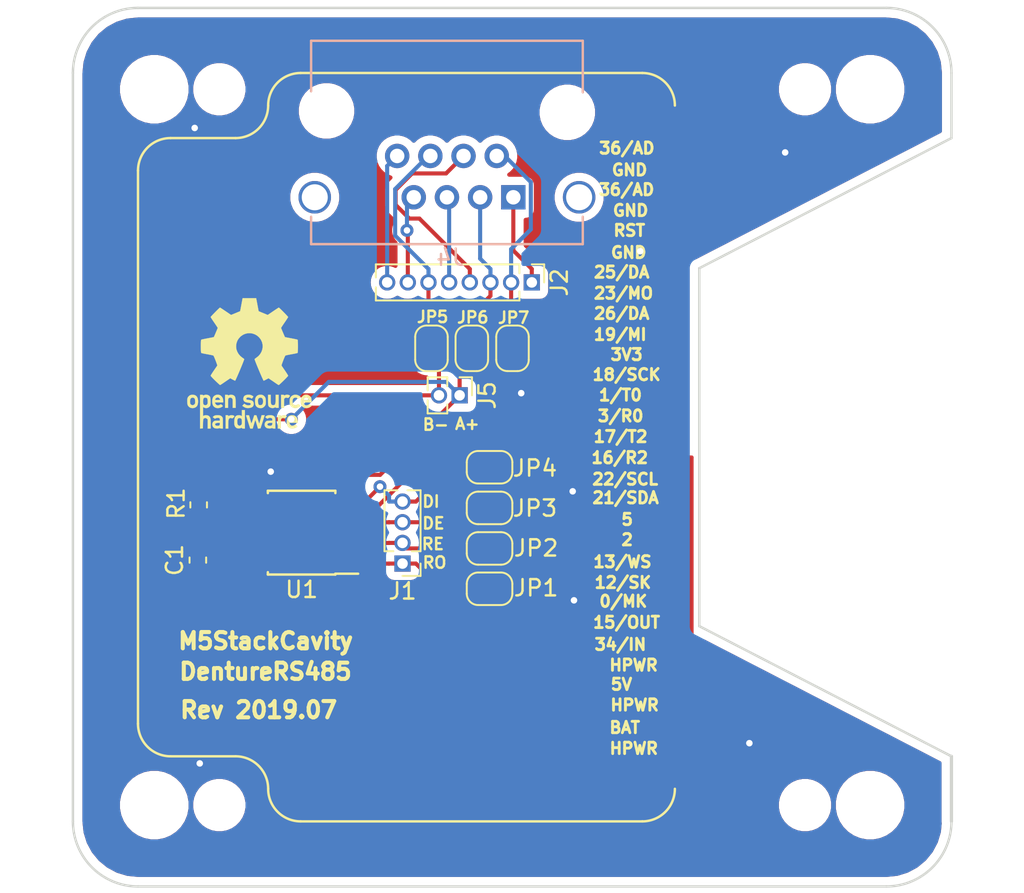
<source format=kicad_pcb>
(kicad_pcb (version 20171130) (host pcbnew 5.1.2-f72e74a~84~ubuntu18.04.1)

  (general
    (thickness 1.6)
    (drawings 60)
    (tracks 148)
    (zones 0)
    (modules 28)
    (nets 41)
  )

  (page A4)
  (layers
    (0 F.Cu signal)
    (31 B.Cu signal)
    (32 B.Adhes user)
    (33 F.Adhes user)
    (34 B.Paste user)
    (35 F.Paste user)
    (36 B.SilkS user)
    (37 F.SilkS user)
    (38 B.Mask user)
    (39 F.Mask user)
    (40 Dwgs.User user)
    (41 Cmts.User user)
    (42 Eco1.User user)
    (43 Eco2.User user)
    (44 Edge.Cuts user)
    (45 Margin user)
    (46 B.CrtYd user)
    (47 F.CrtYd user)
    (48 B.Fab user)
    (49 F.Fab user)
  )

  (setup
    (last_trace_width 0.25)
    (trace_clearance 0.2)
    (zone_clearance 0.508)
    (zone_45_only no)
    (trace_min 0.2)
    (via_size 0.8)
    (via_drill 0.4)
    (via_min_size 0.4)
    (via_min_drill 0.3)
    (uvia_size 0.3)
    (uvia_drill 0.1)
    (uvias_allowed no)
    (uvia_min_size 0.2)
    (uvia_min_drill 0.1)
    (edge_width 0.15)
    (segment_width 0.2)
    (pcb_text_width 0.3)
    (pcb_text_size 1.5 1.5)
    (mod_edge_width 0.15)
    (mod_text_size 1 1)
    (mod_text_width 0.15)
    (pad_size 3.15 1)
    (pad_drill 0)
    (pad_to_mask_clearance 0.2)
    (solder_mask_min_width 0.25)
    (aux_axis_origin 98.2472 62.5348)
    (grid_origin 98.3488 62.4332)
    (visible_elements FFFFFF7F)
    (pcbplotparams
      (layerselection 0x010fc_ffffffff)
      (usegerberextensions true)
      (usegerberattributes false)
      (usegerberadvancedattributes false)
      (creategerberjobfile false)
      (excludeedgelayer true)
      (linewidth 0.100000)
      (plotframeref false)
      (viasonmask false)
      (mode 1)
      (useauxorigin false)
      (hpglpennumber 1)
      (hpglpenspeed 20)
      (hpglpendiameter 15.000000)
      (psnegative false)
      (psa4output false)
      (plotreference true)
      (plotvalue true)
      (plotinvisibletext false)
      (padsonsilk false)
      (subtractmaskfromsilk false)
      (outputformat 1)
      (mirror false)
      (drillshape 0)
      (scaleselection 1)
      (outputdirectory "gerbers"))
  )

  (net 0 "")
  (net 1 GND)
  (net 2 +BATT)
  (net 3 +5V)
  (net 4 +3V3)
  (net 5 "Net-(J1-Pad1)")
  (net 6 "Net-(J1-Pad2)")
  (net 7 "Net-(J1-Pad3)")
  (net 8 "Net-(J2-Pad1)")
  (net 9 "Net-(J2-Pad2)")
  (net 10 "Net-(J2-Pad3)")
  (net 11 "Net-(J2-Pad4)")
  (net 12 "Net-(J2-Pad5)")
  (net 13 "Net-(J2-Pad6)")
  (net 14 "Net-(J2-Pad7)")
  (net 15 "Net-(J2-Pad8)")
  (net 16 /35)
  (net 17 /36)
  (net 18 /RST)
  (net 19 /25)
  (net 20 /23)
  (net 21 /26)
  (net 22 /19)
  (net 23 /18)
  (net 24 /1)
  (net 25 /3)
  (net 26 /17)
  (net 27 /16)
  (net 28 /22)
  (net 29 /21)
  (net 30 /5)
  (net 31 /2)
  (net 32 /13)
  (net 33 /12)
  (net 34 /0)
  (net 35 /15)
  (net 36 /34)
  (net 37 /HPWR)
  (net 38 /A+)
  (net 39 /B-)
  (net 40 "Net-(J1-Pad4)")

  (net_class Default "これは標準のネット クラスです。"
    (clearance 0.2)
    (trace_width 0.25)
    (via_dia 0.8)
    (via_drill 0.4)
    (uvia_dia 0.3)
    (uvia_drill 0.1)
    (add_net +3V3)
    (add_net +5V)
    (add_net +BATT)
    (add_net /0)
    (add_net /1)
    (add_net /12)
    (add_net /13)
    (add_net /15)
    (add_net /16)
    (add_net /17)
    (add_net /18)
    (add_net /19)
    (add_net /2)
    (add_net /21)
    (add_net /22)
    (add_net /23)
    (add_net /25)
    (add_net /26)
    (add_net /3)
    (add_net /34)
    (add_net /35)
    (add_net /36)
    (add_net /5)
    (add_net /A+)
    (add_net /B-)
    (add_net /HPWR)
    (add_net /RST)
    (add_net GND)
    (add_net "Net-(J1-Pad1)")
    (add_net "Net-(J1-Pad2)")
    (add_net "Net-(J1-Pad3)")
    (add_net "Net-(J1-Pad4)")
    (add_net "Net-(J2-Pad1)")
    (add_net "Net-(J2-Pad2)")
    (add_net "Net-(J2-Pad3)")
    (add_net "Net-(J2-Pad4)")
    (add_net "Net-(J2-Pad5)")
    (add_net "Net-(J2-Pad6)")
    (add_net "Net-(J2-Pad7)")
    (add_net "Net-(J2-Pad8)")
  )

  (module footprints:outer_corner (layer F.Cu) (tedit 5D2DAA5A) (tstamp 5D0F3291)
    (at 100 50 90)
    (fp_text reference corner3 (at -3.9243 -2.4765 90) (layer F.SilkS) hide
      (effects (font (size 1 1) (thickness 0.15)))
    )
    (fp_text value outer_corner (at -3.429 -1.4224 90) (layer F.Fab)
      (effects (font (size 1 1) (thickness 0.15)))
    )
    (fp_arc (start -2 2) (end 2 2) (angle -90) (layer Edge.Cuts) (width 0.15))
  )

  (module footprints:outer_corner (layer F.Cu) (tedit 5D2DAA5A) (tstamp 5D0F31A6)
    (at 150 100 270)
    (fp_text reference corner2 (at -3.9243 -2.4765 90) (layer F.SilkS) hide
      (effects (font (size 1 1) (thickness 0.15)))
    )
    (fp_text value outer_corner (at -3.429 -1.4224 90) (layer F.Fab)
      (effects (font (size 1 1) (thickness 0.15)))
    )
    (fp_arc (start -2 2) (end 2 2) (angle -90) (layer Edge.Cuts) (width 0.15))
  )

  (module footprints:outer_corner (layer F.Cu) (tedit 5D2DAA5A) (tstamp 5D0F3304)
    (at 100 100 180)
    (fp_text reference corner4 (at -3.9243 -2.4765) (layer F.SilkS) hide
      (effects (font (size 1 1) (thickness 0.15)))
    )
    (fp_text value outer_corner (at -3.429 -1.4224) (layer F.Fab)
      (effects (font (size 1 1) (thickness 0.15)))
    )
    (fp_arc (start -2 2) (end 2 2) (angle -90) (layer Edge.Cuts) (width 0.15))
  )

  (module footprints:outer_corner (layer F.Cu) (tedit 5D2DAA5A) (tstamp 5D0F2FD0)
    (at 150 50)
    (fp_text reference corner1 (at -0.4191 -2.6035) (layer F.SilkS) hide
      (effects (font (size 1 1) (thickness 0.15)))
    )
    (fp_text value outer_corner (at -0.0765 -1.6384) (layer F.Fab)
      (effects (font (size 1 1) (thickness 0.15)))
    )
    (fp_arc (start -2 2) (end 2 2) (angle -90) (layer Edge.Cuts) (width 0.15))
  )

  (module Jumper:SolderJumper-2_P1.3mm_Bridged_RoundedPad1.0x1.5mm (layer F.Cu) (tedit 5B391ABA) (tstamp 5D1122D9)
    (at 123.609 76.2332)
    (descr "SMD Solder Jumper, 1x1.5mm, rounded Pads, 0.3mm gap, bridged with 1 copper strip")
    (tags "solder jumper open")
    (path /5D13C5B2)
    (attr virtual)
    (fp_text reference JP4 (at 2.79 0.06) (layer F.SilkS)
      (effects (font (size 1 1) (thickness 0.15)))
    )
    (fp_text value Jumper (at 0 1.9) (layer F.Fab)
      (effects (font (size 1 1) (thickness 0.15)))
    )
    (fp_arc (start 0.7 -0.3) (end 1.4 -0.3) (angle -90) (layer F.SilkS) (width 0.12))
    (fp_arc (start 0.7 0.3) (end 0.7 1) (angle -90) (layer F.SilkS) (width 0.12))
    (fp_arc (start -0.7 0.3) (end -1.4 0.3) (angle -90) (layer F.SilkS) (width 0.12))
    (fp_arc (start -0.7 -0.3) (end -0.7 -1) (angle -90) (layer F.SilkS) (width 0.12))
    (fp_line (start -1.4 0.3) (end -1.4 -0.3) (layer F.SilkS) (width 0.12))
    (fp_line (start 0.7 1) (end -0.7 1) (layer F.SilkS) (width 0.12))
    (fp_line (start 1.4 -0.3) (end 1.4 0.3) (layer F.SilkS) (width 0.12))
    (fp_line (start -0.7 -1) (end 0.7 -1) (layer F.SilkS) (width 0.12))
    (fp_line (start -1.65 -1.25) (end 1.65 -1.25) (layer F.CrtYd) (width 0.05))
    (fp_line (start -1.65 -1.25) (end -1.65 1.25) (layer F.CrtYd) (width 0.05))
    (fp_line (start 1.65 1.25) (end 1.65 -1.25) (layer F.CrtYd) (width 0.05))
    (fp_line (start 1.65 1.25) (end -1.65 1.25) (layer F.CrtYd) (width 0.05))
    (pad 1 smd custom (at -0.65 0) (size 1 0.5) (layers F.Cu F.Mask)
      (net 40 "Net-(J1-Pad4)") (zone_connect 0)
      (options (clearance outline) (anchor rect))
      (primitives
        (gr_circle (center 0 0.25) (end 0.5 0.25) (width 0))
        (gr_circle (center 0 -0.25) (end 0.5 -0.25) (width 0))
        (gr_poly (pts
           (xy 0 -0.75) (xy 0.5 -0.75) (xy 0.5 0.75) (xy 0 0.75)) (width 0))
        (gr_poly (pts
           (xy 0.9 -0.3) (xy 0.4 -0.3) (xy 0.4 0.3) (xy 0.9 0.3)) (width 0))
      ))
    (pad 2 smd custom (at 0.65 0) (size 1 0.5) (layers F.Cu F.Mask)
      (net 26 /17) (zone_connect 0)
      (options (clearance outline) (anchor rect))
      (primitives
        (gr_circle (center 0 0.25) (end 0.5 0.25) (width 0))
        (gr_circle (center 0 -0.25) (end 0.5 -0.25) (width 0))
        (gr_poly (pts
           (xy 0 -0.75) (xy -0.5 -0.75) (xy -0.5 0.75) (xy 0 0.75)) (width 0))
      ))
  )

  (module Connector_PinHeader_1.27mm:PinHeader_1x04_P1.27mm_Vertical (layer F.Cu) (tedit 59FED6E3) (tstamp 5D112294)
    (at 118.259 82.1532 180)
    (descr "Through hole straight pin header, 1x04, 1.27mm pitch, single row")
    (tags "Through hole pin header THT 1x04 1.27mm single row")
    (path /5D140B51)
    (fp_text reference J1 (at 0 -1.695) (layer F.SilkS)
      (effects (font (size 1 1) (thickness 0.15)))
    )
    (fp_text value Conn_01x04 (at 0 5.505) (layer F.Fab)
      (effects (font (size 1 1) (thickness 0.15)))
    )
    (fp_line (start -0.525 -0.635) (end 1.05 -0.635) (layer F.Fab) (width 0.1))
    (fp_line (start 1.05 -0.635) (end 1.05 4.445) (layer F.Fab) (width 0.1))
    (fp_line (start 1.05 4.445) (end -1.05 4.445) (layer F.Fab) (width 0.1))
    (fp_line (start -1.05 4.445) (end -1.05 -0.11) (layer F.Fab) (width 0.1))
    (fp_line (start -1.05 -0.11) (end -0.525 -0.635) (layer F.Fab) (width 0.1))
    (fp_line (start -1.11 4.505) (end -0.30753 4.505) (layer F.SilkS) (width 0.12))
    (fp_line (start 0.30753 4.505) (end 1.11 4.505) (layer F.SilkS) (width 0.12))
    (fp_line (start -1.11 0.76) (end -1.11 4.505) (layer F.SilkS) (width 0.12))
    (fp_line (start 1.11 0.76) (end 1.11 4.505) (layer F.SilkS) (width 0.12))
    (fp_line (start -1.11 0.76) (end -0.563471 0.76) (layer F.SilkS) (width 0.12))
    (fp_line (start 0.563471 0.76) (end 1.11 0.76) (layer F.SilkS) (width 0.12))
    (fp_line (start -1.11 0) (end -1.11 -0.76) (layer F.SilkS) (width 0.12))
    (fp_line (start -1.11 -0.76) (end 0 -0.76) (layer F.SilkS) (width 0.12))
    (fp_line (start -1.55 -1.15) (end -1.55 4.95) (layer F.CrtYd) (width 0.05))
    (fp_line (start -1.55 4.95) (end 1.55 4.95) (layer F.CrtYd) (width 0.05))
    (fp_line (start 1.55 4.95) (end 1.55 -1.15) (layer F.CrtYd) (width 0.05))
    (fp_line (start 1.55 -1.15) (end -1.55 -1.15) (layer F.CrtYd) (width 0.05))
    (fp_text user %R (at 0 1.905 90) (layer F.Fab)
      (effects (font (size 1 1) (thickness 0.15)))
    )
    (pad 1 thru_hole rect (at 0 0 180) (size 1 1) (drill 0.65) (layers *.Cu *.Mask)
      (net 5 "Net-(J1-Pad1)"))
    (pad 2 thru_hole oval (at 0 1.27 180) (size 1 1) (drill 0.65) (layers *.Cu *.Mask)
      (net 6 "Net-(J1-Pad2)"))
    (pad 3 thru_hole oval (at 0 2.54 180) (size 1 1) (drill 0.65) (layers *.Cu *.Mask)
      (net 7 "Net-(J1-Pad3)"))
    (pad 4 thru_hole oval (at 0 3.81 180) (size 1 1) (drill 0.65) (layers *.Cu *.Mask)
      (net 40 "Net-(J1-Pad4)"))
    (model ${KISYS3DMOD}/Connector_PinHeader_1.27mm.3dshapes/PinHeader_1x04_P1.27mm_Vertical.wrl
      (at (xyz 0 0 0))
      (scale (xyz 1 1 1))
      (rotate (xyz 0 0 0))
    )
  )

  (module Symbol:OSHW-Logo_7.5x8mm_SilkScreen (layer F.Cu) (tedit 5CD7AE16) (tstamp 5CFC0EBB)
    (at 108.8388 69.8432)
    (descr "Open Source Hardware Logo")
    (tags "Logo OSHW")
    (attr virtual)
    (fp_text reference OSHWREF2 (at 0 0 180) (layer F.SilkS) hide
      (effects (font (size 1 1) (thickness 0.15)))
    )
    (fp_text value OSHW-Logo_7.5x8mm_SilkScreen (at 0.75 0 180) (layer F.Fab) hide
      (effects (font (size 1 1) (thickness 0.15)))
    )
    (fp_poly (pts (xy -2.53664 1.952468) (xy -2.501408 1.969874) (xy -2.45796 2.000206) (xy -2.426294 2.033283)
      (xy -2.404606 2.074817) (xy -2.391097 2.130522) (xy -2.383962 2.206111) (xy -2.3814 2.307296)
      (xy -2.38125 2.350797) (xy -2.381688 2.446135) (xy -2.383504 2.514271) (xy -2.387455 2.561418)
      (xy -2.394298 2.59379) (xy -2.404789 2.6176) (xy -2.415704 2.633843) (xy -2.485381 2.702952)
      (xy -2.567434 2.744521) (xy -2.65595 2.757023) (xy -2.745019 2.738934) (xy -2.773237 2.726142)
      (xy -2.84079 2.690931) (xy -2.84079 3.2427) (xy -2.791488 3.217205) (xy -2.726527 3.19748)
      (xy -2.64668 3.192427) (xy -2.566948 3.201756) (xy -2.506735 3.222714) (xy -2.456792 3.262627)
      (xy -2.414119 3.319741) (xy -2.41091 3.325605) (xy -2.397378 3.353227) (xy -2.387495 3.381068)
      (xy -2.380691 3.414794) (xy -2.376399 3.460071) (xy -2.374049 3.522562) (xy -2.373072 3.607935)
      (xy -2.372895 3.70401) (xy -2.372895 4.010526) (xy -2.556711 4.010526) (xy -2.556711 3.445339)
      (xy -2.608125 3.402077) (xy -2.661534 3.367472) (xy -2.712112 3.36118) (xy -2.76297 3.377372)
      (xy -2.790075 3.393227) (xy -2.810249 3.41581) (xy -2.824597 3.44994) (xy -2.834224 3.500434)
      (xy -2.840237 3.572111) (xy -2.84374 3.669788) (xy -2.844974 3.734802) (xy -2.849145 4.002171)
      (xy -2.936875 4.007222) (xy -3.024606 4.012273) (xy -3.024606 2.353101) (xy -2.84079 2.353101)
      (xy -2.836104 2.4456) (xy -2.820312 2.509809) (xy -2.790817 2.549759) (xy -2.74502 2.56948)
      (xy -2.69875 2.573421) (xy -2.646372 2.568892) (xy -2.61161 2.551069) (xy -2.589872 2.527519)
      (xy -2.57276 2.502189) (xy -2.562573 2.473969) (xy -2.55804 2.434431) (xy -2.557891 2.375142)
      (xy -2.559416 2.325498) (xy -2.562919 2.25071) (xy -2.568133 2.201611) (xy -2.576913 2.170467)
      (xy -2.591114 2.149545) (xy -2.604516 2.137452) (xy -2.660513 2.111081) (xy -2.726789 2.106822)
      (xy -2.764844 2.115906) (xy -2.802523 2.148196) (xy -2.827481 2.211006) (xy -2.839578 2.303894)
      (xy -2.84079 2.353101) (xy -3.024606 2.353101) (xy -3.024606 1.938421) (xy -2.932698 1.938421)
      (xy -2.877517 1.940603) (xy -2.849048 1.948351) (xy -2.840794 1.963468) (xy -2.84079 1.963916)
      (xy -2.83696 1.97872) (xy -2.820067 1.977039) (xy -2.786481 1.960772) (xy -2.708222 1.935887)
      (xy -2.620173 1.933271) (xy -2.53664 1.952468)) (layer F.SilkS) (width 0.01))
    (fp_poly (pts (xy -1.839543 3.198184) (xy -1.76093 3.21916) (xy -1.701084 3.25718) (xy -1.658853 3.306978)
      (xy -1.645725 3.32823) (xy -1.636032 3.350492) (xy -1.629256 3.37897) (xy -1.624877 3.418871)
      (xy -1.622376 3.475401) (xy -1.621232 3.553767) (xy -1.620928 3.659176) (xy -1.620922 3.687142)
      (xy -1.620922 4.010526) (xy -1.701132 4.010526) (xy -1.752294 4.006943) (xy -1.790123 3.997866)
      (xy -1.799601 3.992268) (xy -1.825512 3.982606) (xy -1.851976 3.992268) (xy -1.895548 4.00433)
      (xy -1.95884 4.009185) (xy -2.02899 4.007078) (xy -2.09314 3.998256) (xy -2.130593 3.986937)
      (xy -2.203067 3.940412) (xy -2.24836 3.875846) (xy -2.268722 3.79) (xy -2.268912 3.787796)
      (xy -2.267125 3.749713) (xy -2.105527 3.749713) (xy -2.091399 3.79303) (xy -2.068388 3.817408)
      (xy -2.022196 3.835845) (xy -1.961225 3.843205) (xy -1.899051 3.839583) (xy -1.849249 3.825074)
      (xy -1.835297 3.815765) (xy -1.810915 3.772753) (xy -1.804737 3.723857) (xy -1.804737 3.659605)
      (xy -1.897182 3.659605) (xy -1.985005 3.666366) (xy -2.051582 3.68552) (xy -2.092998 3.715376)
      (xy -2.105527 3.749713) (xy -2.267125 3.749713) (xy -2.26451 3.694004) (xy -2.233576 3.619847)
      (xy -2.175419 3.563767) (xy -2.16738 3.558665) (xy -2.132837 3.542055) (xy -2.090082 3.531996)
      (xy -2.030314 3.527107) (xy -1.95931 3.525983) (xy -1.804737 3.525921) (xy -1.804737 3.461125)
      (xy -1.811294 3.41085) (xy -1.828025 3.377169) (xy -1.829984 3.375376) (xy -1.867217 3.360642)
      (xy -1.92342 3.354931) (xy -1.985533 3.357737) (xy -2.04049 3.368556) (xy -2.073101 3.384782)
      (xy -2.090772 3.39778) (xy -2.109431 3.400262) (xy -2.135181 3.389613) (xy -2.174127 3.363218)
      (xy -2.23237 3.318465) (xy -2.237716 3.314273) (xy -2.234977 3.29876) (xy -2.212124 3.27296)
      (xy -2.177391 3.244289) (xy -2.13901 3.220166) (xy -2.126952 3.21447) (xy -2.082966 3.203103)
      (xy -2.018513 3.194995) (xy -1.946503 3.191743) (xy -1.943136 3.191736) (xy -1.839543 3.198184)) (layer F.SilkS) (width 0.01))
    (fp_poly (pts (xy -1.320119 3.193486) (xy -1.295112 3.200982) (xy -1.28705 3.217451) (xy -1.286711 3.224886)
      (xy -1.285264 3.245594) (xy -1.275302 3.248845) (xy -1.248388 3.234648) (xy -1.232402 3.224948)
      (xy -1.181967 3.204175) (xy -1.121728 3.193904) (xy -1.058566 3.193114) (xy -0.999363 3.200786)
      (xy -0.950998 3.215898) (xy -0.920354 3.237432) (xy -0.914311 3.264366) (xy -0.917361 3.27166)
      (xy -0.939594 3.301937) (xy -0.97407 3.339175) (xy -0.980306 3.345195) (xy -1.013167 3.372875)
      (xy -1.04152 3.381818) (xy -1.081173 3.375576) (xy -1.097058 3.371429) (xy -1.146491 3.361467)
      (xy -1.181248 3.365947) (xy -1.2106 3.381746) (xy -1.237487 3.402949) (xy -1.25729 3.429614)
      (xy -1.271052 3.466827) (xy -1.279816 3.519673) (xy -1.284626 3.593237) (xy -1.286526 3.692605)
      (xy -1.286711 3.752601) (xy -1.286711 4.010526) (xy -1.453816 4.010526) (xy -1.453816 3.19171)
      (xy -1.370264 3.19171) (xy -1.320119 3.193486)) (layer F.SilkS) (width 0.01))
    (fp_poly (pts (xy -0.267369 4.010526) (xy -0.359277 4.010526) (xy -0.412623 4.008962) (xy -0.440407 4.002485)
      (xy -0.45041 3.988418) (xy -0.451185 3.978906) (xy -0.452872 3.959832) (xy -0.46351 3.956174)
      (xy -0.491465 3.967932) (xy -0.513205 3.978906) (xy -0.596668 4.004911) (xy -0.687396 4.006416)
      (xy -0.761158 3.987021) (xy -0.829846 3.940165) (xy -0.882206 3.871004) (xy -0.910878 3.789427)
      (xy -0.911608 3.784866) (xy -0.915868 3.735101) (xy -0.917986 3.663659) (xy -0.917816 3.609626)
      (xy -0.73528 3.609626) (xy -0.731051 3.681441) (xy -0.721432 3.740634) (xy -0.70841 3.77406)
      (xy -0.659144 3.81974) (xy -0.60065 3.836115) (xy -0.540329 3.822873) (xy -0.488783 3.783373)
      (xy -0.469262 3.756807) (xy -0.457848 3.725106) (xy -0.452502 3.678832) (xy -0.451185 3.609328)
      (xy -0.453542 3.540499) (xy -0.459767 3.480026) (xy -0.468592 3.439556) (xy -0.470063 3.435929)
      (xy -0.505653 3.392802) (xy -0.5576 3.369124) (xy -0.615722 3.365301) (xy -0.66984 3.381738)
      (xy -0.709774 3.41884) (xy -0.713917 3.426222) (xy -0.726884 3.471239) (xy -0.733948 3.535967)
      (xy -0.73528 3.609626) (xy -0.917816 3.609626) (xy -0.917729 3.58223) (xy -0.916528 3.538405)
      (xy -0.908355 3.429988) (xy -0.89137 3.348588) (xy -0.863113 3.288412) (xy -0.821128 3.243666)
      (xy -0.780368 3.2174) (xy -0.723419 3.198935) (xy -0.652589 3.192602) (xy -0.580059 3.19776)
      (xy -0.518014 3.213769) (xy -0.485232 3.23292) (xy -0.451185 3.263732) (xy -0.451185 2.87421)
      (xy -0.267369 2.87421) (xy -0.267369 4.010526)) (layer F.SilkS) (width 0.01))
    (fp_poly (pts (xy 0.37413 3.195104) (xy 0.44022 3.200066) (xy 0.526626 3.459079) (xy 0.613031 3.718092)
      (xy 0.640124 3.626184) (xy 0.656428 3.569384) (xy 0.677875 3.492625) (xy 0.701035 3.408251)
      (xy 0.71328 3.362993) (xy 0.759344 3.19171) (xy 0.949387 3.19171) (xy 0.892582 3.371349)
      (xy 0.864607 3.459704) (xy 0.830813 3.566281) (xy 0.79552 3.677454) (xy 0.764013 3.776579)
      (xy 0.69225 4.002171) (xy 0.537286 4.012253) (xy 0.49527 3.873528) (xy 0.469359 3.787351)
      (xy 0.441083 3.692347) (xy 0.416369 3.608441) (xy 0.415394 3.605102) (xy 0.396935 3.548248)
      (xy 0.380649 3.509456) (xy 0.369242 3.494787) (xy 0.366898 3.496483) (xy 0.358671 3.519225)
      (xy 0.343038 3.56794) (xy 0.321904 3.636502) (xy 0.29717 3.718785) (xy 0.283787 3.764046)
      (xy 0.211311 4.010526) (xy 0.057495 4.010526) (xy -0.065469 3.622006) (xy -0.100012 3.513022)
      (xy -0.131479 3.414048) (xy -0.158384 3.329736) (xy -0.179241 3.264734) (xy -0.192562 3.223692)
      (xy -0.196612 3.211701) (xy -0.193406 3.199423) (xy -0.168235 3.194046) (xy -0.115854 3.194584)
      (xy -0.107655 3.19499) (xy -0.010518 3.200066) (xy 0.0531 3.434013) (xy 0.076484 3.519333)
      (xy 0.097381 3.594335) (xy 0.113951 3.652507) (xy 0.124354 3.687337) (xy 0.126276 3.693016)
      (xy 0.134241 3.686486) (xy 0.150304 3.652654) (xy 0.172621 3.596127) (xy 0.199345 3.52151)
      (xy 0.221937 3.454107) (xy 0.308041 3.190143) (xy 0.37413 3.195104)) (layer F.SilkS) (width 0.01))
    (fp_poly (pts (xy 1.379992 3.196673) (xy 1.450427 3.21378) (xy 1.470787 3.222844) (xy 1.510253 3.246583)
      (xy 1.540541 3.273321) (xy 1.562952 3.307699) (xy 1.578786 3.35436) (xy 1.589343 3.417946)
      (xy 1.595924 3.503099) (xy 1.599828 3.614462) (xy 1.60131 3.688849) (xy 1.606765 4.010526)
      (xy 1.51358 4.010526) (xy 1.457047 4.008156) (xy 1.427922 4.000055) (xy 1.420394 3.986451)
      (xy 1.41642 3.971741) (xy 1.398652 3.974554) (xy 1.37444 3.986348) (xy 1.313828 4.004427)
      (xy 1.235929 4.009299) (xy 1.153995 4.00133) (xy 1.081281 3.980889) (xy 1.074759 3.978051)
      (xy 1.008302 3.931365) (xy 0.964491 3.866464) (xy 0.944332 3.7906) (xy 0.945872 3.763344)
      (xy 1.110345 3.763344) (xy 1.124837 3.800024) (xy 1.167805 3.826309) (xy 1.237129 3.840417)
      (xy 1.274177 3.84229) (xy 1.335919 3.837494) (xy 1.37696 3.818858) (xy 1.386973 3.81)
      (xy 1.4141 3.761806) (xy 1.420394 3.718092) (xy 1.420394 3.659605) (xy 1.33893 3.659605)
      (xy 1.244234 3.664432) (xy 1.177813 3.679613) (xy 1.135846 3.7062) (xy 1.126449 3.718052)
      (xy 1.110345 3.763344) (xy 0.945872 3.763344) (xy 0.948829 3.711026) (xy 0.978985 3.634995)
      (xy 1.020131 3.583612) (xy 1.045052 3.561397) (xy 1.069448 3.546798) (xy 1.101191 3.537897)
      (xy 1.148152 3.532775) (xy 1.218204 3.529515) (xy 1.24599 3.528577) (xy 1.420394 3.522879)
      (xy 1.420138 3.470091) (xy 1.413384 3.414603) (xy 1.388964 3.381052) (xy 1.33963 3.359618)
      (xy 1.338306 3.359236) (xy 1.26836 3.350808) (xy 1.199914 3.361816) (xy 1.149047 3.388585)
      (xy 1.128637 3.401803) (xy 1.106654 3.399974) (xy 1.072826 3.380824) (xy 1.052961 3.367308)
      (xy 1.014106 3.338432) (xy 0.990038 3.316786) (xy 0.986176 3.310589) (xy 1.002079 3.278519)
      (xy 1.049065 3.240219) (xy 1.069473 3.227297) (xy 1.128143 3.205041) (xy 1.207212 3.192432)
      (xy 1.295041 3.1896) (xy 1.379992 3.196673)) (layer F.SilkS) (width 0.01))
    (fp_poly (pts (xy 2.173167 3.191447) (xy 2.237408 3.204112) (xy 2.27398 3.222864) (xy 2.312453 3.254017)
      (xy 2.257717 3.323127) (xy 2.223969 3.364979) (xy 2.201053 3.385398) (xy 2.178279 3.388517)
      (xy 2.144956 3.378472) (xy 2.129314 3.372789) (xy 2.065542 3.364404) (xy 2.00714 3.382378)
      (xy 1.964264 3.422982) (xy 1.957299 3.435929) (xy 1.949713 3.470224) (xy 1.943859 3.533427)
      (xy 1.940011 3.62106) (xy 1.938443 3.72864) (xy 1.938421 3.743944) (xy 1.938421 4.010526)
      (xy 1.754605 4.010526) (xy 1.754605 3.19171) (xy 1.846513 3.19171) (xy 1.899507 3.193094)
      (xy 1.927115 3.199252) (xy 1.937324 3.213194) (xy 1.938421 3.226344) (xy 1.938421 3.260978)
      (xy 1.98245 3.226344) (xy 2.032937 3.202716) (xy 2.10076 3.191033) (xy 2.173167 3.191447)) (layer F.SilkS) (width 0.01))
    (fp_poly (pts (xy 2.701193 3.196078) (xy 2.781068 3.216845) (xy 2.847962 3.259705) (xy 2.880351 3.291723)
      (xy 2.933445 3.367413) (xy 2.963873 3.455216) (xy 2.974327 3.56315) (xy 2.97438 3.571875)
      (xy 2.974473 3.659605) (xy 2.469534 3.659605) (xy 2.480298 3.705559) (xy 2.499732 3.747178)
      (xy 2.533745 3.790544) (xy 2.54086 3.797467) (xy 2.602003 3.834935) (xy 2.671729 3.841289)
      (xy 2.751987 3.816638) (xy 2.765592 3.81) (xy 2.807319 3.789819) (xy 2.835268 3.778321)
      (xy 2.840145 3.777258) (xy 2.857168 3.787583) (xy 2.889633 3.812845) (xy 2.906114 3.82665)
      (xy 2.940264 3.858361) (xy 2.951478 3.879299) (xy 2.943695 3.89856) (xy 2.939535 3.903827)
      (xy 2.911357 3.926878) (xy 2.864862 3.954892) (xy 2.832434 3.971246) (xy 2.740385 4.000059)
      (xy 2.638476 4.009395) (xy 2.541963 3.998332) (xy 2.514934 3.990412) (xy 2.431276 3.945581)
      (xy 2.369266 3.876598) (xy 2.328545 3.782794) (xy 2.308755 3.663498) (xy 2.306582 3.601118)
      (xy 2.312926 3.510298) (xy 2.473157 3.510298) (xy 2.488655 3.517012) (xy 2.530312 3.52228)
      (xy 2.590876 3.525389) (xy 2.631907 3.525921) (xy 2.705711 3.525408) (xy 2.752293 3.523006)
      (xy 2.777848 3.517422) (xy 2.788569 3.507361) (xy 2.790657 3.492763) (xy 2.776331 3.447796)
      (xy 2.740262 3.403353) (xy 2.692815 3.369242) (xy 2.645349 3.355288) (xy 2.580879 3.367666)
      (xy 2.52507 3.403452) (xy 2.486374 3.455033) (xy 2.473157 3.510298) (xy 2.312926 3.510298)
      (xy 2.315821 3.468866) (xy 2.344336 3.363498) (xy 2.392729 3.284178) (xy 2.461604 3.230071)
      (xy 2.551565 3.200343) (xy 2.6003 3.194618) (xy 2.701193 3.196078)) (layer F.SilkS) (width 0.01))
    (fp_poly (pts (xy -3.373216 1.947104) (xy -3.285795 1.985754) (xy -3.21943 2.05029) (xy -3.174024 2.140812)
      (xy -3.149482 2.257418) (xy -3.147723 2.275624) (xy -3.146344 2.403984) (xy -3.164216 2.516496)
      (xy -3.20025 2.607688) (xy -3.219545 2.637022) (xy -3.286755 2.699106) (xy -3.37235 2.739316)
      (xy -3.46811 2.756003) (xy -3.565813 2.747517) (xy -3.640083 2.72138) (xy -3.703953 2.677335)
      (xy -3.756154 2.619587) (xy -3.757057 2.618236) (xy -3.778256 2.582593) (xy -3.792033 2.546752)
      (xy -3.800376 2.501519) (xy -3.805273 2.437701) (xy -3.807431 2.385368) (xy -3.808329 2.33791)
      (xy -3.641257 2.33791) (xy -3.639624 2.385154) (xy -3.633696 2.448046) (xy -3.623239 2.488407)
      (xy -3.604381 2.517122) (xy -3.586719 2.533896) (xy -3.524106 2.569016) (xy -3.458592 2.57371)
      (xy -3.397579 2.54844) (xy -3.367072 2.520124) (xy -3.345089 2.491589) (xy -3.332231 2.464284)
      (xy -3.326588 2.42875) (xy -3.326249 2.375524) (xy -3.327988 2.326506) (xy -3.331729 2.256482)
      (xy -3.337659 2.211064) (xy -3.348347 2.18144) (xy -3.366361 2.158797) (xy -3.380637 2.145855)
      (xy -3.440349 2.11186) (xy -3.504766 2.110165) (xy -3.558781 2.130301) (xy -3.60486 2.172352)
      (xy -3.632311 2.241428) (xy -3.641257 2.33791) (xy -3.808329 2.33791) (xy -3.809401 2.281299)
      (xy -3.806036 2.203468) (xy -3.795955 2.14493) (xy -3.777774 2.098737) (xy -3.75011 2.057942)
      (xy -3.739854 2.045828) (xy -3.675722 1.985474) (xy -3.606934 1.95022) (xy -3.522811 1.93545)
      (xy -3.481791 1.934243) (xy -3.373216 1.947104)) (layer F.SilkS) (width 0.01))
    (fp_poly (pts (xy -1.802982 1.957027) (xy -1.78633 1.964866) (xy -1.728695 2.007086) (xy -1.674195 2.0687)
      (xy -1.633501 2.136543) (xy -1.621926 2.167734) (xy -1.611366 2.223449) (xy -1.605069 2.290781)
      (xy -1.604304 2.318585) (xy -1.604211 2.406316) (xy -2.10915 2.406316) (xy -2.098387 2.45227)
      (xy -2.071967 2.50662) (xy -2.025778 2.553591) (xy -1.970828 2.583848) (xy -1.935811 2.590131)
      (xy -1.888323 2.582506) (xy -1.831665 2.563383) (xy -1.812418 2.554584) (xy -1.741241 2.519036)
      (xy -1.680498 2.565367) (xy -1.645448 2.596703) (xy -1.626798 2.622567) (xy -1.625853 2.630158)
      (xy -1.642515 2.648556) (xy -1.67903 2.676515) (xy -1.712172 2.698327) (xy -1.801607 2.737537)
      (xy -1.901871 2.755285) (xy -2.001246 2.75067) (xy -2.080461 2.726551) (xy -2.16212 2.674884)
      (xy -2.220151 2.606856) (xy -2.256454 2.518843) (xy -2.272928 2.407216) (xy -2.274389 2.356138)
      (xy -2.268543 2.239091) (xy -2.267825 2.235686) (xy -2.100511 2.235686) (xy -2.095903 2.246662)
      (xy -2.076964 2.252715) (xy -2.037902 2.25531) (xy -1.972923 2.25591) (xy -1.947903 2.255921)
      (xy -1.871779 2.255014) (xy -1.823504 2.25172) (xy -1.79754 2.245181) (xy -1.788352 2.234537)
      (xy -1.788027 2.231119) (xy -1.798513 2.203956) (xy -1.824758 2.165903) (xy -1.836041 2.152579)
      (xy -1.877928 2.114896) (xy -1.921591 2.10008) (xy -1.945115 2.098842) (xy -2.008757 2.114329)
      (xy -2.062127 2.15593) (xy -2.095981 2.216353) (xy -2.096581 2.218322) (xy -2.100511 2.235686)
      (xy -2.267825 2.235686) (xy -2.249101 2.146928) (xy -2.214078 2.07319) (xy -2.171244 2.020848)
      (xy -2.092052 1.964092) (xy -1.99896 1.933762) (xy -1.899945 1.931021) (xy -1.802982 1.957027)) (layer F.SilkS) (width 0.01))
    (fp_poly (pts (xy 0.018628 1.935547) (xy 0.081908 1.947548) (xy 0.147557 1.972648) (xy 0.154572 1.975848)
      (xy 0.204356 2.002026) (xy 0.238834 2.026353) (xy 0.249978 2.041937) (xy 0.239366 2.067353)
      (xy 0.213588 2.104853) (xy 0.202146 2.118852) (xy 0.154992 2.173954) (xy 0.094201 2.138086)
      (xy 0.036347 2.114192) (xy -0.0305 2.10142) (xy -0.094606 2.100613) (xy -0.144236 2.112615)
      (xy -0.156146 2.120105) (xy -0.178828 2.15445) (xy -0.181584 2.194013) (xy -0.164612 2.22492)
      (xy -0.154573 2.230913) (xy -0.12449 2.238357) (xy -0.071611 2.247106) (xy -0.006425 2.255467)
      (xy 0.0056 2.256778) (xy 0.110297 2.274888) (xy 0.186232 2.305651) (xy 0.236592 2.351907)
      (xy 0.264564 2.416497) (xy 0.273278 2.495387) (xy 0.26124 2.585065) (xy 0.222151 2.655486)
      (xy 0.155855 2.706777) (xy 0.062194 2.739067) (xy -0.041777 2.751807) (xy -0.126562 2.751654)
      (xy -0.195335 2.740083) (xy -0.242303 2.724109) (xy -0.30165 2.696275) (xy -0.356494 2.663973)
      (xy -0.375987 2.649755) (xy -0.426119 2.608835) (xy -0.305197 2.486477) (xy -0.236457 2.531967)
      (xy -0.167512 2.566133) (xy -0.093889 2.584004) (xy -0.023117 2.585889) (xy 0.037274 2.572101)
      (xy 0.079757 2.542949) (xy 0.093474 2.518352) (xy 0.091417 2.478904) (xy 0.05733 2.448737)
      (xy -0.008692 2.427906) (xy -0.081026 2.418279) (xy -0.192348 2.39991) (xy -0.275048 2.365254)
      (xy -0.330235 2.313297) (xy -0.359012 2.243023) (xy -0.362999 2.159707) (xy -0.343307 2.072681)
      (xy -0.298411 2.006902) (xy -0.227909 1.962068) (xy -0.131399 1.937879) (xy -0.0599 1.933137)
      (xy 0.018628 1.935547)) (layer F.SilkS) (width 0.01))
    (fp_poly (pts (xy 0.811669 1.94831) (xy 0.896192 1.99434) (xy 0.962321 2.067006) (xy 0.993478 2.126106)
      (xy 1.006855 2.178305) (xy 1.015522 2.252719) (xy 1.019237 2.338442) (xy 1.017754 2.424569)
      (xy 1.010831 2.500193) (xy 1.002745 2.540584) (xy 0.975465 2.59584) (xy 0.92822 2.65453)
      (xy 0.871282 2.705852) (xy 0.814924 2.739005) (xy 0.81355 2.739531) (xy 0.743616 2.754018)
      (xy 0.660737 2.754377) (xy 0.581977 2.741188) (xy 0.551566 2.730617) (xy 0.473239 2.686201)
      (xy 0.417143 2.628007) (xy 0.380286 2.550965) (xy 0.35968 2.450001) (xy 0.355018 2.397116)
      (xy 0.355613 2.330663) (xy 0.534736 2.330663) (xy 0.54077 2.42763) (xy 0.558138 2.501523)
      (xy 0.58574 2.548736) (xy 0.605404 2.562237) (xy 0.655787 2.571651) (xy 0.715673 2.568864)
      (xy 0.767449 2.555316) (xy 0.781027 2.547862) (xy 0.816849 2.504451) (xy 0.840493 2.438014)
      (xy 0.850558 2.357161) (xy 0.845642 2.270502) (xy 0.834655 2.218349) (xy 0.803109 2.157951)
      (xy 0.753311 2.120197) (xy 0.693337 2.107143) (xy 0.631264 2.120849) (xy 0.583582 2.154372)
      (xy 0.558525 2.182031) (xy 0.5439 2.209294) (xy 0.536929 2.24619) (xy 0.534833 2.30275)
      (xy 0.534736 2.330663) (xy 0.355613 2.330663) (xy 0.356282 2.255994) (xy 0.379265 2.140271)
      (xy 0.423972 2.049941) (xy 0.490405 1.985) (xy 0.578565 1.945445) (xy 0.597495 1.940858)
      (xy 0.711266 1.93009) (xy 0.811669 1.94831)) (layer F.SilkS) (width 0.01))
    (fp_poly (pts (xy 1.320131 2.198533) (xy 1.32171 2.321089) (xy 1.327481 2.414179) (xy 1.338991 2.481651)
      (xy 1.35779 2.527355) (xy 1.385426 2.555139) (xy 1.423448 2.568854) (xy 1.470526 2.572358)
      (xy 1.519832 2.568432) (xy 1.557283 2.554089) (xy 1.584428 2.525478) (xy 1.602815 2.478751)
      (xy 1.613993 2.410058) (xy 1.619511 2.31555) (xy 1.620921 2.198533) (xy 1.620921 1.938421)
      (xy 1.804736 1.938421) (xy 1.804736 2.740526) (xy 1.712828 2.740526) (xy 1.657422 2.738281)
      (xy 1.628891 2.730396) (xy 1.620921 2.715428) (xy 1.61612 2.702097) (xy 1.597014 2.704917)
      (xy 1.558504 2.723783) (xy 1.470239 2.752887) (xy 1.376623 2.750825) (xy 1.286921 2.719221)
      (xy 1.244204 2.694257) (xy 1.211621 2.667226) (xy 1.187817 2.633405) (xy 1.171439 2.588068)
      (xy 1.161131 2.526489) (xy 1.155541 2.443943) (xy 1.153312 2.335705) (xy 1.153026 2.252004)
      (xy 1.153026 1.938421) (xy 1.320131 1.938421) (xy 1.320131 2.198533)) (layer F.SilkS) (width 0.01))
    (fp_poly (pts (xy 2.946576 1.945419) (xy 3.043395 1.986549) (xy 3.07389 2.006571) (xy 3.112865 2.03734)
      (xy 3.137331 2.061533) (xy 3.141578 2.069413) (xy 3.129584 2.086899) (xy 3.098887 2.11657)
      (xy 3.074312 2.137279) (xy 3.007046 2.191336) (xy 2.95393 2.146642) (xy 2.912884 2.117789)
      (xy 2.872863 2.107829) (xy 2.827059 2.110261) (xy 2.754324 2.128345) (xy 2.704256 2.165881)
      (xy 2.673829 2.226562) (xy 2.660017 2.314081) (xy 2.660013 2.314136) (xy 2.661208 2.411958)
      (xy 2.679772 2.48373) (xy 2.716804 2.532595) (xy 2.74205 2.549143) (xy 2.809097 2.569749)
      (xy 2.880709 2.569762) (xy 2.943015 2.549768) (xy 2.957763 2.54) (xy 2.99475 2.515047)
      (xy 3.023668 2.510958) (xy 3.054856 2.52953) (xy 3.089336 2.562887) (xy 3.143912 2.619196)
      (xy 3.083318 2.669142) (xy 2.989698 2.725513) (xy 2.884125 2.753293) (xy 2.773798 2.751282)
      (xy 2.701343 2.732862) (xy 2.616656 2.68731) (xy 2.548927 2.61565) (xy 2.518157 2.565066)
      (xy 2.493236 2.492488) (xy 2.480766 2.400569) (xy 2.48067 2.300948) (xy 2.49287 2.205267)
      (xy 2.51729 2.125169) (xy 2.521136 2.116956) (xy 2.578093 2.036413) (xy 2.655209 1.977771)
      (xy 2.74639 1.942247) (xy 2.845543 1.931057) (xy 2.946576 1.945419)) (layer F.SilkS) (width 0.01))
    (fp_poly (pts (xy 3.558784 1.935554) (xy 3.601574 1.945949) (xy 3.683609 1.984013) (xy 3.753757 2.042149)
      (xy 3.802305 2.111852) (xy 3.808975 2.127502) (xy 3.818124 2.168496) (xy 3.824529 2.229138)
      (xy 3.82671 2.29043) (xy 3.82671 2.406316) (xy 3.584407 2.406316) (xy 3.484471 2.406693)
      (xy 3.414069 2.408987) (xy 3.369313 2.414938) (xy 3.346315 2.426285) (xy 3.341189 2.444771)
      (xy 3.350048 2.472136) (xy 3.365917 2.504155) (xy 3.410184 2.557592) (xy 3.471699 2.584215)
      (xy 3.546885 2.583347) (xy 3.632053 2.554371) (xy 3.705659 2.518611) (xy 3.766734 2.566904)
      (xy 3.82781 2.615197) (xy 3.770351 2.668285) (xy 3.693641 2.718445) (xy 3.599302 2.748688)
      (xy 3.497827 2.757151) (xy 3.399711 2.741974) (xy 3.383881 2.736824) (xy 3.297647 2.691791)
      (xy 3.233501 2.624652) (xy 3.190091 2.533405) (xy 3.166064 2.416044) (xy 3.165784 2.413529)
      (xy 3.163633 2.285627) (xy 3.172329 2.239997) (xy 3.342105 2.239997) (xy 3.357697 2.247013)
      (xy 3.400029 2.252388) (xy 3.462434 2.255457) (xy 3.501981 2.255921) (xy 3.575728 2.25563)
      (xy 3.62184 2.253783) (xy 3.6461 2.248912) (xy 3.654294 2.239555) (xy 3.652206 2.224245)
      (xy 3.650455 2.218322) (xy 3.62056 2.162668) (xy 3.573542 2.117815) (xy 3.532049 2.098105)
      (xy 3.476926 2.099295) (xy 3.421068 2.123875) (xy 3.374212 2.16457) (xy 3.346094 2.214108)
      (xy 3.342105 2.239997) (xy 3.172329 2.239997) (xy 3.185074 2.173133) (xy 3.227611 2.078727)
      (xy 3.288747 2.005088) (xy 3.365985 1.954893) (xy 3.45683 1.930822) (xy 3.558784 1.935554)) (layer F.SilkS) (width 0.01))
    (fp_poly (pts (xy -1.002043 1.952226) (xy -0.960454 1.97209) (xy -0.920175 2.000784) (xy -0.88949 2.033809)
      (xy -0.867139 2.075931) (xy -0.851864 2.131915) (xy -0.842408 2.206528) (xy -0.837513 2.304535)
      (xy -0.835919 2.430702) (xy -0.835894 2.443914) (xy -0.835527 2.740526) (xy -1.019343 2.740526)
      (xy -1.019343 2.467081) (xy -1.019473 2.365777) (xy -1.020379 2.292353) (xy -1.022827 2.241271)
      (xy -1.027586 2.20699) (xy -1.035426 2.183971) (xy -1.047115 2.166673) (xy -1.063398 2.149581)
      (xy -1.120366 2.112857) (xy -1.182555 2.106042) (xy -1.241801 2.129261) (xy -1.262405 2.146543)
      (xy -1.27753 2.162791) (xy -1.28839 2.180191) (xy -1.29569 2.204212) (xy -1.300137 2.240322)
      (xy -1.302436 2.293988) (xy -1.303296 2.37068) (xy -1.303422 2.464043) (xy -1.303422 2.740526)
      (xy -1.487237 2.740526) (xy -1.487237 1.938421) (xy -1.395329 1.938421) (xy -1.340149 1.940603)
      (xy -1.31168 1.948351) (xy -1.303425 1.963468) (xy -1.303422 1.963916) (xy -1.299592 1.97872)
      (xy -1.282699 1.97704) (xy -1.249112 1.960773) (xy -1.172937 1.93684) (xy -1.0858 1.934178)
      (xy -1.002043 1.952226)) (layer F.SilkS) (width 0.01))
    (fp_poly (pts (xy 2.391388 1.937645) (xy 2.448865 1.955206) (xy 2.485872 1.977395) (xy 2.497927 1.994942)
      (xy 2.494609 2.015742) (xy 2.473079 2.048419) (xy 2.454874 2.071562) (xy 2.417344 2.113402)
      (xy 2.389148 2.131005) (xy 2.365111 2.129856) (xy 2.293808 2.11171) (xy 2.241442 2.112534)
      (xy 2.198918 2.133098) (xy 2.184642 2.145134) (xy 2.138947 2.187483) (xy 2.138947 2.740526)
      (xy 1.955131 2.740526) (xy 1.955131 1.938421) (xy 2.047039 1.938421) (xy 2.102219 1.940603)
      (xy 2.130688 1.948351) (xy 2.138943 1.963468) (xy 2.138947 1.963916) (xy 2.142845 1.979749)
      (xy 2.160474 1.977684) (xy 2.184901 1.966261) (xy 2.23535 1.945005) (xy 2.276316 1.932216)
      (xy 2.329028 1.928938) (xy 2.391388 1.937645)) (layer F.SilkS) (width 0.01))
    (fp_poly (pts (xy 0.500964 -3.601424) (xy 0.576513 -3.200678) (xy 1.134041 -2.970846) (xy 1.468465 -3.198252)
      (xy 1.562122 -3.261569) (xy 1.646782 -3.318104) (xy 1.718495 -3.365273) (xy 1.773311 -3.400498)
      (xy 1.80728 -3.421195) (xy 1.81653 -3.425658) (xy 1.833195 -3.41418) (xy 1.868806 -3.382449)
      (xy 1.919371 -3.334517) (xy 1.9809 -3.274438) (xy 2.049399 -3.206267) (xy 2.120879 -3.134055)
      (xy 2.191347 -3.061858) (xy 2.256811 -2.993727) (xy 2.31328 -2.933717) (xy 2.356763 -2.885881)
      (xy 2.383268 -2.854273) (xy 2.389605 -2.843695) (xy 2.380486 -2.824194) (xy 2.35492 -2.781469)
      (xy 2.315597 -2.719702) (xy 2.265203 -2.643069) (xy 2.206427 -2.555752) (xy 2.172368 -2.505948)
      (xy 2.110289 -2.415007) (xy 2.055126 -2.332941) (xy 2.009554 -2.263837) (xy 1.97625 -2.211778)
      (xy 1.95789 -2.18085) (xy 1.955131 -2.17435) (xy 1.961385 -2.155879) (xy 1.978434 -2.112828)
      (xy 2.003703 -2.051251) (xy 2.034622 -1.977201) (xy 2.068618 -1.89673) (xy 2.103118 -1.815893)
      (xy 2.135551 -1.740742) (xy 2.163343 -1.677329) (xy 2.183923 -1.631707) (xy 2.194719 -1.609931)
      (xy 2.195356 -1.609074) (xy 2.212307 -1.604916) (xy 2.257451 -1.595639) (xy 2.32611 -1.582156)
      (xy 2.413602 -1.565379) (xy 2.51525 -1.546219) (xy 2.574556 -1.53517) (xy 2.683172 -1.51449)
      (xy 2.781277 -1.494811) (xy 2.863909 -1.477211) (xy 2.926104 -1.462767) (xy 2.962899 -1.452554)
      (xy 2.970296 -1.449314) (xy 2.97754 -1.427383) (xy 2.983385 -1.377853) (xy 2.987835 -1.306515)
      (xy 2.990893 -1.219161) (xy 2.992565 -1.121583) (xy 2.992853 -1.019574) (xy 2.991761 -0.918925)
      (xy 2.989294 -0.825428) (xy 2.985456 -0.744875) (xy 2.98025 -0.683058) (xy 2.973681 -0.64577)
      (xy 2.969741 -0.638007) (xy 2.946188 -0.628702) (xy 2.896282 -0.6154) (xy 2.826623 -0.599663)
      (xy 2.743813 -0.583054) (xy 2.714905 -0.577681) (xy 2.575531 -0.552152) (xy 2.465436 -0.531592)
      (xy 2.380982 -0.515185) (xy 2.31853 -0.502113) (xy 2.274444 -0.491559) (xy 2.245085 -0.482706)
      (xy 2.226815 -0.474737) (xy 2.215998 -0.466835) (xy 2.214485 -0.465273) (xy 2.199377 -0.440114)
      (xy 2.176329 -0.39115) (xy 2.147644 -0.324379) (xy 2.115622 -0.245795) (xy 2.082565 -0.161393)
      (xy 2.050773 -0.07717) (xy 2.022549 0.000879) (xy 2.000193 0.066759) (xy 1.986007 0.114473)
      (xy 1.982293 0.138027) (xy 1.982602 0.138852) (xy 1.995189 0.158104) (xy 2.023744 0.200463)
      (xy 2.065267 0.261521) (xy 2.116756 0.336868) (xy 2.175211 0.422096) (xy 2.191858 0.446315)
      (xy 2.251215 0.534123) (xy 2.303447 0.614238) (xy 2.345708 0.682062) (xy 2.375153 0.732993)
      (xy 2.388937 0.762431) (xy 2.389605 0.766048) (xy 2.378024 0.785057) (xy 2.346024 0.822714)
      (xy 2.297718 0.874973) (xy 2.23722 0.937786) (xy 2.168644 1.007106) (xy 2.096104 1.078885)
      (xy 2.023712 1.149077) (xy 1.955584 1.213635) (xy 1.895832 1.26851) (xy 1.848571 1.309656)
      (xy 1.817913 1.333026) (xy 1.809432 1.336842) (xy 1.789691 1.327855) (xy 1.749274 1.303616)
      (xy 1.694763 1.268209) (xy 1.652823 1.239711) (xy 1.576829 1.187418) (xy 1.486834 1.125845)
      (xy 1.396564 1.06437) (xy 1.348032 1.031469) (xy 1.183762 0.920359) (xy 1.045869 0.994916)
      (xy 0.983049 1.027578) (xy 0.929629 1.052966) (xy 0.893484 1.067446) (xy 0.884284 1.06946)
      (xy 0.873221 1.054584) (xy 0.851394 1.012547) (xy 0.820434 0.947227) (xy 0.78197 0.8625)
      (xy 0.737632 0.762245) (xy 0.689047 0.650339) (xy 0.637846 0.530659) (xy 0.585659 0.407084)
      (xy 0.534113 0.283491) (xy 0.48484 0.163757) (xy 0.439467 0.051759) (xy 0.399625 -0.048623)
      (xy 0.366942 -0.133514) (xy 0.343049 -0.199035) (xy 0.329574 -0.24131) (xy 0.327406 -0.255828)
      (xy 0.344583 -0.274347) (xy 0.38219 -0.30441) (xy 0.432366 -0.339768) (xy 0.436578 -0.342566)
      (xy 0.566264 -0.446375) (xy 0.670834 -0.567485) (xy 0.749381 -0.702024) (xy 0.800999 -0.846118)
      (xy 0.824782 -0.995895) (xy 0.819823 -1.147483) (xy 0.785217 -1.297008) (xy 0.720057 -1.4406)
      (xy 0.700886 -1.472016) (xy 0.601174 -1.598875) (xy 0.483377 -1.700745) (xy 0.351571 -1.777096)
      (xy 0.209833 -1.827398) (xy 0.062242 -1.851121) (xy -0.087127 -1.847735) (xy -0.234197 -1.816712)
      (xy -0.374889 -1.75752) (xy -0.505127 -1.669631) (xy -0.545414 -1.633958) (xy -0.647945 -1.522294)
      (xy -0.722659 -1.404743) (xy -0.77391 -1.27298) (xy -0.802454 -1.142493) (xy -0.8095 -0.995784)
      (xy -0.786004 -0.848347) (xy -0.734351 -0.705166) (xy -0.656929 -0.571223) (xy -0.556125 -0.451502)
      (xy -0.434324 -0.350986) (xy -0.418316 -0.340391) (xy -0.367602 -0.305694) (xy -0.32905 -0.27563)
      (xy -0.310619 -0.256435) (xy -0.310351 -0.255828) (xy -0.314308 -0.235064) (xy -0.329993 -0.187938)
      (xy -0.355778 -0.118327) (xy -0.390031 -0.030107) (xy -0.431123 0.072844) (xy -0.477424 0.18665)
      (xy -0.527304 0.307435) (xy -0.579133 0.431321) (xy -0.631281 0.554432) (xy -0.682118 0.672891)
      (xy -0.730013 0.782823) (xy -0.773338 0.880349) (xy -0.810462 0.961593) (xy -0.839756 1.022679)
      (xy -0.859588 1.05973) (xy -0.867574 1.06946) (xy -0.891979 1.061883) (xy -0.937642 1.04156)
      (xy -0.99669 1.012125) (xy -1.02916 0.994916) (xy -1.167053 0.920359) (xy -1.331323 1.031469)
      (xy -1.415179 1.08839) (xy -1.506987 1.15103) (xy -1.59302 1.210011) (xy -1.636113 1.239711)
      (xy -1.696723 1.28041) (xy -1.748045 1.312663) (xy -1.783385 1.332384) (xy -1.794863 1.336554)
      (xy -1.81157 1.325307) (xy -1.848546 1.293911) (xy -1.902205 1.245624) (xy -1.968962 1.183708)
      (xy -2.045234 1.111421) (xy -2.093473 1.065008) (xy -2.177867 0.982087) (xy -2.250803 0.90792)
      (xy -2.309331 0.84568) (xy -2.350503 0.798541) (xy -2.371372 0.769673) (xy -2.373374 0.763815)
      (xy -2.364083 0.741532) (xy -2.338409 0.696477) (xy -2.2992 0.633211) (xy -2.249303 0.556295)
      (xy -2.191567 0.470292) (xy -2.175149 0.446315) (xy -2.115323 0.35917) (xy -2.06165 0.28071)
      (xy -2.01713 0.215345) (xy -1.984765 0.167484) (xy -1.967555 0.141535) (xy -1.965893 0.138852)
      (xy -1.968379 0.118172) (xy -1.981577 0.072704) (xy -2.003186 0.008444) (xy -2.030904 -0.068613)
      (xy -2.06243 -0.152471) (xy -2.095463 -0.237134) (xy -2.127701 -0.316608) (xy -2.156843 -0.384896)
      (xy -2.180588 -0.436003) (xy -2.196635 -0.463933) (xy -2.197775 -0.465273) (xy -2.207588 -0.473255)
      (xy -2.224161 -0.481149) (xy -2.251132 -0.489771) (xy -2.292139 -0.499938) (xy -2.35082 -0.512469)
      (xy -2.430813 -0.528179) (xy -2.535755 -0.547887) (xy -2.669285 -0.572408) (xy -2.698196 -0.577681)
      (xy -2.783882 -0.594236) (xy -2.858582 -0.610431) (xy -2.915694 -0.624704) (xy -2.948617 -0.635492)
      (xy -2.953031 -0.638007) (xy -2.960306 -0.660304) (xy -2.966219 -0.710131) (xy -2.970766 -0.781696)
      (xy -2.973945 -0.869207) (xy -2.975749 -0.966872) (xy -2.976177 -1.068899) (xy -2.975223 -1.169497)
      (xy -2.972884 -1.262873) (xy -2.969156 -1.343235) (xy -2.964034 -1.404791) (xy -2.957516 -1.44175)
      (xy -2.953586 -1.449314) (xy -2.931708 -1.456944) (xy -2.881891 -1.469358) (xy -2.809097 -1.485478)
      (xy -2.718289 -1.504227) (xy -2.614431 -1.524529) (xy -2.557846 -1.53517) (xy -2.450486 -1.55524)
      (xy -2.354746 -1.57342) (xy -2.275306 -1.588801) (xy -2.216846 -1.600469) (xy -2.184045 -1.607512)
      (xy -2.178646 -1.609074) (xy -2.169522 -1.626678) (xy -2.150235 -1.669082) (xy -2.123355 -1.730228)
      (xy -2.091454 -1.804057) (xy -2.057102 -1.884511) (xy -2.022871 -1.965532) (xy -1.991331 -2.041063)
      (xy -1.965054 -2.105045) (xy -1.946611 -2.15142) (xy -1.938571 -2.174131) (xy -1.938422 -2.175124)
      (xy -1.947535 -2.193039) (xy -1.973086 -2.234267) (xy -2.012388 -2.294709) (xy -2.062757 -2.370269)
      (xy -2.121506 -2.456848) (xy -2.155658 -2.506579) (xy -2.21789 -2.597764) (xy -2.273164 -2.680551)
      (xy -2.318782 -2.750751) (xy -2.352048 -2.804176) (xy -2.370264 -2.836639) (xy -2.372895 -2.843917)
      (xy -2.361586 -2.860855) (xy -2.330319 -2.897022) (xy -2.28309 -2.948365) (xy -2.223892 -3.010833)
      (xy -2.156719 -3.080374) (xy -2.085566 -3.152935) (xy -2.014426 -3.224465) (xy -1.947293 -3.290913)
      (xy -1.888161 -3.348226) (xy -1.841025 -3.392353) (xy -1.809877 -3.419241) (xy -1.799457 -3.425658)
      (xy -1.782491 -3.416635) (xy -1.741911 -3.391285) (xy -1.681663 -3.35219) (xy -1.605693 -3.301929)
      (xy -1.517946 -3.243083) (xy -1.451756 -3.198252) (xy -1.117332 -2.970846) (xy -0.838567 -3.085762)
      (xy -0.559803 -3.200678) (xy -0.484254 -3.601424) (xy -0.408706 -4.002171) (xy 0.425415 -4.002171)
      (xy 0.500964 -3.601424)) (layer F.SilkS) (width 0.01))
  )

  (module MountingHole:MountingHole_3.2mm_M3 (layer F.Cu) (tedit 5B27A8D5) (tstamp 5B32220F)
    (at 103 53)
    (descr "Mounting Hole 3.2mm, no annular, M3")
    (tags "mounting hole 3.2mm no annular m3")
    (attr virtual)
    (fp_text reference REF1 (at 0 -4.2) (layer F.SilkS) hide
      (effects (font (size 1 1) (thickness 0.15)))
    )
    (fp_text value MountingHole_3.2mm_M3 (at 0 4.2) (layer F.Fab)
      (effects (font (size 1 1) (thickness 0.15)))
    )
    (fp_circle (center 0 0) (end 3.45 0) (layer F.CrtYd) (width 0.05))
    (fp_circle (center 0 0) (end 3.2 0) (layer Cmts.User) (width 0.15))
    (fp_text user %R (at 0.3 0) (layer F.Fab)
      (effects (font (size 1 1) (thickness 0.15)))
    )
    (pad 1 np_thru_hole circle (at 0 0) (size 3.2 3.2) (drill 3.2) (layers *.Cu *.Mask))
  )

  (module MountingHole:MountingHole_3.2mm_M3 (layer F.Cu) (tedit 5BE52A9C) (tstamp 5B322B4A)
    (at 147 53)
    (descr "Mounting Hole 3.2mm, no annular, M3")
    (tags "mounting hole 3.2mm no annular m3")
    (attr virtual)
    (fp_text reference REF4 (at 0 -4.2) (layer F.SilkS) hide
      (effects (font (size 1 1) (thickness 0.15)))
    )
    (fp_text value MountingHole_3.2mm_M3 (at 0 4.2) (layer F.Fab)
      (effects (font (size 1 1) (thickness 0.15)))
    )
    (fp_circle (center 0 0) (end 3.45 0) (layer F.CrtYd) (width 0.05))
    (fp_circle (center 0 0) (end 3.2 0) (layer Cmts.User) (width 0.15))
    (fp_text user %R (at 0.3 0) (layer F.Fab)
      (effects (font (size 1 1) (thickness 0.15)))
    )
    (pad 1 np_thru_hole circle (at 0 0) (size 3.2 3.2) (drill 3.2) (layers *.Cu *.Mask))
  )

  (module MountingHole:MountingHole_3.2mm_M3 (layer F.Cu) (tedit 5B27A915) (tstamp 5B3224E4)
    (at 103 97)
    (descr "Mounting Hole 3.2mm, no annular, M3")
    (tags "mounting hole 3.2mm no annular m3")
    (attr virtual)
    (fp_text reference REF6 (at 0 -4.2) (layer F.SilkS) hide
      (effects (font (size 1 1) (thickness 0.15)))
    )
    (fp_text value MountingHole_3.2mm_M3 (at 0 4.2) (layer F.Fab)
      (effects (font (size 1 1) (thickness 0.15)))
    )
    (fp_circle (center 0 0) (end 3.45 0) (layer F.CrtYd) (width 0.05))
    (fp_circle (center 0 0) (end 3.2 0) (layer Cmts.User) (width 0.15))
    (fp_text user %R (at 0.3 0) (layer F.Fab)
      (effects (font (size 1 1) (thickness 0.15)))
    )
    (pad 1 np_thru_hole circle (at 0 0) (size 3.2 3.2) (drill 3.2) (layers *.Cu *.Mask))
  )

  (module MountingHole:MountingHole_3.2mm_M3 (layer F.Cu) (tedit 5B27A932) (tstamp 5B3225DF)
    (at 147 97)
    (descr "Mounting Hole 3.2mm, no annular, M3")
    (tags "mounting hole 3.2mm no annular m3")
    (attr virtual)
    (fp_text reference REF9 (at 0 -4.2) (layer F.SilkS) hide
      (effects (font (size 1 1) (thickness 0.15)))
    )
    (fp_text value MountingHole_3.2mm_M3 (at 0 4.2) (layer F.Fab)
      (effects (font (size 1 1) (thickness 0.15)))
    )
    (fp_text user %R (at 0.3 0) (layer F.Fab)
      (effects (font (size 1 1) (thickness 0.15)))
    )
    (fp_circle (center 0 0) (end 3.2 0) (layer Cmts.User) (width 0.15))
    (fp_circle (center 0 0) (end 3.45 0) (layer F.CrtYd) (width 0.05))
    (pad 1 np_thru_hole circle (at 0 0) (size 3.2 3.2) (drill 3.2) (layers *.Cu *.Mask))
  )

  (module MountingHole:MountingHole_2.2mm_M2 (layer F.Cu) (tedit 5B27A8E1) (tstamp 5B32290D)
    (at 107 53)
    (descr "Mounting Hole 2.2mm, no annular, M2")
    (tags "mounting hole 2.2mm no annular m2")
    (attr virtual)
    (fp_text reference REF2 (at 0 -3.2) (layer F.SilkS) hide
      (effects (font (size 1 1) (thickness 0.15)))
    )
    (fp_text value MountingHole_2.2mm_M2 (at 0 3.2) (layer F.Fab)
      (effects (font (size 1 1) (thickness 0.15)))
    )
    (fp_circle (center 0 0) (end 2.45 0) (layer F.CrtYd) (width 0.05))
    (fp_circle (center 0 0) (end 2.2 0) (layer Cmts.User) (width 0.15))
    (fp_text user %R (at 0.3 0) (layer F.Fab)
      (effects (font (size 1 1) (thickness 0.15)))
    )
    (pad 1 np_thru_hole circle (at 0 0) (size 2.2 2.2) (drill 2.2) (layers *.Cu *.Mask))
  )

  (module MountingHole:MountingHole_2.2mm_M2 (layer F.Cu) (tedit 5B27A8EC) (tstamp 5B3F0566)
    (at 143 53)
    (descr "Mounting Hole 2.2mm, no annular, M2")
    (tags "mounting hole 2.2mm no annular m2")
    (attr virtual)
    (fp_text reference REF3 (at 0 -3.2) (layer F.SilkS) hide
      (effects (font (size 1 1) (thickness 0.15)))
    )
    (fp_text value MountingHole_2.2mm_M2 (at 0 3.2) (layer F.Fab)
      (effects (font (size 1 1) (thickness 0.15)))
    )
    (fp_circle (center 0 0) (end 2.45 0) (layer F.CrtYd) (width 0.05))
    (fp_circle (center 0 0) (end 2.2 0) (layer Cmts.User) (width 0.15))
    (fp_text user %R (at 0.3 0) (layer F.Fab)
      (effects (font (size 1 1) (thickness 0.15)))
    )
    (pad 1 np_thru_hole circle (at 0 0) (size 2.2 2.2) (drill 2.2) (layers *.Cu *.Mask))
  )

  (module MountingHole:MountingHole_2.2mm_M2 (layer F.Cu) (tedit 5B27A91F) (tstamp 5B3F0575)
    (at 107 97)
    (descr "Mounting Hole 2.2mm, no annular, M2")
    (tags "mounting hole 2.2mm no annular m2")
    (attr virtual)
    (fp_text reference REF7 (at 0 -3.2) (layer F.SilkS) hide
      (effects (font (size 1 1) (thickness 0.15)))
    )
    (fp_text value MountingHole_2.2mm_M2 (at 0 3.2) (layer F.Fab)
      (effects (font (size 1 1) (thickness 0.15)))
    )
    (fp_circle (center 0 0) (end 2.45 0) (layer F.CrtYd) (width 0.05))
    (fp_circle (center 0 0) (end 2.2 0) (layer Cmts.User) (width 0.15))
    (fp_text user %R (at 0.3 0) (layer F.Fab)
      (effects (font (size 1 1) (thickness 0.15)))
    )
    (pad 1 np_thru_hole circle (at 0 0) (size 2.2 2.2) (drill 2.2) (layers *.Cu *.Mask))
  )

  (module MountingHole:MountingHole_2.2mm_M2 (layer F.Cu) (tedit 5B27A928) (tstamp 5B3F0585)
    (at 143 97)
    (descr "Mounting Hole 2.2mm, no annular, M2")
    (tags "mounting hole 2.2mm no annular m2")
    (attr virtual)
    (fp_text reference REF8 (at 0 -3.2) (layer F.SilkS) hide
      (effects (font (size 1 1) (thickness 0.15)))
    )
    (fp_text value MountingHole_2.2mm_M2 (at 0 3.2) (layer F.Fab)
      (effects (font (size 1 1) (thickness 0.15)))
    )
    (fp_circle (center 0 0) (end 2.45 0) (layer F.CrtYd) (width 0.05))
    (fp_circle (center 0 0) (end 2.2 0) (layer Cmts.User) (width 0.15))
    (fp_text user %R (at 0.3 0) (layer F.Fab)
      (effects (font (size 1 1) (thickness 0.15)))
    )
    (pad 1 np_thru_hole circle (at 0 0) (size 2.2 2.2) (drill 2.2) (layers *.Cu *.Mask))
  )

  (module Connector_PinHeader_1.27mm:PinHeader_1x08_P1.27mm_Vertical (layer F.Cu) (tedit 59FED6E3) (tstamp 5D1108D5)
    (at 126.205 64.8716 270)
    (descr "Through hole straight pin header, 1x08, 1.27mm pitch, single row")
    (tags "Through hole pin header THT 1x08 1.27mm single row")
    (path /5D11B723)
    (fp_text reference J2 (at 0 -1.695 90) (layer F.SilkS)
      (effects (font (size 1 1) (thickness 0.15)))
    )
    (fp_text value Conn_01x08 (at 0 10.585 90) (layer F.Fab)
      (effects (font (size 1 1) (thickness 0.15)))
    )
    (fp_line (start -0.525 -0.635) (end 1.05 -0.635) (layer F.Fab) (width 0.1))
    (fp_line (start 1.05 -0.635) (end 1.05 9.525) (layer F.Fab) (width 0.1))
    (fp_line (start 1.05 9.525) (end -1.05 9.525) (layer F.Fab) (width 0.1))
    (fp_line (start -1.05 9.525) (end -1.05 -0.11) (layer F.Fab) (width 0.1))
    (fp_line (start -1.05 -0.11) (end -0.525 -0.635) (layer F.Fab) (width 0.1))
    (fp_line (start -1.11 9.585) (end -0.30753 9.585) (layer F.SilkS) (width 0.12))
    (fp_line (start 0.30753 9.585) (end 1.11 9.585) (layer F.SilkS) (width 0.12))
    (fp_line (start -1.11 0.76) (end -1.11 9.585) (layer F.SilkS) (width 0.12))
    (fp_line (start 1.11 0.76) (end 1.11 9.585) (layer F.SilkS) (width 0.12))
    (fp_line (start -1.11 0.76) (end -0.563471 0.76) (layer F.SilkS) (width 0.12))
    (fp_line (start 0.563471 0.76) (end 1.11 0.76) (layer F.SilkS) (width 0.12))
    (fp_line (start -1.11 0) (end -1.11 -0.76) (layer F.SilkS) (width 0.12))
    (fp_line (start -1.11 -0.76) (end 0 -0.76) (layer F.SilkS) (width 0.12))
    (fp_line (start -1.55 -1.15) (end -1.55 10.05) (layer F.CrtYd) (width 0.05))
    (fp_line (start -1.55 10.05) (end 1.55 10.05) (layer F.CrtYd) (width 0.05))
    (fp_line (start 1.55 10.05) (end 1.55 -1.15) (layer F.CrtYd) (width 0.05))
    (fp_line (start 1.55 -1.15) (end -1.55 -1.15) (layer F.CrtYd) (width 0.05))
    (fp_text user %R (at 0 4.445) (layer F.Fab)
      (effects (font (size 1 1) (thickness 0.15)))
    )
    (pad 1 thru_hole rect (at 0 0 270) (size 1 1) (drill 0.65) (layers *.Cu *.Mask)
      (net 8 "Net-(J2-Pad1)"))
    (pad 2 thru_hole oval (at 0 1.27 270) (size 1 1) (drill 0.65) (layers *.Cu *.Mask)
      (net 9 "Net-(J2-Pad2)"))
    (pad 3 thru_hole oval (at 0 2.54 270) (size 1 1) (drill 0.65) (layers *.Cu *.Mask)
      (net 10 "Net-(J2-Pad3)"))
    (pad 4 thru_hole oval (at 0 3.81 270) (size 1 1) (drill 0.65) (layers *.Cu *.Mask)
      (net 11 "Net-(J2-Pad4)"))
    (pad 5 thru_hole oval (at 0 5.08 270) (size 1 1) (drill 0.65) (layers *.Cu *.Mask)
      (net 12 "Net-(J2-Pad5)"))
    (pad 6 thru_hole oval (at 0 6.35 270) (size 1 1) (drill 0.65) (layers *.Cu *.Mask)
      (net 13 "Net-(J2-Pad6)"))
    (pad 7 thru_hole oval (at 0 7.62 270) (size 1 1) (drill 0.65) (layers *.Cu *.Mask)
      (net 14 "Net-(J2-Pad7)"))
    (pad 8 thru_hole oval (at 0 8.89 270) (size 1 1) (drill 0.65) (layers *.Cu *.Mask)
      (net 15 "Net-(J2-Pad8)"))
    (model ${KISYS3DMOD}/Connector_PinHeader_1.27mm.3dshapes/PinHeader_1x08_P1.27mm_Vertical.wrl
      (at (xyz 0 0 0))
      (scale (xyz 1 1 1))
      (rotate (xyz 0 0 0))
    )
  )

  (module footprints:RJ45_Neltron_Industrial_7810-8P8C (layer B.Cu) (tedit 5CD280FA) (tstamp 5D1108EC)
    (at 125.07 59.6392)
    (descr http://akizukidenshi.com/download/ds/neltron/7810-XPXC_20180312.pdf)
    (tags "RJ45 8p8c ethernet cat5")
    (path /5D12D0B9)
    (fp_text reference J4 (at -3.8735 3.6957) (layer B.SilkS)
      (effects (font (size 1 1) (thickness 0.15)) (justify mirror))
    )
    (fp_text value Conn_01x08 (at -3.7465 -10.7315) (layer B.Fab)
      (effects (font (size 1 1) (thickness 0.15)) (justify mirror))
    )
    (fp_text user %R (at -4.0513 1.8796) (layer B.Fab)
      (effects (font (size 1 1) (thickness 0.15)) (justify mirror))
    )
    (fp_line (start -12.43 1.2) (end -12.43 2.8803) (layer B.SilkS) (width 0.15))
    (fp_line (start -12.43 2.8803) (end 4.27 2.8803) (layer B.SilkS) (width 0.15))
    (fp_line (start 4.27 2.8803) (end 4.27 1.2) (layer B.SilkS) (width 0.15))
    (fp_line (start -12.43 -6.5151) (end -12.43 -9.6197) (layer B.SilkS) (width 0.15))
    (fp_line (start -12.43 -9.6197) (end 4.27 -9.6197) (layer B.SilkS) (width 0.15))
    (fp_line (start 4.27 -9.6197) (end 4.27 -6.4516) (layer B.SilkS) (width 0.15))
    (pad 1 thru_hole rect (at 0 0) (size 1.5 1.5) (drill 0.89) (layers *.Cu *.Mask)
      (net 8 "Net-(J2-Pad1)"))
    (pad 3 thru_hole circle (at -2.04 0) (size 1.5 1.5) (drill 0.89) (layers *.Cu *.Mask)
      (net 10 "Net-(J2-Pad3)"))
    (pad 5 thru_hole circle (at -4.08 0) (size 1.5 1.5) (drill 0.89) (layers *.Cu *.Mask)
      (net 12 "Net-(J2-Pad5)"))
    (pad 7 thru_hole circle (at -6.12 0) (size 1.5 1.5) (drill 0.89) (layers *.Cu *.Mask)
      (net 14 "Net-(J2-Pad7)"))
    (pad 2 thru_hole circle (at -1.02 -2.54) (size 1.5 1.5) (drill 0.89) (layers *.Cu *.Mask)
      (net 9 "Net-(J2-Pad2)"))
    (pad 4 thru_hole circle (at -3.06 -2.54) (size 1.5 1.5) (drill 0.89) (layers *.Cu *.Mask)
      (net 11 "Net-(J2-Pad4)"))
    (pad 6 thru_hole circle (at -5.1 -2.54) (size 1.5 1.5) (drill 0.89) (layers *.Cu *.Mask)
      (net 13 "Net-(J2-Pad6)"))
    (pad 8 thru_hole circle (at -7.14 -2.54) (size 1.5 1.5) (drill 0.89) (layers *.Cu *.Mask)
      (net 15 "Net-(J2-Pad8)"))
    (pad "" np_thru_hole circle (at -11.48 -5.3086) (size 2.4 2.4) (drill 2.4) (layers *.Cu *.Mask))
    (pad "" np_thru_hole circle (at 3.32 -5.2197) (size 2.4 2.4) (drill 2.4) (layers *.Cu *.Mask))
    (pad "" thru_hole circle (at 4.045 0) (size 2 2) (drill 1.6) (layers *.Cu *.Mask))
    (pad "" thru_hole circle (at -12.205 0) (size 2 2) (drill 1.6) (layers *.Cu *.Mask))
  )

  (module Package_SO:SOIC-8_3.9x4.9mm_P1.27mm (layer F.Cu) (tedit 5A02F2D3) (tstamp 5D110975)
    (at 112.057 80.2529 180)
    (descr "8-Lead Plastic Small Outline (SN) - Narrow, 3.90 mm Body [SOIC] (see Microchip Packaging Specification 00000049BS.pdf)")
    (tags "SOIC 1.27")
    (path /5D116CD6)
    (attr smd)
    (fp_text reference U1 (at 0 -3.5) (layer F.SilkS)
      (effects (font (size 1 1) (thickness 0.15)))
    )
    (fp_text value SP3485EN (at 0 3.5) (layer F.Fab)
      (effects (font (size 1 1) (thickness 0.15)))
    )
    (fp_text user %R (at 0 0) (layer F.Fab)
      (effects (font (size 1 1) (thickness 0.15)))
    )
    (fp_line (start -0.95 -2.45) (end 1.95 -2.45) (layer F.Fab) (width 0.1))
    (fp_line (start 1.95 -2.45) (end 1.95 2.45) (layer F.Fab) (width 0.1))
    (fp_line (start 1.95 2.45) (end -1.95 2.45) (layer F.Fab) (width 0.1))
    (fp_line (start -1.95 2.45) (end -1.95 -1.45) (layer F.Fab) (width 0.1))
    (fp_line (start -1.95 -1.45) (end -0.95 -2.45) (layer F.Fab) (width 0.1))
    (fp_line (start -3.73 -2.7) (end -3.73 2.7) (layer F.CrtYd) (width 0.05))
    (fp_line (start 3.73 -2.7) (end 3.73 2.7) (layer F.CrtYd) (width 0.05))
    (fp_line (start -3.73 -2.7) (end 3.73 -2.7) (layer F.CrtYd) (width 0.05))
    (fp_line (start -3.73 2.7) (end 3.73 2.7) (layer F.CrtYd) (width 0.05))
    (fp_line (start -2.075 -2.575) (end -2.075 -2.525) (layer F.SilkS) (width 0.15))
    (fp_line (start 2.075 -2.575) (end 2.075 -2.43) (layer F.SilkS) (width 0.15))
    (fp_line (start 2.075 2.575) (end 2.075 2.43) (layer F.SilkS) (width 0.15))
    (fp_line (start -2.075 2.575) (end -2.075 2.43) (layer F.SilkS) (width 0.15))
    (fp_line (start -2.075 -2.575) (end 2.075 -2.575) (layer F.SilkS) (width 0.15))
    (fp_line (start -2.075 2.575) (end 2.075 2.575) (layer F.SilkS) (width 0.15))
    (fp_line (start -2.075 -2.525) (end -3.475 -2.525) (layer F.SilkS) (width 0.15))
    (pad 1 smd rect (at -2.7 -1.905 180) (size 1.55 0.6) (layers F.Cu F.Paste F.Mask)
      (net 5 "Net-(J1-Pad1)"))
    (pad 2 smd rect (at -2.7 -0.635 180) (size 1.55 0.6) (layers F.Cu F.Paste F.Mask)
      (net 6 "Net-(J1-Pad2)"))
    (pad 3 smd rect (at -2.7 0.635 180) (size 1.55 0.6) (layers F.Cu F.Paste F.Mask)
      (net 7 "Net-(J1-Pad3)"))
    (pad 4 smd rect (at -2.7 1.905 180) (size 1.55 0.6) (layers F.Cu F.Paste F.Mask)
      (net 40 "Net-(J1-Pad4)"))
    (pad 5 smd rect (at 2.7 1.905 180) (size 1.55 0.6) (layers F.Cu F.Paste F.Mask)
      (net 1 GND))
    (pad 6 smd rect (at 2.7 0.635 180) (size 1.55 0.6) (layers F.Cu F.Paste F.Mask)
      (net 38 /A+))
    (pad 7 smd rect (at 2.7 -0.635 180) (size 1.55 0.6) (layers F.Cu F.Paste F.Mask)
      (net 39 /B-))
    (pad 8 smd rect (at 2.7 -1.905 180) (size 1.55 0.6) (layers F.Cu F.Paste F.Mask)
      (net 4 +3V3))
    (model ${KISYS3DMOD}/Package_SO.3dshapes/SOIC-8_3.9x4.9mm_P1.27mm.wrl
      (at (xyz 0 0 0))
      (scale (xyz 1 1 1))
      (rotate (xyz 0 0 0))
    )
  )

  (module Capacitor_SMD:C_0603_1608Metric (layer F.Cu) (tedit 5B301BBE) (tstamp 5D110C85)
    (at 105.679 81.9407 90)
    (descr "Capacitor SMD 0603 (1608 Metric), square (rectangular) end terminal, IPC_7351 nominal, (Body size source: http://www.tortai-tech.com/upload/download/2011102023233369053.pdf), generated with kicad-footprint-generator")
    (tags capacitor)
    (path /5D11AE5C)
    (attr smd)
    (fp_text reference C1 (at 0 -1.43 90) (layer F.SilkS)
      (effects (font (size 1 1) (thickness 0.15)))
    )
    (fp_text value 0.1uf (at 0 1.43 90) (layer F.Fab)
      (effects (font (size 1 1) (thickness 0.15)))
    )
    (fp_line (start -0.8 0.4) (end -0.8 -0.4) (layer F.Fab) (width 0.1))
    (fp_line (start -0.8 -0.4) (end 0.8 -0.4) (layer F.Fab) (width 0.1))
    (fp_line (start 0.8 -0.4) (end 0.8 0.4) (layer F.Fab) (width 0.1))
    (fp_line (start 0.8 0.4) (end -0.8 0.4) (layer F.Fab) (width 0.1))
    (fp_line (start -0.162779 -0.51) (end 0.162779 -0.51) (layer F.SilkS) (width 0.12))
    (fp_line (start -0.162779 0.51) (end 0.162779 0.51) (layer F.SilkS) (width 0.12))
    (fp_line (start -1.48 0.73) (end -1.48 -0.73) (layer F.CrtYd) (width 0.05))
    (fp_line (start -1.48 -0.73) (end 1.48 -0.73) (layer F.CrtYd) (width 0.05))
    (fp_line (start 1.48 -0.73) (end 1.48 0.73) (layer F.CrtYd) (width 0.05))
    (fp_line (start 1.48 0.73) (end -1.48 0.73) (layer F.CrtYd) (width 0.05))
    (fp_text user %R (at 0 0 90) (layer F.Fab)
      (effects (font (size 0.4 0.4) (thickness 0.06)))
    )
    (pad 1 smd roundrect (at -0.7875 0 90) (size 0.875 0.95) (layers F.Cu F.Paste F.Mask) (roundrect_rratio 0.25)
      (net 1 GND))
    (pad 2 smd roundrect (at 0.7875 0 90) (size 0.875 0.95) (layers F.Cu F.Paste F.Mask) (roundrect_rratio 0.25)
      (net 4 +3V3))
    (model ${KISYS3DMOD}/Capacitor_SMD.3dshapes/C_0603_1608Metric.wrl
      (at (xyz 0 0 0))
      (scale (xyz 1 1 1))
      (rotate (xyz 0 0 0))
    )
  )

  (module Resistor_SMD:R_0603_1608Metric (layer F.Cu) (tedit 5B301BBD) (tstamp 5D110C96)
    (at 105.729 78.5457 270)
    (descr "Resistor SMD 0603 (1608 Metric), square (rectangular) end terminal, IPC_7351 nominal, (Body size source: http://www.tortai-tech.com/upload/download/2011102023233369053.pdf), generated with kicad-footprint-generator")
    (tags resistor)
    (path /5D1167F7)
    (attr smd)
    (fp_text reference R1 (at -0.0825 1.38 90) (layer F.SilkS)
      (effects (font (size 1 1) (thickness 0.15)))
    )
    (fp_text value 220 (at 0 1.43 90) (layer F.Fab)
      (effects (font (size 1 1) (thickness 0.15)))
    )
    (fp_line (start -0.8 0.4) (end -0.8 -0.4) (layer F.Fab) (width 0.1))
    (fp_line (start -0.8 -0.4) (end 0.8 -0.4) (layer F.Fab) (width 0.1))
    (fp_line (start 0.8 -0.4) (end 0.8 0.4) (layer F.Fab) (width 0.1))
    (fp_line (start 0.8 0.4) (end -0.8 0.4) (layer F.Fab) (width 0.1))
    (fp_line (start -0.162779 -0.51) (end 0.162779 -0.51) (layer F.SilkS) (width 0.12))
    (fp_line (start -0.162779 0.51) (end 0.162779 0.51) (layer F.SilkS) (width 0.12))
    (fp_line (start -1.48 0.73) (end -1.48 -0.73) (layer F.CrtYd) (width 0.05))
    (fp_line (start -1.48 -0.73) (end 1.48 -0.73) (layer F.CrtYd) (width 0.05))
    (fp_line (start 1.48 -0.73) (end 1.48 0.73) (layer F.CrtYd) (width 0.05))
    (fp_line (start 1.48 0.73) (end -1.48 0.73) (layer F.CrtYd) (width 0.05))
    (fp_text user %R (at 0 0 90) (layer F.Fab)
      (effects (font (size 0.4 0.4) (thickness 0.06)))
    )
    (pad 1 smd roundrect (at -0.7875 0 270) (size 0.875 0.95) (layers F.Cu F.Paste F.Mask) (roundrect_rratio 0.25)
      (net 38 /A+))
    (pad 2 smd roundrect (at 0.7875 0 270) (size 0.875 0.95) (layers F.Cu F.Paste F.Mask) (roundrect_rratio 0.25)
      (net 39 /B-))
    (model ${KISYS3DMOD}/Resistor_SMD.3dshapes/R_0603_1608Metric.wrl
      (at (xyz 0 0 0))
      (scale (xyz 1 1 1))
      (rotate (xyz 0 0 0))
    )
  )

  (module Connector_PinHeader_1.27mm:PinHeader_1x02_P1.27mm_Vertical (layer F.Cu) (tedit 59FED6E3) (tstamp 5D1116A8)
    (at 121.769 71.8132 270)
    (descr "Through hole straight pin header, 1x02, 1.27mm pitch, single row")
    (tags "Through hole pin header THT 1x02 1.27mm single row")
    (path /5D12B068)
    (fp_text reference J5 (at 0 -1.695 90) (layer F.SilkS)
      (effects (font (size 1 1) (thickness 0.15)))
    )
    (fp_text value Conn_01x02 (at 0 2.965 90) (layer F.Fab)
      (effects (font (size 1 1) (thickness 0.15)))
    )
    (fp_line (start -0.525 -0.635) (end 1.05 -0.635) (layer F.Fab) (width 0.1))
    (fp_line (start 1.05 -0.635) (end 1.05 1.905) (layer F.Fab) (width 0.1))
    (fp_line (start 1.05 1.905) (end -1.05 1.905) (layer F.Fab) (width 0.1))
    (fp_line (start -1.05 1.905) (end -1.05 -0.11) (layer F.Fab) (width 0.1))
    (fp_line (start -1.05 -0.11) (end -0.525 -0.635) (layer F.Fab) (width 0.1))
    (fp_line (start -1.11 1.965) (end -0.30753 1.965) (layer F.SilkS) (width 0.12))
    (fp_line (start 0.30753 1.965) (end 1.11 1.965) (layer F.SilkS) (width 0.12))
    (fp_line (start -1.11 0.76) (end -1.11 1.965) (layer F.SilkS) (width 0.12))
    (fp_line (start 1.11 0.76) (end 1.11 1.965) (layer F.SilkS) (width 0.12))
    (fp_line (start -1.11 0.76) (end -0.563471 0.76) (layer F.SilkS) (width 0.12))
    (fp_line (start 0.563471 0.76) (end 1.11 0.76) (layer F.SilkS) (width 0.12))
    (fp_line (start -1.11 0) (end -1.11 -0.76) (layer F.SilkS) (width 0.12))
    (fp_line (start -1.11 -0.76) (end 0 -0.76) (layer F.SilkS) (width 0.12))
    (fp_line (start -1.55 -1.15) (end -1.55 2.45) (layer F.CrtYd) (width 0.05))
    (fp_line (start -1.55 2.45) (end 1.55 2.45) (layer F.CrtYd) (width 0.05))
    (fp_line (start 1.55 2.45) (end 1.55 -1.15) (layer F.CrtYd) (width 0.05))
    (fp_line (start 1.55 -1.15) (end -1.55 -1.15) (layer F.CrtYd) (width 0.05))
    (fp_text user %R (at 0 0.635) (layer F.Fab)
      (effects (font (size 1 1) (thickness 0.15)))
    )
    (pad 1 thru_hole rect (at 0 0 270) (size 1 1) (drill 0.65) (layers *.Cu *.Mask)
      (net 38 /A+))
    (pad 2 thru_hole oval (at 0 1.27 270) (size 1 1) (drill 0.65) (layers *.Cu *.Mask)
      (net 39 /B-))
    (model ${KISYS3DMOD}/Connector_PinHeader_1.27mm.3dshapes/PinHeader_1x02_P1.27mm_Vertical.wrl
      (at (xyz 0 0 0))
      (scale (xyz 1 1 1))
      (rotate (xyz 0 0 0))
    )
  )

  (module Jumper:SolderJumper-2_P1.3mm_Bridged_RoundedPad1.0x1.5mm (layer F.Cu) (tedit 5B391ABA) (tstamp 5D112295)
    (at 123.609 83.7032)
    (descr "SMD Solder Jumper, 1x1.5mm, rounded Pads, 0.3mm gap, bridged with 1 copper strip")
    (tags "solder jumper open")
    (path /5D172620)
    (attr virtual)
    (fp_text reference JP1 (at 2.86 -0.05) (layer F.SilkS)
      (effects (font (size 1 1) (thickness 0.15)))
    )
    (fp_text value Jumper (at 0 1.9) (layer F.Fab)
      (effects (font (size 1 1) (thickness 0.15)))
    )
    (fp_line (start 1.65 1.25) (end -1.65 1.25) (layer F.CrtYd) (width 0.05))
    (fp_line (start 1.65 1.25) (end 1.65 -1.25) (layer F.CrtYd) (width 0.05))
    (fp_line (start -1.65 -1.25) (end -1.65 1.25) (layer F.CrtYd) (width 0.05))
    (fp_line (start -1.65 -1.25) (end 1.65 -1.25) (layer F.CrtYd) (width 0.05))
    (fp_line (start -0.7 -1) (end 0.7 -1) (layer F.SilkS) (width 0.12))
    (fp_line (start 1.4 -0.3) (end 1.4 0.3) (layer F.SilkS) (width 0.12))
    (fp_line (start 0.7 1) (end -0.7 1) (layer F.SilkS) (width 0.12))
    (fp_line (start -1.4 0.3) (end -1.4 -0.3) (layer F.SilkS) (width 0.12))
    (fp_arc (start -0.7 -0.3) (end -0.7 -1) (angle -90) (layer F.SilkS) (width 0.12))
    (fp_arc (start -0.7 0.3) (end -1.4 0.3) (angle -90) (layer F.SilkS) (width 0.12))
    (fp_arc (start 0.7 0.3) (end 0.7 1) (angle -90) (layer F.SilkS) (width 0.12))
    (fp_arc (start 0.7 -0.3) (end 1.4 -0.3) (angle -90) (layer F.SilkS) (width 0.12))
    (pad 2 smd custom (at 0.65 0) (size 1 0.5) (layers F.Cu F.Mask)
      (net 27 /16) (zone_connect 0)
      (options (clearance outline) (anchor rect))
      (primitives
        (gr_circle (center 0 0.25) (end 0.5 0.25) (width 0))
        (gr_circle (center 0 -0.25) (end 0.5 -0.25) (width 0))
        (gr_poly (pts
           (xy 0 -0.75) (xy -0.5 -0.75) (xy -0.5 0.75) (xy 0 0.75)) (width 0))
      ))
    (pad 1 smd custom (at -0.65 0) (size 1 0.5) (layers F.Cu F.Mask)
      (net 5 "Net-(J1-Pad1)") (zone_connect 0)
      (options (clearance outline) (anchor rect))
      (primitives
        (gr_circle (center 0 0.25) (end 0.5 0.25) (width 0))
        (gr_circle (center 0 -0.25) (end 0.5 -0.25) (width 0))
        (gr_poly (pts
           (xy 0 -0.75) (xy 0.5 -0.75) (xy 0.5 0.75) (xy 0 0.75)) (width 0))
        (gr_poly (pts
           (xy 0.9 -0.3) (xy 0.4 -0.3) (xy 0.4 0.3) (xy 0.9 0.3)) (width 0))
      ))
  )

  (module Jumper:SolderJumper-2_P1.3mm_Bridged_RoundedPad1.0x1.5mm (layer F.Cu) (tedit 5B391ABA) (tstamp 5D1122A6)
    (at 123.609 81.2232)
    (descr "SMD Solder Jumper, 1x1.5mm, rounded Pads, 0.3mm gap, bridged with 1 copper strip")
    (tags "solder jumper open")
    (path /5D17239C)
    (attr virtual)
    (fp_text reference JP2 (at 2.86 -0.02) (layer F.SilkS)
      (effects (font (size 1 1) (thickness 0.15)))
    )
    (fp_text value Jumper (at 0 1.9) (layer F.Fab)
      (effects (font (size 1 1) (thickness 0.15)))
    )
    (fp_arc (start 0.7 -0.3) (end 1.4 -0.3) (angle -90) (layer F.SilkS) (width 0.12))
    (fp_arc (start 0.7 0.3) (end 0.7 1) (angle -90) (layer F.SilkS) (width 0.12))
    (fp_arc (start -0.7 0.3) (end -1.4 0.3) (angle -90) (layer F.SilkS) (width 0.12))
    (fp_arc (start -0.7 -0.3) (end -0.7 -1) (angle -90) (layer F.SilkS) (width 0.12))
    (fp_line (start -1.4 0.3) (end -1.4 -0.3) (layer F.SilkS) (width 0.12))
    (fp_line (start 0.7 1) (end -0.7 1) (layer F.SilkS) (width 0.12))
    (fp_line (start 1.4 -0.3) (end 1.4 0.3) (layer F.SilkS) (width 0.12))
    (fp_line (start -0.7 -1) (end 0.7 -1) (layer F.SilkS) (width 0.12))
    (fp_line (start -1.65 -1.25) (end 1.65 -1.25) (layer F.CrtYd) (width 0.05))
    (fp_line (start -1.65 -1.25) (end -1.65 1.25) (layer F.CrtYd) (width 0.05))
    (fp_line (start 1.65 1.25) (end 1.65 -1.25) (layer F.CrtYd) (width 0.05))
    (fp_line (start 1.65 1.25) (end -1.65 1.25) (layer F.CrtYd) (width 0.05))
    (pad 1 smd custom (at -0.65 0) (size 1 0.5) (layers F.Cu F.Mask)
      (net 6 "Net-(J1-Pad2)") (zone_connect 0)
      (options (clearance outline) (anchor rect))
      (primitives
        (gr_circle (center 0 0.25) (end 0.5 0.25) (width 0))
        (gr_circle (center 0 -0.25) (end 0.5 -0.25) (width 0))
        (gr_poly (pts
           (xy 0 -0.75) (xy 0.5 -0.75) (xy 0.5 0.75) (xy 0 0.75)) (width 0))
        (gr_poly (pts
           (xy 0.9 -0.3) (xy 0.4 -0.3) (xy 0.4 0.3) (xy 0.9 0.3)) (width 0))
      ))
    (pad 2 smd custom (at 0.65 0) (size 1 0.5) (layers F.Cu F.Mask)
      (net 30 /5) (zone_connect 0)
      (options (clearance outline) (anchor rect))
      (primitives
        (gr_circle (center 0 0.25) (end 0.5 0.25) (width 0))
        (gr_circle (center 0 -0.25) (end 0.5 -0.25) (width 0))
        (gr_poly (pts
           (xy 0 -0.75) (xy -0.5 -0.75) (xy -0.5 0.75) (xy 0 0.75)) (width 0))
      ))
  )

  (module Jumper:SolderJumper-2_P1.3mm_Bridged_RoundedPad1.0x1.5mm (layer F.Cu) (tedit 5B391ABA) (tstamp 5D1122B7)
    (at 123.609 78.7332)
    (descr "SMD Solder Jumper, 1x1.5mm, rounded Pads, 0.3mm gap, bridged with 1 copper strip")
    (tags "solder jumper open")
    (path /5D16E094)
    (attr virtual)
    (fp_text reference JP3 (at 2.79 0.02) (layer F.SilkS)
      (effects (font (size 1 1) (thickness 0.15)))
    )
    (fp_text value Jumper (at 0 1.9) (layer F.Fab)
      (effects (font (size 1 1) (thickness 0.15)))
    )
    (fp_line (start 1.65 1.25) (end -1.65 1.25) (layer F.CrtYd) (width 0.05))
    (fp_line (start 1.65 1.25) (end 1.65 -1.25) (layer F.CrtYd) (width 0.05))
    (fp_line (start -1.65 -1.25) (end -1.65 1.25) (layer F.CrtYd) (width 0.05))
    (fp_line (start -1.65 -1.25) (end 1.65 -1.25) (layer F.CrtYd) (width 0.05))
    (fp_line (start -0.7 -1) (end 0.7 -1) (layer F.SilkS) (width 0.12))
    (fp_line (start 1.4 -0.3) (end 1.4 0.3) (layer F.SilkS) (width 0.12))
    (fp_line (start 0.7 1) (end -0.7 1) (layer F.SilkS) (width 0.12))
    (fp_line (start -1.4 0.3) (end -1.4 -0.3) (layer F.SilkS) (width 0.12))
    (fp_arc (start -0.7 -0.3) (end -0.7 -1) (angle -90) (layer F.SilkS) (width 0.12))
    (fp_arc (start -0.7 0.3) (end -1.4 0.3) (angle -90) (layer F.SilkS) (width 0.12))
    (fp_arc (start 0.7 0.3) (end 0.7 1) (angle -90) (layer F.SilkS) (width 0.12))
    (fp_arc (start 0.7 -0.3) (end 1.4 -0.3) (angle -90) (layer F.SilkS) (width 0.12))
    (pad 2 smd custom (at 0.65 0) (size 1 0.5) (layers F.Cu F.Mask)
      (net 30 /5) (zone_connect 0)
      (options (clearance outline) (anchor rect))
      (primitives
        (gr_circle (center 0 0.25) (end 0.5 0.25) (width 0))
        (gr_circle (center 0 -0.25) (end 0.5 -0.25) (width 0))
        (gr_poly (pts
           (xy 0 -0.75) (xy -0.5 -0.75) (xy -0.5 0.75) (xy 0 0.75)) (width 0))
      ))
    (pad 1 smd custom (at -0.65 0) (size 1 0.5) (layers F.Cu F.Mask)
      (net 7 "Net-(J1-Pad3)") (zone_connect 0)
      (options (clearance outline) (anchor rect))
      (primitives
        (gr_circle (center 0 0.25) (end 0.5 0.25) (width 0))
        (gr_circle (center 0 -0.25) (end 0.5 -0.25) (width 0))
        (gr_poly (pts
           (xy 0 -0.75) (xy 0.5 -0.75) (xy 0.5 0.75) (xy 0 0.75)) (width 0))
        (gr_poly (pts
           (xy 0.9 -0.3) (xy 0.4 -0.3) (xy 0.4 0.3) (xy 0.9 0.3)) (width 0))
      ))
  )

  (module Jumper:SolderJumper-2_P1.3mm_Bridged_RoundedPad1.0x1.5mm (layer F.Cu) (tedit 5B391ABA) (tstamp 5D1122DA)
    (at 120.039 68.9232 270)
    (descr "SMD Solder Jumper, 1x1.5mm, rounded Pads, 0.3mm gap, bridged with 1 copper strip")
    (tags "solder jumper open")
    (path /5D138FFF)
    (attr virtual)
    (fp_text reference JP5 (at -1.93 -0.07 180) (layer F.SilkS)
      (effects (font (size 0.7 0.7) (thickness 0.15)))
    )
    (fp_text value Jumper (at 0 1.9 90) (layer F.Fab)
      (effects (font (size 1 1) (thickness 0.15)))
    )
    (fp_arc (start 0.7 -0.3) (end 1.4 -0.3) (angle -90) (layer F.SilkS) (width 0.12))
    (fp_arc (start 0.7 0.3) (end 0.7 1) (angle -90) (layer F.SilkS) (width 0.12))
    (fp_arc (start -0.7 0.3) (end -1.4 0.3) (angle -90) (layer F.SilkS) (width 0.12))
    (fp_arc (start -0.7 -0.3) (end -0.7 -1) (angle -90) (layer F.SilkS) (width 0.12))
    (fp_line (start -1.4 0.3) (end -1.4 -0.3) (layer F.SilkS) (width 0.12))
    (fp_line (start 0.7 1) (end -0.7 1) (layer F.SilkS) (width 0.12))
    (fp_line (start 1.4 -0.3) (end 1.4 0.3) (layer F.SilkS) (width 0.12))
    (fp_line (start -0.7 -1) (end 0.7 -1) (layer F.SilkS) (width 0.12))
    (fp_line (start -1.65 -1.25) (end 1.65 -1.25) (layer F.CrtYd) (width 0.05))
    (fp_line (start -1.65 -1.25) (end -1.65 1.25) (layer F.CrtYd) (width 0.05))
    (fp_line (start 1.65 1.25) (end 1.65 -1.25) (layer F.CrtYd) (width 0.05))
    (fp_line (start 1.65 1.25) (end -1.65 1.25) (layer F.CrtYd) (width 0.05))
    (pad 1 smd custom (at -0.65 0 270) (size 1 0.5) (layers F.Cu F.Mask)
      (net 13 "Net-(J2-Pad6)") (zone_connect 0)
      (options (clearance outline) (anchor rect))
      (primitives
        (gr_circle (center 0 0.25) (end 0.5 0.25) (width 0))
        (gr_circle (center 0 -0.25) (end 0.5 -0.25) (width 0))
        (gr_poly (pts
           (xy 0 -0.75) (xy 0.5 -0.75) (xy 0.5 0.75) (xy 0 0.75)) (width 0))
        (gr_poly (pts
           (xy 0.9 -0.3) (xy 0.4 -0.3) (xy 0.4 0.3) (xy 0.9 0.3)) (width 0))
      ))
    (pad 2 smd custom (at 0.65 0 270) (size 1 0.5) (layers F.Cu F.Mask)
      (net 39 /B-) (zone_connect 0)
      (options (clearance outline) (anchor rect))
      (primitives
        (gr_circle (center 0 0.25) (end 0.5 0.25) (width 0))
        (gr_circle (center 0 -0.25) (end 0.5 -0.25) (width 0))
        (gr_poly (pts
           (xy 0 -0.75) (xy -0.5 -0.75) (xy -0.5 0.75) (xy 0 0.75)) (width 0))
      ))
  )

  (module Jumper:SolderJumper-2_P1.3mm_Bridged_RoundedPad1.0x1.5mm (layer F.Cu) (tedit 5B391ABA) (tstamp 5D1122EB)
    (at 122.519 68.9232 270)
    (descr "SMD Solder Jumper, 1x1.5mm, rounded Pads, 0.3mm gap, bridged with 1 copper strip")
    (tags "solder jumper open")
    (path /5D12DF94)
    (attr virtual)
    (fp_text reference JP6 (at -1.9 -0.06 180) (layer F.SilkS)
      (effects (font (size 0.7 0.7) (thickness 0.15)))
    )
    (fp_text value Jumper (at 0 1.9 90) (layer F.Fab)
      (effects (font (size 1 1) (thickness 0.15)))
    )
    (fp_arc (start 0.7 -0.3) (end 1.4 -0.3) (angle -90) (layer F.SilkS) (width 0.12))
    (fp_arc (start 0.7 0.3) (end 0.7 1) (angle -90) (layer F.SilkS) (width 0.12))
    (fp_arc (start -0.7 0.3) (end -1.4 0.3) (angle -90) (layer F.SilkS) (width 0.12))
    (fp_arc (start -0.7 -0.3) (end -0.7 -1) (angle -90) (layer F.SilkS) (width 0.12))
    (fp_line (start -1.4 0.3) (end -1.4 -0.3) (layer F.SilkS) (width 0.12))
    (fp_line (start 0.7 1) (end -0.7 1) (layer F.SilkS) (width 0.12))
    (fp_line (start 1.4 -0.3) (end 1.4 0.3) (layer F.SilkS) (width 0.12))
    (fp_line (start -0.7 -1) (end 0.7 -1) (layer F.SilkS) (width 0.12))
    (fp_line (start -1.65 -1.25) (end 1.65 -1.25) (layer F.CrtYd) (width 0.05))
    (fp_line (start -1.65 -1.25) (end -1.65 1.25) (layer F.CrtYd) (width 0.05))
    (fp_line (start 1.65 1.25) (end 1.65 -1.25) (layer F.CrtYd) (width 0.05))
    (fp_line (start 1.65 1.25) (end -1.65 1.25) (layer F.CrtYd) (width 0.05))
    (pad 1 smd custom (at -0.65 0 270) (size 1 0.5) (layers F.Cu F.Mask)
      (net 10 "Net-(J2-Pad3)") (zone_connect 0)
      (options (clearance outline) (anchor rect))
      (primitives
        (gr_circle (center 0 0.25) (end 0.5 0.25) (width 0))
        (gr_circle (center 0 -0.25) (end 0.5 -0.25) (width 0))
        (gr_poly (pts
           (xy 0 -0.75) (xy 0.5 -0.75) (xy 0.5 0.75) (xy 0 0.75)) (width 0))
        (gr_poly (pts
           (xy 0.9 -0.3) (xy 0.4 -0.3) (xy 0.4 0.3) (xy 0.9 0.3)) (width 0))
      ))
    (pad 2 smd custom (at 0.65 0 270) (size 1 0.5) (layers F.Cu F.Mask)
      (net 38 /A+) (zone_connect 0)
      (options (clearance outline) (anchor rect))
      (primitives
        (gr_circle (center 0 0.25) (end 0.5 0.25) (width 0))
        (gr_circle (center 0 -0.25) (end 0.5 -0.25) (width 0))
        (gr_poly (pts
           (xy 0 -0.75) (xy -0.5 -0.75) (xy -0.5 0.75) (xy 0 0.75)) (width 0))
      ))
  )

  (module Jumper:SolderJumper-2_P1.3mm_Bridged_RoundedPad1.0x1.5mm (layer F.Cu) (tedit 5B391ABA) (tstamp 5D1122FC)
    (at 125.019 68.9232 270)
    (descr "SMD Solder Jumper, 1x1.5mm, rounded Pads, 0.3mm gap, bridged with 1 copper strip")
    (tags "solder jumper open")
    (path /5D138DF7)
    (attr virtual)
    (fp_text reference JP7 (at -1.88 -0.07 180) (layer F.SilkS)
      (effects (font (size 0.7 0.7) (thickness 0.15)))
    )
    (fp_text value Jumper (at 0 1.9 90) (layer F.Fab)
      (effects (font (size 1 1) (thickness 0.15)))
    )
    (fp_line (start 1.65 1.25) (end -1.65 1.25) (layer F.CrtYd) (width 0.05))
    (fp_line (start 1.65 1.25) (end 1.65 -1.25) (layer F.CrtYd) (width 0.05))
    (fp_line (start -1.65 -1.25) (end -1.65 1.25) (layer F.CrtYd) (width 0.05))
    (fp_line (start -1.65 -1.25) (end 1.65 -1.25) (layer F.CrtYd) (width 0.05))
    (fp_line (start -0.7 -1) (end 0.7 -1) (layer F.SilkS) (width 0.12))
    (fp_line (start 1.4 -0.3) (end 1.4 0.3) (layer F.SilkS) (width 0.12))
    (fp_line (start 0.7 1) (end -0.7 1) (layer F.SilkS) (width 0.12))
    (fp_line (start -1.4 0.3) (end -1.4 -0.3) (layer F.SilkS) (width 0.12))
    (fp_arc (start -0.7 -0.3) (end -0.7 -1) (angle -90) (layer F.SilkS) (width 0.12))
    (fp_arc (start -0.7 0.3) (end -1.4 0.3) (angle -90) (layer F.SilkS) (width 0.12))
    (fp_arc (start 0.7 0.3) (end 0.7 1) (angle -90) (layer F.SilkS) (width 0.12))
    (fp_arc (start 0.7 -0.3) (end 1.4 -0.3) (angle -90) (layer F.SilkS) (width 0.12))
    (pad 2 smd custom (at 0.65 0 270) (size 1 0.5) (layers F.Cu F.Mask)
      (net 1 GND) (zone_connect 0)
      (options (clearance outline) (anchor rect))
      (primitives
        (gr_circle (center 0 0.25) (end 0.5 0.25) (width 0))
        (gr_circle (center 0 -0.25) (end 0.5 -0.25) (width 0))
        (gr_poly (pts
           (xy 0 -0.75) (xy -0.5 -0.75) (xy -0.5 0.75) (xy 0 0.75)) (width 0))
      ))
    (pad 1 smd custom (at -0.65 0 270) (size 1 0.5) (layers F.Cu F.Mask)
      (net 9 "Net-(J2-Pad2)") (zone_connect 0)
      (options (clearance outline) (anchor rect))
      (primitives
        (gr_circle (center 0 0.25) (end 0.5 0.25) (width 0))
        (gr_circle (center 0 -0.25) (end 0.5 -0.25) (width 0))
        (gr_poly (pts
           (xy 0 -0.75) (xy 0.5 -0.75) (xy 0.5 0.75) (xy 0 0.75)) (width 0))
        (gr_poly (pts
           (xy 0.9 -0.3) (xy 0.4 -0.3) (xy 0.4 0.3) (xy 0.9 0.3)) (width 0))
      ))
  )

  (module footprints:Pads_1x30_P1.27mm_Vertical (layer F.Cu) (tedit 5D10D102) (tstamp 5D112CD6)
    (at 135 56.585)
    (descr "Through hole straight pin header, 1x30, 1.27mm pitch, single row")
    (tags "Through hole pin header THT 1x30 1.27mm single row")
    (path /5CD7CD4A)
    (fp_text reference J3 (at 0 -1.695) (layer F.SilkS) hide
      (effects (font (size 1 1) (thickness 0.15)))
    )
    (fp_text value free_holes (at 0 38.525) (layer F.Fab)
      (effects (font (size 1 1) (thickness 0.15)))
    )
    (fp_line (start -0.525 -0.635) (end 1.05 -0.635) (layer F.Fab) (width 0.1))
    (fp_line (start 1.05 -0.635) (end 1.05 37.465) (layer F.Fab) (width 0.1))
    (fp_line (start 1.05 37.465) (end -1.05 37.465) (layer F.Fab) (width 0.1))
    (fp_line (start -1.05 37.465) (end -1.05 -0.11) (layer F.Fab) (width 0.1))
    (fp_line (start -1.05 -0.11) (end -0.525 -0.635) (layer F.Fab) (width 0.1))
    (fp_line (start -1.55 -1.15) (end -1.55 38) (layer F.CrtYd) (width 0.05))
    (fp_line (start -1.55 38) (end 1.55 38) (layer F.CrtYd) (width 0.05))
    (fp_line (start 1.55 38) (end 1.55 -1.15) (layer F.CrtYd) (width 0.05))
    (fp_line (start 1.55 -1.15) (end -1.55 -1.15) (layer F.CrtYd) (width 0.05))
    (fp_text user %R (at 0 18.415 90) (layer F.Fab)
      (effects (font (size 1 1) (thickness 0.15)))
    )
    (pad 1 connect oval (at 0 0) (size 1.4 0.7) (layers F.Cu F.Mask)
      (net 16 /35))
    (pad 2 connect oval (at 0 1.27) (size 1.4 0.7) (layers F.Cu F.Mask)
      (net 1 GND))
    (pad 3 connect oval (at 0 2.54) (size 1.4 0.7) (layers F.Cu F.Mask)
      (net 17 /36))
    (pad 4 connect oval (at 0 3.81) (size 1.4 0.7) (layers F.Cu F.Mask)
      (net 1 GND))
    (pad 5 connect oval (at 0 5.08) (size 1.4 0.7) (layers F.Cu F.Mask)
      (net 18 /RST))
    (pad 6 connect oval (at 0 6.35) (size 1.4 0.7) (layers F.Cu F.Mask)
      (net 1 GND))
    (pad 7 connect oval (at 0 7.62) (size 1.4 0.7) (layers F.Cu F.Mask)
      (net 19 /25))
    (pad 8 connect oval (at 0 8.89) (size 1.4 0.7) (layers F.Cu F.Mask)
      (net 20 /23))
    (pad 9 connect oval (at 0 10.16) (size 1.4 0.7) (layers F.Cu F.Mask)
      (net 21 /26))
    (pad 10 connect oval (at 0 11.43) (size 1.4 0.7) (layers F.Cu F.Mask)
      (net 22 /19))
    (pad 11 connect oval (at 0 12.7) (size 1.4 0.7) (layers F.Cu F.Mask)
      (net 4 +3V3))
    (pad 12 connect oval (at 0 13.97) (size 1.4 0.7) (layers F.Cu F.Mask)
      (net 23 /18))
    (pad 13 connect oval (at 0 15.24) (size 1.4 0.7) (layers F.Cu F.Mask)
      (net 24 /1))
    (pad 14 connect oval (at 0 16.51) (size 1.4 0.7) (layers F.Cu F.Mask)
      (net 25 /3))
    (pad 15 connect oval (at 0 17.78) (size 1.4 0.7) (layers F.Cu F.Mask)
      (net 26 /17))
    (pad 16 connect oval (at 0 19.05) (size 1.4 0.7) (layers F.Cu F.Mask)
      (net 27 /16))
    (pad 17 connect oval (at 0 20.32) (size 1.4 0.7) (layers F.Cu F.Mask)
      (net 28 /22))
    (pad 18 connect oval (at 0 21.59) (size 1.4 0.7) (layers F.Cu F.Mask)
      (net 29 /21))
    (pad 19 connect oval (at 0 22.86) (size 1.4 0.7) (layers F.Cu F.Mask)
      (net 30 /5))
    (pad 20 connect oval (at 0 24.13) (size 1.4 0.7) (layers F.Cu F.Mask)
      (net 31 /2))
    (pad 21 connect oval (at 0 25.4) (size 1.4 0.7) (layers F.Cu F.Mask)
      (net 32 /13))
    (pad 22 connect oval (at 0 26.67) (size 1.4 0.7) (layers F.Cu F.Mask)
      (net 33 /12))
    (pad 23 connect oval (at 0 27.94) (size 1.4 0.7) (layers F.Cu F.Mask)
      (net 34 /0))
    (pad 24 connect oval (at 0 29.21) (size 1.4 0.7) (layers F.Cu F.Mask)
      (net 35 /15))
    (pad 25 connect oval (at 0 30.48) (size 1.4 0.7) (layers F.Cu F.Mask)
      (net 36 /34))
    (pad 26 connect oval (at 0 31.75) (size 1.4 0.7) (layers F.Cu F.Mask)
      (net 37 /HPWR))
    (pad 27 connect oval (at 0 33.02) (size 1.4 0.7) (layers F.Cu F.Mask)
      (net 3 +5V))
    (pad 28 connect oval (at 0 34.29) (size 1.4 0.7) (layers F.Cu F.Mask)
      (net 37 /HPWR))
    (pad 29 connect oval (at 0 35.56) (size 1.4 0.7) (layers F.Cu F.Mask)
      (net 2 +BATT))
    (pad 30 connect oval (at 0 36.83) (size 1.4 0.7) (layers F.Cu F.Mask)
      (net 37 /HPWR))
    (model ${KISYS3DMOD}/Connector_PinHeader_1.27mm.3dshapes/PinHeader_1x30_P1.27mm_Vertical.wrl
      (at (xyz 0 0 0))
      (scale (xyz 1 1 1))
      (rotate (xyz 0 0 0))
    )
  )

  (gr_line (start 152 52) (end 152 56) (layer Edge.Cuts) (width 0.15))
  (gr_line (start 136.5 86) (end 152 94) (layer Edge.Cuts) (width 0.15))
  (gr_line (start 136.5 64) (end 136.5 86) (layer Edge.Cuts) (width 0.15))
  (gr_line (start 152 56) (end 136.5 64) (layer Edge.Cuts) (width 0.15))
  (gr_text 21/SDA (at 131.9693 78.1131) (layer F.SilkS) (tstamp 5D0F4D33)
    (effects (font (size 0.7 0.7) (thickness 0.175)))
  )
  (gr_text DE (at 120.1588 79.6832) (layer F.SilkS) (tstamp 5D1123EA)
    (effects (font (size 0.7 0.7) (thickness 0.15)))
  )
  (gr_text RO (at 120.2288 82.0932) (layer F.SilkS) (tstamp 5D111BD6)
    (effects (font (size 0.7 0.7) (thickness 0.15)))
  )
  (gr_text RE (at 120.1288 80.9532) (layer F.SilkS) (tstamp 5D111BD6)
    (effects (font (size 0.7 0.7) (thickness 0.15)))
  )
  (gr_text DI (at 120.0088 78.3432) (layer F.SilkS) (tstamp 5D111BD6)
    (effects (font (size 0.7 0.7) (thickness 0.15)))
  )
  (gr_text B- (at 120.2988 73.6132) (layer F.SilkS)
    (effects (font (size 0.7 0.7) (thickness 0.15)))
  )
  (gr_text A+ (at 122.2388 73.5632) (layer F.SilkS)
    (effects (font (size 0.7 0.7) (thickness 0.15)))
  )
  (gr_text DentureRS485 (at 109.8388 88.7932) (layer F.SilkS)
    (effects (font (size 1 1) (thickness 0.25)))
  )
  (gr_text HPWR (at 132.4773 93.5182) (layer F.SilkS) (tstamp 5D0FBAC3)
    (effects (font (size 0.7 0.7) (thickness 0.175)))
  )
  (gr_text HPWR (at 132.5281 90.8512) (layer F.SilkS) (tstamp 5D0FB26C)
    (effects (font (size 0.7 0.7) (thickness 0.175)))
  )
  (gr_text HPWR (at 132.4646 88.4001) (layer F.SilkS) (tstamp 5D0FB269)
    (effects (font (size 0.7 0.7) (thickness 0.175)))
  )
  (gr_text 2 (at 132.0675 80.692) (layer F.SilkS) (tstamp 5D0FB265)
    (effects (font (size 0.7 0.7) (thickness 0.175)))
  )
  (gr_text 5 (at 132.0675 79.4474) (layer F.SilkS) (tstamp 5D0FB236)
    (effects (font (size 0.7 0.7) (thickness 0.175)))
  )
  (gr_text BAT (at 131.9185 92.2355) (layer F.SilkS) (tstamp 5D0FB204)
    (effects (font (size 0.7 0.7) (thickness 0.175)))
  )
  (gr_text 5V (at 131.7153 89.5812) (layer F.SilkS) (tstamp 5D0FB200)
    (effects (font (size 0.7 0.7) (thickness 0.175)))
  )
  (gr_text RST (at 132.1988 61.6832) (layer F.SilkS) (tstamp 5D0FB1FC)
    (effects (font (size 0.7 0.7) (thickness 0.175)))
  )
  (gr_text GND (at 132.1598 63.0382) (layer F.SilkS) (tstamp 5D0FB1F5)
    (effects (font (size 0.7 0.7) (thickness 0.175)))
  )
  (gr_text GND (at 132.2788 60.4532) (layer F.SilkS) (tstamp 5D0FB1F5)
    (effects (font (size 0.7 0.7) (thickness 0.175)))
  )
  (gr_text GND (at 132.2152 57.962) (layer F.SilkS) (tstamp 5D0FB1F2)
    (effects (font (size 0.7 0.7) (thickness 0.175)))
  )
  (gr_line (start 102 48) (end 148 48) (layer Edge.Cuts) (width 0.15))
  (gr_arc (start 112 96) (end 110 96) (angle -90) (layer F.SilkS) (width 0.15) (tstamp 5D0F5050))
  (gr_arc (start 104 92) (end 102 92) (angle -90) (layer F.SilkS) (width 0.15) (tstamp 5D0F5050))
  (gr_arc (start 104 58) (end 104 56) (angle -90) (layer F.SilkS) (width 0.15) (tstamp 5D0F5019))
  (gr_arc (start 112 54) (end 112 52) (angle -90) (layer F.SilkS) (width 0.15) (tstamp 5D0F5019))
  (gr_arc (start 108 54) (end 108 56) (angle -90) (layer F.SilkS) (width 0.15) (tstamp 5D0F5019))
  (gr_arc (start 108 96) (end 110 96) (angle -90) (layer F.SilkS) (width 0.15) (tstamp 5D0F5012))
  (gr_arc (start 133 96) (end 133 98) (angle -90) (layer F.SilkS) (width 0.15))
  (gr_arc (start 133 54) (end 135 54) (angle -90) (layer F.SilkS) (width 0.15))
  (gr_text 3V3 (at 132.0328 69.312) (layer F.SilkS) (tstamp 5D0F4EBB)
    (effects (font (size 0.7 0.7) (thickness 0.175)))
  )
  (gr_text 18/SCK (at 132.0328 70.5439) (layer F.SilkS) (tstamp 5D0F4EBB)
    (effects (font (size 0.7 0.7) (thickness 0.175)))
  )
  (gr_text 19/MI (at 131.6391 68.0801) (layer F.SilkS) (tstamp 5D0F4EBB)
    (effects (font (size 0.7 0.7) (thickness 0.175)))
  )
  (gr_text 23/MO (at 131.8423 65.5401) (layer F.SilkS) (tstamp 5D0F4EBB)
    (effects (font (size 0.7 0.7) (thickness 0.175)))
  )
  (gr_text 15/OUT (at 132.0328 85.7712) (layer F.SilkS) (tstamp 5D0F4EBB)
    (effects (font (size 0.7 0.7) (thickness 0.175)))
  )
  (gr_text 12/SK (at 131.8042 83.3201) (layer F.SilkS) (tstamp 5D0F4E1B)
    (effects (font (size 0.7 0.7) (thickness 0.175)))
  )
  (gr_text 3/R0 (at 131.6645 73.0839) (layer F.SilkS) (tstamp 5D0F4C0D)
    (effects (font (size 0.7 0.7) (thickness 0.175)))
  )
  (gr_text 16/R2 (at 131.6137 75.6493) (layer F.SilkS) (tstamp 5D0F4C0D)
    (effects (font (size 0.7 0.7) (thickness 0.175)))
  )
  (gr_line (start 112 98) (end 133 98) (layer F.SilkS) (width 0.15))
  (gr_line (start 104 94) (end 108 94) (layer F.SilkS) (width 0.15))
  (gr_line (start 102 58) (end 102 92) (layer F.SilkS) (width 0.15))
  (gr_line (start 108 56) (end 104 56) (layer F.SilkS) (width 0.15))
  (gr_line (start 133 52) (end 112 52) (layer F.SilkS) (width 0.15))
  (gr_text M5StackCavity (at 109.8488 86.9132) (layer F.SilkS) (tstamp 5CE4F1BB)
    (effects (font (size 1 1) (thickness 0.25)))
  )
  (gr_line (start 152 94) (end 152 98) (layer Edge.Cuts) (width 0.2))
  (gr_text 34/IN (at 131.6518 87.1301) (layer F.SilkS) (tstamp 5C40AD92)
    (effects (font (size 0.7 0.7) (thickness 0.175)))
  )
  (gr_text 0/MK (at 131.8296 84.4758) (layer F.SilkS) (tstamp 5C40AD92)
    (effects (font (size 0.7 0.7) (thickness 0.175)))
  )
  (gr_text 13/WS (at 131.7788 82.0501) (layer F.SilkS) (tstamp 5C40ACA6)
    (effects (font (size 0.7 0.7) (thickness 0.175)))
  )
  (gr_text "Rev 2019.07" (at 109.4188 91.1532) (layer F.SilkS)
    (effects (font (size 1 1) (thickness 0.25)))
  )
  (gr_text 1/T0 (at 131.6518 71.8012) (layer F.SilkS) (tstamp 5B34B796)
    (effects (font (size 0.7 0.7) (thickness 0.175)))
  )
  (gr_text 17/T2 (at 131.6645 74.3539) (layer F.SilkS) (tstamp 5B34B794)
    (effects (font (size 0.7 0.7) (thickness 0.175)))
  )
  (gr_text 25/DA (at 131.728 64.2447) (layer F.SilkS) (tstamp 5B34B797)
    (effects (font (size 0.7 0.7) (thickness 0.175)))
  )
  (gr_text 26/DA (at 131.728 66.7847) (layer F.SilkS) (tstamp 5B34B796)
    (effects (font (size 0.7 0.7) (thickness 0.175)))
  )
  (gr_text 36/AD (at 132.0488 56.6232) (layer F.SilkS) (tstamp 5B34B795)
    (effects (font (size 0.7 0.7) (thickness 0.175)))
  )
  (gr_text 36/AD (at 132.0288 59.1732) (layer F.SilkS) (tstamp 5B34B794)
    (effects (font (size 0.7 0.7) (thickness 0.175)))
  )
  (gr_text 22/SCL (at 131.9439 76.9701) (layer F.SilkS) (tstamp 5B27AEB7)
    (effects (font (size 0.7 0.7) (thickness 0.175)))
  )
  (gr_line (start 98 98) (end 98 52) (layer Edge.Cuts) (width 0.15))
  (gr_line (start 148 102) (end 102 102) (layer Edge.Cuts) (width 0.15))

  (via (at 132.8688 62.9532) (size 0.8) (drill 0.4) (layers F.Cu B.Cu) (net 1))
  (segment (start 135 62.935) (end 132.887 62.935) (width 0.25) (layer F.Cu) (net 1))
  (segment (start 132.887 62.935) (end 132.8688 62.9532) (width 0.25) (layer F.Cu) (net 1))
  (segment (start 132.8688 62.9532) (end 125.555053 70.266947) (width 0.25) (layer B.Cu) (net 1))
  (via (at 125.555053 71.679453) (size 0.8) (drill 0.4) (layers F.Cu B.Cu) (net 1))
  (segment (start 125.555053 70.266947) (end 125.555053 71.679453) (width 0.25) (layer B.Cu) (net 1))
  (segment (start 132.048634 62.9532) (end 132.303115 62.9532) (width 0.25) (layer F.Cu) (net 1))
  (segment (start 125.428634 69.5732) (end 132.048634 62.9532) (width 0.25) (layer F.Cu) (net 1))
  (segment (start 132.303115 62.9532) (end 132.8688 62.9532) (width 0.25) (layer F.Cu) (net 1))
  (segment (start 125.019 69.5732) (end 125.428634 69.5732) (width 0.25) (layer F.Cu) (net 1))
  (via (at 139.5788 93.1932) (size 0.8) (drill 0.4) (layers F.Cu B.Cu) (net 1))
  (segment (start 125.555053 71.679453) (end 125.555053 79.169453) (width 0.25) (layer B.Cu) (net 1))
  (segment (start 125.555053 79.169453) (end 139.5788 93.1932) (width 0.25) (layer B.Cu) (net 1))
  (segment (start 105.926145 94.56851) (end 105.795309 94.437674) (width 0.25) (layer F.Cu) (net 1))
  (via (at 105.795309 94.437674) (size 0.8) (drill 0.4) (layers F.Cu B.Cu) (net 1))
  (segment (start 139.5788 93.1932) (end 138.20349 94.56851) (width 0.25) (layer F.Cu) (net 1))
  (segment (start 138.20349 94.56851) (end 105.926145 94.56851) (width 0.25) (layer F.Cu) (net 1))
  (via (at 105.484039 55.378439) (size 0.8) (drill 0.4) (layers F.Cu B.Cu) (net 1))
  (segment (start 105.795309 94.437674) (end 105.795309 55.689709) (width 0.25) (layer B.Cu) (net 1))
  (segment (start 105.795309 55.689709) (end 105.484039 55.378439) (width 0.25) (layer B.Cu) (net 1))
  (via (at 110.1588 76.5032) (size 0.8) (drill 0.4) (layers F.Cu B.Cu) (net 1))
  (segment (start 105.795309 94.437674) (end 105.795309 80.866691) (width 0.25) (layer B.Cu) (net 1))
  (segment (start 105.795309 80.866691) (end 110.1588 76.5032) (width 0.25) (layer B.Cu) (net 1))
  (via (at 128.7988 84.4132) (size 0.8) (drill 0.4) (layers F.Cu B.Cu) (net 1))
  (segment (start 139.5788 93.1932) (end 137.5788 93.1932) (width 0.25) (layer B.Cu) (net 1))
  (segment (start 137.5788 93.1932) (end 128.7988 84.4132) (width 0.25) (layer B.Cu) (net 1))
  (via (at 128.7188 77.7132) (size 0.8) (drill 0.4) (layers F.Cu B.Cu) (net 1))
  (segment (start 128.7988 84.4132) (end 128.7988 77.7932) (width 0.25) (layer B.Cu) (net 1))
  (segment (start 128.7988 77.7932) (end 128.7188 77.7132) (width 0.25) (layer B.Cu) (net 1))
  (segment (start 132.8688 62.9532) (end 135.7088 62.9532) (width 0.25) (layer B.Cu) (net 1))
  (via (at 141.7788 56.8832) (size 0.8) (drill 0.4) (layers F.Cu B.Cu) (net 1))
  (segment (start 135.7088 62.9532) (end 141.7788 56.8832) (width 0.25) (layer B.Cu) (net 1))
  (segment (start 105.679 81.1532) (end 106.6837 82.1579) (width 0.25) (layer F.Cu) (net 4))
  (segment (start 106.6837 82.1579) (end 109.357 82.1579) (width 0.25) (layer F.Cu) (net 4))
  (segment (start 135 69.285) (end 126.9242 69.285) (width 0.25) (layer F.Cu) (net 4))
  (segment (start 126.9242 69.285) (end 122.8419 73.3673) (width 0.25) (layer F.Cu) (net 4))
  (segment (start 122.8419 73.3673) (end 122.0128 73.3673) (width 0.25) (layer F.Cu) (net 4))
  (segment (start 122.0128 73.3673) (end 116.4068 78.9733) (width 0.25) (layer F.Cu) (net 4))
  (segment (start 116.4068 78.9733) (end 113.8355 78.9733) (width 0.25) (layer F.Cu) (net 4))
  (segment (start 113.8355 78.9733) (end 110.6509 82.1579) (width 0.25) (layer F.Cu) (net 4))
  (segment (start 110.6509 82.1579) (end 109.357 82.1579) (width 0.25) (layer F.Cu) (net 4))
  (segment (start 118.259 82.1532) (end 117.4337 82.1532) (width 0.25) (layer F.Cu) (net 5))
  (segment (start 114.757 82.1579) (end 117.429 82.1579) (width 0.25) (layer F.Cu) (net 5))
  (segment (start 117.429 82.1579) (end 117.4337 82.1532) (width 0.25) (layer F.Cu) (net 5))
  (segment (start 118.259 82.1532) (end 119.0843 82.1532) (width 0.25) (layer F.Cu) (net 5))
  (segment (start 122.959 83.7032) (end 120.6343 83.7032) (width 0.25) (layer F.Cu) (net 5))
  (segment (start 120.6343 83.7032) (end 119.0843 82.1532) (width 0.25) (layer F.Cu) (net 5))
  (segment (start 118.0484 80.8832) (end 118.3884 81.2232) (width 0.25) (layer F.Cu) (net 6))
  (segment (start 118.3884 81.2232) (end 122.959 81.2232) (width 0.25) (layer F.Cu) (net 6))
  (segment (start 118.0484 80.8832) (end 117.4337 80.8832) (width 0.25) (layer F.Cu) (net 6))
  (segment (start 118.259 80.8832) (end 118.0484 80.8832) (width 0.25) (layer F.Cu) (net 6))
  (segment (start 114.757 80.8879) (end 117.429 80.8879) (width 0.25) (layer F.Cu) (net 6))
  (segment (start 117.429 80.8879) (end 117.4337 80.8832) (width 0.25) (layer F.Cu) (net 6))
  (segment (start 118.259 79.6132) (end 122.079 79.6132) (width 0.25) (layer F.Cu) (net 7))
  (segment (start 122.079 79.6132) (end 122.959 78.7332) (width 0.25) (layer F.Cu) (net 7))
  (segment (start 118.0484 79.6132) (end 118.259 79.6132) (width 0.25) (layer F.Cu) (net 7))
  (segment (start 118.0484 79.6132) (end 117.4337 79.6132) (width 0.25) (layer F.Cu) (net 7))
  (segment (start 114.757 79.6179) (end 117.429 79.6179) (width 0.25) (layer F.Cu) (net 7))
  (segment (start 117.429 79.6179) (end 117.4337 79.6132) (width 0.25) (layer F.Cu) (net 7))
  (segment (start 126.205 64.8716) (end 126.205 64.0463) (width 0.25) (layer F.Cu) (net 8))
  (segment (start 125.07 59.6392) (end 125.07 62.9113) (width 0.25) (layer F.Cu) (net 8))
  (segment (start 125.07 62.9113) (end 126.205 64.0463) (width 0.25) (layer F.Cu) (net 8))
  (segment (start 124.05 57.0992) (end 124.538 57.0992) (width 0.25) (layer B.Cu) (net 9))
  (segment (start 124.538 57.0992) (end 126.1454 58.7066) (width 0.25) (layer B.Cu) (net 9))
  (segment (start 126.1454 58.7066) (end 126.1454 61.6146) (width 0.25) (layer B.Cu) (net 9))
  (segment (start 126.1454 61.6146) (end 124.935 62.825) (width 0.25) (layer B.Cu) (net 9))
  (segment (start 124.935 62.825) (end 124.935 64.8716) (width 0.25) (layer B.Cu) (net 9))
  (segment (start 125.019 68.2732) (end 124.935 68.1892) (width 0.25) (layer F.Cu) (net 9))
  (segment (start 124.935 68.1892) (end 124.935 64.8716) (width 0.25) (layer F.Cu) (net 9))
  (segment (start 123.665 64.8716) (end 123.665 64.0463) (width 0.25) (layer B.Cu) (net 10))
  (segment (start 123.03 59.6392) (end 123.03 63.4113) (width 0.25) (layer B.Cu) (net 10))
  (segment (start 123.03 63.4113) (end 123.665 64.0463) (width 0.25) (layer B.Cu) (net 10))
  (segment (start 123.665 64.8716) (end 123.665 65.6969) (width 0.25) (layer F.Cu) (net 10))
  (segment (start 122.519 68.2732) (end 122.519 66.8429) (width 0.25) (layer F.Cu) (net 10))
  (segment (start 122.519 66.8429) (end 123.665 65.6969) (width 0.25) (layer F.Cu) (net 10))
  (segment (start 122.395 64.0463) (end 119.2969 60.9482) (width 0.25) (layer F.Cu) (net 11))
  (segment (start 119.2969 60.9482) (end 118.6779 60.9482) (width 0.25) (layer F.Cu) (net 11))
  (segment (start 118.6779 60.9482) (end 117.8365 60.1068) (width 0.25) (layer F.Cu) (net 11))
  (segment (start 117.8365 60.1068) (end 117.8365 59.1851) (width 0.25) (layer F.Cu) (net 11))
  (segment (start 117.8365 59.1851) (end 118.847 58.1746) (width 0.25) (layer F.Cu) (net 11))
  (segment (start 118.847 58.1746) (end 120.9346 58.1746) (width 0.25) (layer F.Cu) (net 11))
  (segment (start 120.9346 58.1746) (end 122.01 57.0992) (width 0.25) (layer F.Cu) (net 11))
  (segment (start 122.395 64.8716) (end 122.395 64.0463) (width 0.25) (layer F.Cu) (net 11))
  (segment (start 120.99 59.6392) (end 121.125 59.7742) (width 0.25) (layer B.Cu) (net 12))
  (segment (start 121.125 59.7742) (end 121.125 64.8716) (width 0.25) (layer B.Cu) (net 12))
  (segment (start 119.97 57.0992) (end 119.8424 57.0992) (width 0.25) (layer B.Cu) (net 13))
  (segment (start 119.8424 57.0992) (end 117.8064 59.1352) (width 0.25) (layer B.Cu) (net 13))
  (segment (start 117.8064 59.1352) (end 117.8064 61.9977) (width 0.25) (layer B.Cu) (net 13))
  (segment (start 117.8064 61.9977) (end 119.855 64.0463) (width 0.25) (layer B.Cu) (net 13))
  (segment (start 119.855 64.8716) (end 119.855 64.0463) (width 0.25) (layer B.Cu) (net 13))
  (segment (start 120.039 68.2732) (end 119.855 68.0892) (width 0.25) (layer F.Cu) (net 13))
  (segment (start 119.855 68.0892) (end 119.855 64.8716) (width 0.25) (layer F.Cu) (net 13))
  (segment (start 118.5317 61.6735) (end 118.585 61.7268) (width 0.25) (layer F.Cu) (net 14))
  (segment (start 118.585 61.7268) (end 118.585 64.8716) (width 0.25) (layer F.Cu) (net 14))
  (segment (start 118.95 59.6392) (end 118.5317 60.0575) (width 0.25) (layer B.Cu) (net 14))
  (segment (start 118.5317 60.0575) (end 118.5317 61.6735) (width 0.25) (layer B.Cu) (net 14))
  (via (at 118.5317 61.6735) (size 0.8) (layers F.Cu B.Cu) (net 14))
  (segment (start 117.93 57.0992) (end 117.315 57.7142) (width 0.25) (layer B.Cu) (net 15))
  (segment (start 117.315 57.7142) (end 117.315 64.8716) (width 0.25) (layer B.Cu) (net 15))
  (segment (start 135 74.365) (end 126.1272 74.365) (width 0.25) (layer F.Cu) (net 26))
  (segment (start 126.1272 74.365) (end 124.259 76.2332) (width 0.25) (layer F.Cu) (net 26))
  (segment (start 135 75.635) (end 136.0253 75.635) (width 0.25) (layer F.Cu) (net 27))
  (segment (start 136.0253 75.635) (end 136.0253 87.6598) (width 0.25) (layer F.Cu) (net 27))
  (segment (start 136.0253 87.6598) (end 136.5059 88.1404) (width 0.25) (layer F.Cu) (net 27))
  (segment (start 136.5059 88.1404) (end 136.5059 93.6212) (width 0.25) (layer F.Cu) (net 27))
  (segment (start 136.5059 93.6212) (end 136.0086 94.1185) (width 0.25) (layer F.Cu) (net 27))
  (segment (start 136.0086 94.1185) (end 134.3661 94.1185) (width 0.25) (layer F.Cu) (net 27))
  (segment (start 134.3661 94.1185) (end 124.259 84.0114) (width 0.25) (layer F.Cu) (net 27))
  (segment (start 124.259 84.0114) (end 124.259 83.7032) (width 0.25) (layer F.Cu) (net 27))
  (segment (start 124.9708 79.445) (end 124.259 78.7332) (width 0.25) (layer F.Cu) (net 30))
  (segment (start 135 79.445) (end 124.9708 79.445) (width 0.25) (layer F.Cu) (net 30))
  (segment (start 124.9708 79.445) (end 124.9708 80.5114) (width 0.25) (layer F.Cu) (net 30))
  (segment (start 124.9708 80.5114) (end 124.259 81.2232) (width 0.25) (layer F.Cu) (net 30))
  (segment (start 135 88.335) (end 136.0253 88.335) (width 0.25) (layer F.Cu) (net 37))
  (segment (start 136.0253 90.875) (end 136.0253 88.335) (width 0.25) (layer F.Cu) (net 37))
  (segment (start 135.9127 90.875) (end 136.0253 90.875) (width 0.25) (layer F.Cu) (net 37))
  (segment (start 135 90.875) (end 135.9127 90.875) (width 0.25) (layer F.Cu) (net 37))
  (segment (start 135 93.415) (end 136.0253 93.415) (width 0.25) (layer F.Cu) (net 37))
  (segment (start 136.0253 93.415) (end 136.0253 90.875) (width 0.25) (layer F.Cu) (net 37))
  (segment (start 121.769 71.8132) (end 116.8805 76.7017) (width 0.25) (layer F.Cu) (net 38))
  (segment (start 116.8805 76.7017) (end 113.3736 76.7017) (width 0.25) (layer F.Cu) (net 38))
  (segment (start 113.3736 76.7017) (end 110.4574 79.6179) (width 0.25) (layer F.Cu) (net 38))
  (segment (start 110.4574 79.6179) (end 109.357 79.6179) (width 0.25) (layer F.Cu) (net 38))
  (segment (start 111.4246 73.2856) (end 110.2016 73.2856) (width 0.25) (layer F.Cu) (net 38))
  (segment (start 110.2016 73.2856) (end 105.729 77.7582) (width 0.25) (layer F.Cu) (net 38))
  (segment (start 121.769 71.8132) (end 120.9436 70.9878) (width 0.25) (layer B.Cu) (net 38))
  (segment (start 120.9436 70.9878) (end 113.7224 70.9878) (width 0.25) (layer B.Cu) (net 38))
  (segment (start 113.7224 70.9878) (end 111.4246 73.2856) (width 0.25) (layer B.Cu) (net 38))
  (segment (start 122.519 69.5732) (end 121.769 70.3232) (width 0.25) (layer F.Cu) (net 38))
  (segment (start 121.769 70.3232) (end 121.769 71.8132) (width 0.25) (layer F.Cu) (net 38))
  (via (at 111.4246 73.2856) (size 0.8) (layers F.Cu B.Cu) (net 38))
  (segment (start 120.499 71.8132) (end 110.4295 71.8132) (width 0.25) (layer F.Cu) (net 39))
  (segment (start 110.4295 71.8132) (end 104.9279 77.3148) (width 0.25) (layer F.Cu) (net 39))
  (segment (start 104.9279 77.3148) (end 104.9279 78.5321) (width 0.25) (layer F.Cu) (net 39))
  (segment (start 104.9279 78.5321) (end 105.729 79.3332) (width 0.25) (layer F.Cu) (net 39))
  (segment (start 105.729 79.3332) (end 107.2837 80.8879) (width 0.25) (layer F.Cu) (net 39))
  (segment (start 107.2837 80.8879) (end 109.357 80.8879) (width 0.25) (layer F.Cu) (net 39))
  (segment (start 120.039 69.5732) (end 120.499 70.0332) (width 0.25) (layer F.Cu) (net 39))
  (segment (start 120.499 70.0332) (end 120.499 71.8132) (width 0.25) (layer F.Cu) (net 39))
  (segment (start 118.259 78.3432) (end 119.0843 78.3432) (width 0.25) (layer F.Cu) (net 40))
  (segment (start 119.0843 78.3432) (end 121.1943 76.2332) (width 0.25) (layer F.Cu) (net 40))
  (segment (start 121.1943 76.2332) (end 122.959 76.2332) (width 0.25) (layer F.Cu) (net 40))
  (segment (start 118.259 78.3432) (end 117.4337 78.3432) (width 0.25) (layer B.Cu) (net 40))
  (segment (start 116.874 77.427) (end 117.4337 77.9867) (width 0.25) (layer B.Cu) (net 40))
  (segment (start 117.4337 77.9867) (end 117.4337 78.3432) (width 0.25) (layer B.Cu) (net 40))
  (segment (start 114.757 78.3479) (end 115.9531 78.3479) (width 0.25) (layer F.Cu) (net 40))
  (segment (start 115.9531 78.3479) (end 116.874 77.427) (width 0.25) (layer F.Cu) (net 40))
  (via (at 116.874 77.427) (size 0.8) (layers F.Cu B.Cu) (net 40))

  (zone (net 1) (net_name GND) (layer B.Cu) (tstamp 5D310A56) (hatch edge 0.508)
    (connect_pads (clearance 0.508))
    (min_thickness 0.254)
    (fill yes (arc_segments 16) (thermal_gap 0.508) (thermal_bridge_width 0.508))
    (polygon
      (pts
        (xy 151.78959 102.407179) (xy 152.30801 48.159221) (xy 98.011501 47.75719) (xy 97.356622 102.005195)
      )
    )
    (filled_polygon
      (pts
        (xy 148.63837 48.775998) (xy 149.252424 48.961392) (xy 149.818773 49.262525) (xy 150.315848 49.667928) (xy 150.724712 50.162159)
        (xy 151.02979 50.726389) (xy 151.219467 51.339137) (xy 151.29 52.010204) (xy 151.290001 55.567461) (xy 136.231922 63.339373)
        (xy 136.22698 63.340872) (xy 136.169773 63.37145) (xy 136.143372 63.385076) (xy 136.139078 63.387856) (xy 136.103637 63.4068)
        (xy 136.080506 63.425784) (xy 136.055394 63.442044) (xy 136.02658 63.470039) (xy 135.995525 63.495526) (xy 135.976544 63.518655)
        (xy 135.955085 63.539504) (xy 135.932287 63.572582) (xy 135.9068 63.603638) (xy 135.892696 63.630025) (xy 135.875717 63.65466)
        (xy 135.85981 63.69155) (xy 135.840872 63.726981) (xy 135.832186 63.755614) (xy 135.82034 63.783087) (xy 135.811937 63.822367)
        (xy 135.800273 63.860817) (xy 135.79734 63.8906) (xy 135.791082 63.919851) (xy 135.790503 63.960014) (xy 135.79 63.965124)
        (xy 135.79 63.994942) (xy 135.789067 64.059693) (xy 135.79 64.064764) (xy 135.790001 85.93523) (xy 135.789067 85.940307)
        (xy 135.790001 86.005127) (xy 135.790001 86.034877) (xy 135.790503 86.039975) (xy 135.791082 86.080149) (xy 135.797341 86.109408)
        (xy 135.800274 86.139184) (xy 135.811935 86.177626) (xy 135.82034 86.216913) (xy 135.832189 86.244392) (xy 135.840873 86.27302)
        (xy 135.859808 86.308446) (xy 135.875717 86.34534) (xy 135.892698 86.369978) (xy 135.906801 86.396363) (xy 135.932286 86.427417)
        (xy 135.955085 86.460496) (xy 135.976545 86.481346) (xy 135.995526 86.504475) (xy 136.026579 86.52996) (xy 136.055394 86.557956)
        (xy 136.080509 86.574219) (xy 136.103638 86.5932) (xy 136.139073 86.612141) (xy 136.143372 86.614924) (xy 136.169802 86.628565)
        (xy 136.226981 86.659128) (xy 136.23192 86.660626) (xy 151.265 94.419636) (xy 151.265001 98.036105) (xy 151.274048 98.127967)
        (xy 151.224004 98.638366) (xy 151.038607 99.252428) (xy 150.737474 99.818775) (xy 150.332071 100.315847) (xy 149.837842 100.72471)
        (xy 149.273611 101.02979) (xy 148.660862 101.219467) (xy 147.989787 101.29) (xy 102.03472 101.29) (xy 101.361634 101.224004)
        (xy 100.747572 101.038607) (xy 100.181225 100.737474) (xy 99.684153 100.332071) (xy 99.27529 99.837842) (xy 98.97021 99.273611)
        (xy 98.780533 98.660862) (xy 98.71 97.989787) (xy 98.71 96.779872) (xy 100.765 96.779872) (xy 100.765 97.220128)
        (xy 100.85089 97.651925) (xy 101.019369 98.058669) (xy 101.263962 98.424729) (xy 101.575271 98.736038) (xy 101.941331 98.980631)
        (xy 102.348075 99.14911) (xy 102.779872 99.235) (xy 103.220128 99.235) (xy 103.651925 99.14911) (xy 104.058669 98.980631)
        (xy 104.424729 98.736038) (xy 104.736038 98.424729) (xy 104.980631 98.058669) (xy 105.14911 97.651925) (xy 105.235 97.220128)
        (xy 105.235 96.829117) (xy 105.265 96.829117) (xy 105.265 97.170883) (xy 105.331675 97.506081) (xy 105.462463 97.821831)
        (xy 105.652337 98.105998) (xy 105.894002 98.347663) (xy 106.178169 98.537537) (xy 106.493919 98.668325) (xy 106.829117 98.735)
        (xy 107.170883 98.735) (xy 107.506081 98.668325) (xy 107.821831 98.537537) (xy 108.105998 98.347663) (xy 108.347663 98.105998)
        (xy 108.537537 97.821831) (xy 108.668325 97.506081) (xy 108.735 97.170883) (xy 108.735 96.829117) (xy 141.265 96.829117)
        (xy 141.265 97.170883) (xy 141.331675 97.506081) (xy 141.462463 97.821831) (xy 141.652337 98.105998) (xy 141.894002 98.347663)
        (xy 142.178169 98.537537) (xy 142.493919 98.668325) (xy 142.829117 98.735) (xy 143.170883 98.735) (xy 143.506081 98.668325)
        (xy 143.821831 98.537537) (xy 144.105998 98.347663) (xy 144.347663 98.105998) (xy 144.537537 97.821831) (xy 144.668325 97.506081)
        (xy 144.735 97.170883) (xy 144.735 96.829117) (xy 144.725205 96.779872) (xy 144.765 96.779872) (xy 144.765 97.220128)
        (xy 144.85089 97.651925) (xy 145.019369 98.058669) (xy 145.263962 98.424729) (xy 145.575271 98.736038) (xy 145.941331 98.980631)
        (xy 146.348075 99.14911) (xy 146.779872 99.235) (xy 147.220128 99.235) (xy 147.651925 99.14911) (xy 148.058669 98.980631)
        (xy 148.424729 98.736038) (xy 148.736038 98.424729) (xy 148.980631 98.058669) (xy 149.14911 97.651925) (xy 149.235 97.220128)
        (xy 149.235 96.779872) (xy 149.14911 96.348075) (xy 148.980631 95.941331) (xy 148.736038 95.575271) (xy 148.424729 95.263962)
        (xy 148.058669 95.019369) (xy 147.651925 94.85089) (xy 147.220128 94.765) (xy 146.779872 94.765) (xy 146.348075 94.85089)
        (xy 145.941331 95.019369) (xy 145.575271 95.263962) (xy 145.263962 95.575271) (xy 145.019369 95.941331) (xy 144.85089 96.348075)
        (xy 144.765 96.779872) (xy 144.725205 96.779872) (xy 144.668325 96.493919) (xy 144.537537 96.178169) (xy 144.347663 95.894002)
        (xy 144.105998 95.652337) (xy 143.821831 95.462463) (xy 143.506081 95.331675) (xy 143.170883 95.265) (xy 142.829117 95.265)
        (xy 142.493919 95.331675) (xy 142.178169 95.462463) (xy 141.894002 95.652337) (xy 141.652337 95.894002) (xy 141.462463 96.178169)
        (xy 141.331675 96.493919) (xy 141.265 96.829117) (xy 108.735 96.829117) (xy 108.668325 96.493919) (xy 108.537537 96.178169)
        (xy 108.347663 95.894002) (xy 108.105998 95.652337) (xy 107.821831 95.462463) (xy 107.506081 95.331675) (xy 107.170883 95.265)
        (xy 106.829117 95.265) (xy 106.493919 95.331675) (xy 106.178169 95.462463) (xy 105.894002 95.652337) (xy 105.652337 95.894002)
        (xy 105.462463 96.178169) (xy 105.331675 96.493919) (xy 105.265 96.829117) (xy 105.235 96.829117) (xy 105.235 96.779872)
        (xy 105.14911 96.348075) (xy 104.980631 95.941331) (xy 104.736038 95.575271) (xy 104.424729 95.263962) (xy 104.058669 95.019369)
        (xy 103.651925 94.85089) (xy 103.220128 94.765) (xy 102.779872 94.765) (xy 102.348075 94.85089) (xy 101.941331 95.019369)
        (xy 101.575271 95.263962) (xy 101.263962 95.575271) (xy 101.019369 95.941331) (xy 100.85089 96.348075) (xy 100.765 96.779872)
        (xy 98.71 96.779872) (xy 98.71 77.325061) (xy 115.839 77.325061) (xy 115.839 77.528939) (xy 115.878774 77.728898)
        (xy 115.956795 77.917256) (xy 116.070063 78.086774) (xy 116.214226 78.230937) (xy 116.383744 78.344205) (xy 116.572102 78.422226)
        (xy 116.679919 78.443672) (xy 116.684697 78.492186) (xy 116.728154 78.635447) (xy 116.798726 78.767476) (xy 116.893699 78.883201)
        (xy 117.009424 78.978174) (xy 117.141453 79.048746) (xy 117.255288 79.083277) (xy 117.205324 79.176753) (xy 117.140423 79.390701)
        (xy 117.118509 79.6132) (xy 117.140423 79.835699) (xy 117.205324 80.049647) (xy 117.310716 80.246823) (xy 117.311846 80.2482)
        (xy 117.310716 80.249577) (xy 117.205324 80.446753) (xy 117.140423 80.660701) (xy 117.118509 80.8832) (xy 117.140423 81.105699)
        (xy 117.205324 81.319647) (xy 117.211297 81.330821) (xy 117.169498 81.40902) (xy 117.133188 81.528718) (xy 117.120928 81.6532)
        (xy 117.120928 82.6532) (xy 117.133188 82.777682) (xy 117.169498 82.89738) (xy 117.228463 83.007694) (xy 117.307815 83.104385)
        (xy 117.404506 83.183737) (xy 117.51482 83.242702) (xy 117.634518 83.279012) (xy 117.759 83.291272) (xy 118.759 83.291272)
        (xy 118.883482 83.279012) (xy 119.00318 83.242702) (xy 119.113494 83.183737) (xy 119.210185 83.104385) (xy 119.289537 83.007694)
        (xy 119.348502 82.89738) (xy 119.384812 82.777682) (xy 119.397072 82.6532) (xy 119.397072 81.6532) (xy 119.384812 81.528718)
        (xy 119.348502 81.40902) (xy 119.306703 81.330821) (xy 119.312676 81.319647) (xy 119.377577 81.105699) (xy 119.399491 80.8832)
        (xy 119.377577 80.660701) (xy 119.312676 80.446753) (xy 119.207284 80.249577) (xy 119.206154 80.2482) (xy 119.207284 80.246823)
        (xy 119.312676 80.049647) (xy 119.377577 79.835699) (xy 119.399491 79.6132) (xy 119.377577 79.390701) (xy 119.312676 79.176753)
        (xy 119.207284 78.979577) (xy 119.206154 78.9782) (xy 119.207284 78.976823) (xy 119.312676 78.779647) (xy 119.377577 78.565699)
        (xy 119.399491 78.3432) (xy 119.377577 78.120701) (xy 119.312676 77.906753) (xy 119.207284 77.709577) (xy 119.065449 77.536751)
        (xy 118.892623 77.394916) (xy 118.695447 77.289524) (xy 118.481499 77.224623) (xy 118.314752 77.2082) (xy 118.203248 77.2082)
        (xy 118.036501 77.224623) (xy 117.897414 77.266815) (xy 117.869226 77.125102) (xy 117.791205 76.936744) (xy 117.677937 76.767226)
        (xy 117.533774 76.623063) (xy 117.364256 76.509795) (xy 117.175898 76.431774) (xy 116.975939 76.392) (xy 116.772061 76.392)
        (xy 116.572102 76.431774) (xy 116.383744 76.509795) (xy 116.214226 76.623063) (xy 116.070063 76.767226) (xy 115.956795 76.936744)
        (xy 115.878774 77.125102) (xy 115.839 77.325061) (xy 98.71 77.325061) (xy 98.71 73.183661) (xy 110.3896 73.183661)
        (xy 110.3896 73.387539) (xy 110.429374 73.587498) (xy 110.507395 73.775856) (xy 110.620663 73.945374) (xy 110.764826 74.089537)
        (xy 110.934344 74.202805) (xy 111.122702 74.280826) (xy 111.322661 74.3206) (xy 111.526539 74.3206) (xy 111.726498 74.280826)
        (xy 111.914856 74.202805) (xy 112.084374 74.089537) (xy 112.228537 73.945374) (xy 112.341805 73.775856) (xy 112.419826 73.587498)
        (xy 112.4596 73.387539) (xy 112.4596 73.325401) (xy 114.037202 71.7478) (xy 119.36495 71.7478) (xy 119.358509 71.8132)
        (xy 119.380423 72.035699) (xy 119.445324 72.249647) (xy 119.550716 72.446823) (xy 119.692551 72.619649) (xy 119.865377 72.761484)
        (xy 120.062553 72.866876) (xy 120.276501 72.931777) (xy 120.443248 72.9482) (xy 120.554752 72.9482) (xy 120.721499 72.931777)
        (xy 120.935447 72.866876) (xy 120.946621 72.860903) (xy 121.02482 72.902702) (xy 121.144518 72.939012) (xy 121.269 72.951272)
        (xy 122.269 72.951272) (xy 122.393482 72.939012) (xy 122.51318 72.902702) (xy 122.623494 72.843737) (xy 122.720185 72.764385)
        (xy 122.799537 72.667694) (xy 122.858502 72.55738) (xy 122.894812 72.437682) (xy 122.907072 72.3132) (xy 122.907072 71.3132)
        (xy 122.894812 71.188718) (xy 122.858502 71.06902) (xy 122.799537 70.958706) (xy 122.720185 70.862015) (xy 122.623494 70.782663)
        (xy 122.51318 70.723698) (xy 122.393482 70.687388) (xy 122.269 70.675128) (xy 121.705729 70.675128) (xy 121.507403 70.476802)
        (xy 121.483601 70.447799) (xy 121.367876 70.352826) (xy 121.235847 70.282254) (xy 121.092586 70.238797) (xy 120.980933 70.2278)
        (xy 120.980922 70.2278) (xy 120.9436 70.224124) (xy 120.906278 70.2278) (xy 113.759723 70.2278) (xy 113.7224 70.224124)
        (xy 113.685077 70.2278) (xy 113.685067 70.2278) (xy 113.573414 70.238797) (xy 113.430153 70.282254) (xy 113.298123 70.352826)
        (xy 113.214483 70.421468) (xy 113.182399 70.447799) (xy 113.158601 70.476797) (xy 111.384799 72.2506) (xy 111.322661 72.2506)
        (xy 111.122702 72.290374) (xy 110.934344 72.368395) (xy 110.764826 72.481663) (xy 110.620663 72.625826) (xy 110.507395 72.795344)
        (xy 110.429374 72.983702) (xy 110.3896 73.183661) (xy 98.71 73.183661) (xy 98.71 64.8716) (xy 116.174509 64.8716)
        (xy 116.196423 65.094099) (xy 116.261324 65.308047) (xy 116.366716 65.505223) (xy 116.508551 65.678049) (xy 116.681377 65.819884)
        (xy 116.878553 65.925276) (xy 117.092501 65.990177) (xy 117.259248 66.0066) (xy 117.370752 66.0066) (xy 117.537499 65.990177)
        (xy 117.751447 65.925276) (xy 117.948623 65.819884) (xy 117.95 65.818754) (xy 117.951377 65.819884) (xy 118.148553 65.925276)
        (xy 118.362501 65.990177) (xy 118.529248 66.0066) (xy 118.640752 66.0066) (xy 118.807499 65.990177) (xy 119.021447 65.925276)
        (xy 119.218623 65.819884) (xy 119.22 65.818754) (xy 119.221377 65.819884) (xy 119.418553 65.925276) (xy 119.632501 65.990177)
        (xy 119.799248 66.0066) (xy 119.910752 66.0066) (xy 120.077499 65.990177) (xy 120.291447 65.925276) (xy 120.488623 65.819884)
        (xy 120.49 65.818754) (xy 120.491377 65.819884) (xy 120.688553 65.925276) (xy 120.902501 65.990177) (xy 121.069248 66.0066)
        (xy 121.180752 66.0066) (xy 121.347499 65.990177) (xy 121.561447 65.925276) (xy 121.758623 65.819884) (xy 121.76 65.818754)
        (xy 121.761377 65.819884) (xy 121.958553 65.925276) (xy 122.172501 65.990177) (xy 122.339248 66.0066) (xy 122.450752 66.0066)
        (xy 122.617499 65.990177) (xy 122.831447 65.925276) (xy 123.028623 65.819884) (xy 123.03 65.818754) (xy 123.031377 65.819884)
        (xy 123.228553 65.925276) (xy 123.442501 65.990177) (xy 123.609248 66.0066) (xy 123.720752 66.0066) (xy 123.887499 65.990177)
        (xy 124.101447 65.925276) (xy 124.298623 65.819884) (xy 124.3 65.818754) (xy 124.301377 65.819884) (xy 124.498553 65.925276)
        (xy 124.712501 65.990177) (xy 124.879248 66.0066) (xy 124.990752 66.0066) (xy 125.157499 65.990177) (xy 125.371447 65.925276)
        (xy 125.382621 65.919303) (xy 125.46082 65.961102) (xy 125.580518 65.997412) (xy 125.705 66.009672) (xy 126.705 66.009672)
        (xy 126.829482 65.997412) (xy 126.94918 65.961102) (xy 127.059494 65.902137) (xy 127.156185 65.822785) (xy 127.235537 65.726094)
        (xy 127.294502 65.61578) (xy 127.330812 65.496082) (xy 127.343072 65.3716) (xy 127.343072 64.3716) (xy 127.330812 64.247118)
        (xy 127.294502 64.12742) (xy 127.235537 64.017106) (xy 127.156185 63.920415) (xy 127.059494 63.841063) (xy 126.94918 63.782098)
        (xy 126.829482 63.745788) (xy 126.705 63.733528) (xy 125.705 63.733528) (xy 125.695 63.734513) (xy 125.695 63.139801)
        (xy 126.656403 62.178399) (xy 126.685401 62.154601) (xy 126.74991 62.075997) (xy 126.780374 62.038877) (xy 126.850946 61.906847)
        (xy 126.890807 61.775439) (xy 126.894403 61.763586) (xy 126.9054 61.651933) (xy 126.9054 61.651924) (xy 126.909076 61.614601)
        (xy 126.9054 61.577278) (xy 126.9054 59.478167) (xy 127.48 59.478167) (xy 127.48 59.800233) (xy 127.542832 60.116112)
        (xy 127.666082 60.413663) (xy 127.845013 60.681452) (xy 128.072748 60.909187) (xy 128.340537 61.088118) (xy 128.638088 61.211368)
        (xy 128.953967 61.2742) (xy 129.276033 61.2742) (xy 129.591912 61.211368) (xy 129.889463 61.088118) (xy 130.157252 60.909187)
        (xy 130.384987 60.681452) (xy 130.563918 60.413663) (xy 130.687168 60.116112) (xy 130.75 59.800233) (xy 130.75 59.478167)
        (xy 130.687168 59.162288) (xy 130.563918 58.864737) (xy 130.384987 58.596948) (xy 130.157252 58.369213) (xy 129.889463 58.190282)
        (xy 129.591912 58.067032) (xy 129.276033 58.0042) (xy 128.953967 58.0042) (xy 128.638088 58.067032) (xy 128.340537 58.190282)
        (xy 128.072748 58.369213) (xy 127.845013 58.596948) (xy 127.666082 58.864737) (xy 127.542832 59.162288) (xy 127.48 59.478167)
        (xy 126.9054 59.478167) (xy 126.9054 58.743923) (xy 126.909076 58.7066) (xy 126.9054 58.669277) (xy 126.9054 58.669267)
        (xy 126.894403 58.557614) (xy 126.850946 58.414353) (xy 126.780375 58.282325) (xy 126.780374 58.282323) (xy 126.709199 58.195597)
        (xy 126.685401 58.166599) (xy 126.656404 58.142802) (xy 125.424723 56.911121) (xy 125.381775 56.695211) (xy 125.277371 56.443157)
        (xy 125.125799 56.216314) (xy 124.932886 56.023401) (xy 124.706043 55.871829) (xy 124.453989 55.767425) (xy 124.186411 55.7142)
        (xy 123.913589 55.7142) (xy 123.646011 55.767425) (xy 123.393957 55.871829) (xy 123.167114 56.023401) (xy 123.03 56.160515)
        (xy 122.892886 56.023401) (xy 122.666043 55.871829) (xy 122.413989 55.767425) (xy 122.146411 55.7142) (xy 121.873589 55.7142)
        (xy 121.606011 55.767425) (xy 121.353957 55.871829) (xy 121.127114 56.023401) (xy 120.99 56.160515) (xy 120.852886 56.023401)
        (xy 120.626043 55.871829) (xy 120.373989 55.767425) (xy 120.106411 55.7142) (xy 119.833589 55.7142) (xy 119.566011 55.767425)
        (xy 119.313957 55.871829) (xy 119.087114 56.023401) (xy 118.95 56.160515) (xy 118.812886 56.023401) (xy 118.586043 55.871829)
        (xy 118.333989 55.767425) (xy 118.066411 55.7142) (xy 117.793589 55.7142) (xy 117.526011 55.767425) (xy 117.273957 55.871829)
        (xy 117.047114 56.023401) (xy 116.854201 56.216314) (xy 116.702629 56.443157) (xy 116.598225 56.695211) (xy 116.545 56.962789)
        (xy 116.545 57.235611) (xy 116.592913 57.476484) (xy 116.565997 57.565215) (xy 116.555 57.676868) (xy 116.555 57.676878)
        (xy 116.551324 57.7142) (xy 116.555 57.751523) (xy 116.555001 64.02703) (xy 116.508551 64.065151) (xy 116.366716 64.237977)
        (xy 116.261324 64.435153) (xy 116.196423 64.649101) (xy 116.174509 64.8716) (xy 98.71 64.8716) (xy 98.71 59.478167)
        (xy 111.23 59.478167) (xy 111.23 59.800233) (xy 111.292832 60.116112) (xy 111.416082 60.413663) (xy 111.595013 60.681452)
        (xy 111.822748 60.909187) (xy 112.090537 61.088118) (xy 112.388088 61.211368) (xy 112.703967 61.2742) (xy 113.026033 61.2742)
        (xy 113.341912 61.211368) (xy 113.639463 61.088118) (xy 113.907252 60.909187) (xy 114.134987 60.681452) (xy 114.313918 60.413663)
        (xy 114.437168 60.116112) (xy 114.5 59.800233) (xy 114.5 59.478167) (xy 114.437168 59.162288) (xy 114.313918 58.864737)
        (xy 114.134987 58.596948) (xy 113.907252 58.369213) (xy 113.639463 58.190282) (xy 113.341912 58.067032) (xy 113.026033 58.0042)
        (xy 112.703967 58.0042) (xy 112.388088 58.067032) (xy 112.090537 58.190282) (xy 111.822748 58.369213) (xy 111.595013 58.596948)
        (xy 111.416082 58.864737) (xy 111.292832 59.162288) (xy 111.23 59.478167) (xy 98.71 59.478167) (xy 98.71 52.779872)
        (xy 100.765 52.779872) (xy 100.765 53.220128) (xy 100.85089 53.651925) (xy 101.019369 54.058669) (xy 101.263962 54.424729)
        (xy 101.575271 54.736038) (xy 101.941331 54.980631) (xy 102.348075 55.14911) (xy 102.779872 55.235) (xy 103.220128 55.235)
        (xy 103.651925 55.14911) (xy 104.058669 54.980631) (xy 104.424729 54.736038) (xy 104.736038 54.424729) (xy 104.980631 54.058669)
        (xy 105.14911 53.651925) (xy 105.235 53.220128) (xy 105.235 52.829117) (xy 105.265 52.829117) (xy 105.265 53.170883)
        (xy 105.331675 53.506081) (xy 105.462463 53.821831) (xy 105.652337 54.105998) (xy 105.894002 54.347663) (xy 106.178169 54.537537)
        (xy 106.493919 54.668325) (xy 106.829117 54.735) (xy 107.170883 54.735) (xy 107.506081 54.668325) (xy 107.821831 54.537537)
        (xy 108.105998 54.347663) (xy 108.303793 54.149868) (xy 111.755 54.149868) (xy 111.755 54.511332) (xy 111.825518 54.86585)
        (xy 111.963844 55.199799) (xy 112.164662 55.500344) (xy 112.420256 55.755938) (xy 112.720801 55.956756) (xy 113.05475 56.095082)
        (xy 113.409268 56.1656) (xy 113.770732 56.1656) (xy 114.12525 56.095082) (xy 114.459199 55.956756) (xy 114.759744 55.755938)
        (xy 115.015338 55.500344) (xy 115.216156 55.199799) (xy 115.354482 54.86585) (xy 115.425 54.511332) (xy 115.425 54.238768)
        (xy 126.555 54.238768) (xy 126.555 54.600232) (xy 126.625518 54.95475) (xy 126.763844 55.288699) (xy 126.964662 55.589244)
        (xy 127.220256 55.844838) (xy 127.520801 56.045656) (xy 127.85475 56.183982) (xy 128.209268 56.2545) (xy 128.570732 56.2545)
        (xy 128.92525 56.183982) (xy 129.259199 56.045656) (xy 129.559744 55.844838) (xy 129.815338 55.589244) (xy 130.016156 55.288699)
        (xy 130.154482 54.95475) (xy 130.225 54.600232) (xy 130.225 54.238768) (xy 130.154482 53.88425) (xy 130.016156 53.550301)
        (xy 129.815338 53.249756) (xy 129.559744 52.994162) (xy 129.312738 52.829117) (xy 141.265 52.829117) (xy 141.265 53.170883)
        (xy 141.331675 53.506081) (xy 141.462463 53.821831) (xy 141.652337 54.105998) (xy 141.894002 54.347663) (xy 142.178169 54.537537)
        (xy 142.493919 54.668325) (xy 142.829117 54.735) (xy 143.170883 54.735) (xy 143.506081 54.668325) (xy 143.821831 54.537537)
        (xy 144.105998 54.347663) (xy 144.347663 54.105998) (xy 144.537537 53.821831) (xy 144.668325 53.506081) (xy 144.735 53.170883)
        (xy 144.735 52.829117) (xy 144.725205 52.779872) (xy 144.765 52.779872) (xy 144.765 53.220128) (xy 144.85089 53.651925)
        (xy 145.019369 54.058669) (xy 145.263962 54.424729) (xy 145.575271 54.736038) (xy 145.941331 54.980631) (xy 146.348075 55.14911)
        (xy 146.779872 55.235) (xy 147.220128 55.235) (xy 147.651925 55.14911) (xy 148.058669 54.980631) (xy 148.424729 54.736038)
        (xy 148.736038 54.424729) (xy 148.980631 54.058669) (xy 149.14911 53.651925) (xy 149.235 53.220128) (xy 149.235 52.779872)
        (xy 149.14911 52.348075) (xy 148.980631 51.941331) (xy 148.736038 51.575271) (xy 148.424729 51.263962) (xy 148.058669 51.019369)
        (xy 147.651925 50.85089) (xy 147.220128 50.765) (xy 146.779872 50.765) (xy 146.348075 50.85089) (xy 145.941331 51.019369)
        (xy 145.575271 51.263962) (xy 145.263962 51.575271) (xy 145.019369 51.941331) (xy 144.85089 52.348075) (xy 144.765 52.779872)
        (xy 144.725205 52.779872) (xy 144.668325 52.493919) (xy 144.537537 52.178169) (xy 144.347663 51.894002) (xy 144.105998 51.652337)
        (xy 143.821831 51.462463) (xy 143.506081 51.331675) (xy 143.170883 51.265) (xy 142.829117 51.265) (xy 142.493919 51.331675)
        (xy 142.178169 51.462463) (xy 141.894002 51.652337) (xy 141.652337 51.894002) (xy 141.462463 52.178169) (xy 141.331675 52.493919)
        (xy 141.265 52.829117) (xy 129.312738 52.829117) (xy 129.259199 52.793344) (xy 128.92525 52.655018) (xy 128.570732 52.5845)
        (xy 128.209268 52.5845) (xy 127.85475 52.655018) (xy 127.520801 52.793344) (xy 127.220256 52.994162) (xy 126.964662 53.249756)
        (xy 126.763844 53.550301) (xy 126.625518 53.88425) (xy 126.555 54.238768) (xy 115.425 54.238768) (xy 115.425 54.149868)
        (xy 115.354482 53.79535) (xy 115.216156 53.461401) (xy 115.015338 53.160856) (xy 114.759744 52.905262) (xy 114.459199 52.704444)
        (xy 114.12525 52.566118) (xy 113.770732 52.4956) (xy 113.409268 52.4956) (xy 113.05475 52.566118) (xy 112.720801 52.704444)
        (xy 112.420256 52.905262) (xy 112.164662 53.160856) (xy 111.963844 53.461401) (xy 111.825518 53.79535) (xy 111.755 54.149868)
        (xy 108.303793 54.149868) (xy 108.347663 54.105998) (xy 108.537537 53.821831) (xy 108.668325 53.506081) (xy 108.735 53.170883)
        (xy 108.735 52.829117) (xy 108.668325 52.493919) (xy 108.537537 52.178169) (xy 108.347663 51.894002) (xy 108.105998 51.652337)
        (xy 107.821831 51.462463) (xy 107.506081 51.331675) (xy 107.170883 51.265) (xy 106.829117 51.265) (xy 106.493919 51.331675)
        (xy 106.178169 51.462463) (xy 105.894002 51.652337) (xy 105.652337 51.894002) (xy 105.462463 52.178169) (xy 105.331675 52.493919)
        (xy 105.265 52.829117) (xy 105.235 52.829117) (xy 105.235 52.779872) (xy 105.14911 52.348075) (xy 104.980631 51.941331)
        (xy 104.736038 51.575271) (xy 104.424729 51.263962) (xy 104.058669 51.019369) (xy 103.651925 50.85089) (xy 103.220128 50.765)
        (xy 102.779872 50.765) (xy 102.348075 50.85089) (xy 101.941331 51.019369) (xy 101.575271 51.263962) (xy 101.263962 51.575271)
        (xy 101.019369 51.941331) (xy 100.85089 52.348075) (xy 100.765 52.779872) (xy 98.71 52.779872) (xy 98.71 52.034721)
        (xy 98.775998 51.36163) (xy 98.961392 50.747576) (xy 99.262525 50.181227) (xy 99.667928 49.684152) (xy 100.162159 49.275288)
        (xy 100.726389 48.97021) (xy 101.339137 48.780533) (xy 102.010204 48.71) (xy 147.965279 48.71)
      )
    )
  )
  (zone (net 1) (net_name GND) (layer F.Cu) (tstamp 5D310A53) (hatch edge 0.508)
    (connect_pads (clearance 0.508))
    (min_thickness 0.254)
    (fill yes (arc_segments 16) (thermal_gap 0.508) (thermal_bridge_width 0.508))
    (polygon
      (pts
        (xy 97.8488 47.9132) (xy 97.6288 101.7932) (xy 152.1188 102.4032) (xy 152.1488 47.8732)
      )
    )
    (filled_polygon
      (pts
        (xy 148.63837 48.775998) (xy 149.252424 48.961392) (xy 149.818773 49.262525) (xy 150.315848 49.667928) (xy 150.724712 50.162159)
        (xy 151.02979 50.726389) (xy 151.219467 51.339137) (xy 151.29 52.010204) (xy 151.290001 55.567461) (xy 136.256463 63.326707)
        (xy 136.294885 63.213238) (xy 136.166431 63.062) (xy 135.127 63.062) (xy 135.127 63.082) (xy 134.873 63.082)
        (xy 134.873 63.062) (xy 133.833569 63.062) (xy 133.705115 63.213238) (xy 133.760446 63.376641) (xy 133.863698 63.541698)
        (xy 133.893845 63.573714) (xy 133.82704 63.655116) (xy 133.735576 63.826233) (xy 133.679253 64.011906) (xy 133.660235 64.205)
        (xy 133.679253 64.398094) (xy 133.735576 64.583767) (xy 133.82704 64.754884) (xy 133.896893 64.84) (xy 133.82704 64.925116)
        (xy 133.735576 65.096233) (xy 133.679253 65.281906) (xy 133.660235 65.475) (xy 133.679253 65.668094) (xy 133.735576 65.853767)
        (xy 133.82704 66.024884) (xy 133.896893 66.11) (xy 133.82704 66.195116) (xy 133.735576 66.366233) (xy 133.679253 66.551906)
        (xy 133.660235 66.745) (xy 133.679253 66.938094) (xy 133.735576 67.123767) (xy 133.82704 67.294884) (xy 133.896893 67.38)
        (xy 133.82704 67.465116) (xy 133.735576 67.636233) (xy 133.679253 67.821906) (xy 133.660235 68.015) (xy 133.679253 68.208094)
        (xy 133.735576 68.393767) (xy 133.805722 68.525) (xy 126.961522 68.525) (xy 126.924199 68.521324) (xy 126.886876 68.525)
        (xy 126.886867 68.525) (xy 126.775214 68.535997) (xy 126.678129 68.565447) (xy 126.631953 68.579454) (xy 126.499923 68.650026)
        (xy 126.442107 68.697475) (xy 126.407072 68.726228) (xy 126.407072 68.2732) (xy 126.404664 68.24875) (xy 126.404664 68.224191)
        (xy 126.392404 68.09971) (xy 126.373282 68.003577) (xy 126.336973 67.883881) (xy 126.299464 67.793325) (xy 126.240498 67.683008)
        (xy 126.186042 67.601509) (xy 126.10669 67.504818) (xy 126.037382 67.43551) (xy 125.940691 67.356158) (xy 125.859192 67.301702)
        (xy 125.748875 67.242736) (xy 125.695 67.220421) (xy 125.695 66.008687) (xy 125.705 66.009672) (xy 126.705 66.009672)
        (xy 126.829482 65.997412) (xy 126.94918 65.961102) (xy 127.059494 65.902137) (xy 127.156185 65.822785) (xy 127.235537 65.726094)
        (xy 127.294502 65.61578) (xy 127.330812 65.496082) (xy 127.343072 65.3716) (xy 127.343072 64.3716) (xy 127.330812 64.247118)
        (xy 127.294502 64.12742) (xy 127.235537 64.017106) (xy 127.156185 63.920415) (xy 127.059494 63.841063) (xy 126.94918 63.782098)
        (xy 126.916 63.772033) (xy 126.910546 63.754053) (xy 126.839974 63.622024) (xy 126.777808 63.546274) (xy 126.768799 63.535296)
        (xy 126.768795 63.535292) (xy 126.745001 63.506299) (xy 126.716008 63.482505) (xy 125.83 62.596499) (xy 125.83 61.665)
        (xy 133.660235 61.665) (xy 133.679253 61.858094) (xy 133.735576 62.043767) (xy 133.82704 62.214884) (xy 133.893845 62.296286)
        (xy 133.863698 62.328302) (xy 133.760446 62.493359) (xy 133.705115 62.656762) (xy 133.833569 62.808) (xy 134.873 62.808)
        (xy 134.873 62.788) (xy 135.127 62.788) (xy 135.127 62.808) (xy 136.166431 62.808) (xy 136.294885 62.656762)
        (xy 136.239554 62.493359) (xy 136.136302 62.328302) (xy 136.106155 62.296286) (xy 136.17296 62.214884) (xy 136.264424 62.043767)
        (xy 136.320747 61.858094) (xy 136.339765 61.665) (xy 136.320747 61.471906) (xy 136.264424 61.286233) (xy 136.17296 61.115116)
        (xy 136.106155 61.033714) (xy 136.136302 61.001698) (xy 136.239554 60.836641) (xy 136.294885 60.673238) (xy 136.166431 60.522)
        (xy 135.127 60.522) (xy 135.127 60.542) (xy 134.873 60.542) (xy 134.873 60.522) (xy 133.833569 60.522)
        (xy 133.705115 60.673238) (xy 133.760446 60.836641) (xy 133.863698 61.001698) (xy 133.893845 61.033714) (xy 133.82704 61.115116)
        (xy 133.735576 61.286233) (xy 133.679253 61.471906) (xy 133.660235 61.665) (xy 125.83 61.665) (xy 125.83 61.026287)
        (xy 125.944482 61.015012) (xy 126.06418 60.978702) (xy 126.174494 60.919737) (xy 126.271185 60.840385) (xy 126.350537 60.743694)
        (xy 126.409502 60.63338) (xy 126.445812 60.513682) (xy 126.458072 60.3892) (xy 126.458072 59.478167) (xy 127.48 59.478167)
        (xy 127.48 59.800233) (xy 127.542832 60.116112) (xy 127.666082 60.413663) (xy 127.845013 60.681452) (xy 128.072748 60.909187)
        (xy 128.340537 61.088118) (xy 128.638088 61.211368) (xy 128.953967 61.2742) (xy 129.276033 61.2742) (xy 129.591912 61.211368)
        (xy 129.889463 61.088118) (xy 130.157252 60.909187) (xy 130.384987 60.681452) (xy 130.563918 60.413663) (xy 130.687168 60.116112)
        (xy 130.75 59.800233) (xy 130.75 59.478167) (xy 130.687168 59.162288) (xy 130.671723 59.125) (xy 133.660235 59.125)
        (xy 133.679253 59.318094) (xy 133.735576 59.503767) (xy 133.82704 59.674884) (xy 133.893845 59.756286) (xy 133.863698 59.788302)
        (xy 133.760446 59.953359) (xy 133.705115 60.116762) (xy 133.833569 60.268) (xy 134.873 60.268) (xy 134.873 60.248)
        (xy 135.127 60.248) (xy 135.127 60.268) (xy 136.166431 60.268) (xy 136.294885 60.116762) (xy 136.239554 59.953359)
        (xy 136.136302 59.788302) (xy 136.106155 59.756286) (xy 136.17296 59.674884) (xy 136.264424 59.503767) (xy 136.320747 59.318094)
        (xy 136.339765 59.125) (xy 136.320747 58.931906) (xy 136.264424 58.746233) (xy 136.17296 58.575116) (xy 136.106155 58.493714)
        (xy 136.136302 58.461698) (xy 136.239554 58.296641) (xy 136.294885 58.133238) (xy 136.166431 57.982) (xy 135.127 57.982)
        (xy 135.127 58.002) (xy 134.873 58.002) (xy 134.873 57.982) (xy 133.833569 57.982) (xy 133.705115 58.133238)
        (xy 133.760446 58.296641) (xy 133.863698 58.461698) (xy 133.893845 58.493714) (xy 133.82704 58.575116) (xy 133.735576 58.746233)
        (xy 133.679253 58.931906) (xy 133.660235 59.125) (xy 130.671723 59.125) (xy 130.563918 58.864737) (xy 130.384987 58.596948)
        (xy 130.157252 58.369213) (xy 129.889463 58.190282) (xy 129.591912 58.067032) (xy 129.276033 58.0042) (xy 128.953967 58.0042)
        (xy 128.638088 58.067032) (xy 128.340537 58.190282) (xy 128.072748 58.369213) (xy 127.845013 58.596948) (xy 127.666082 58.864737)
        (xy 127.542832 59.162288) (xy 127.48 59.478167) (xy 126.458072 59.478167) (xy 126.458072 58.8892) (xy 126.445812 58.764718)
        (xy 126.409502 58.64502) (xy 126.350537 58.534706) (xy 126.271185 58.438015) (xy 126.174494 58.358663) (xy 126.06418 58.299698)
        (xy 125.944482 58.263388) (xy 125.82 58.251128) (xy 124.818951 58.251128) (xy 124.932886 58.174999) (xy 125.125799 57.982086)
        (xy 125.277371 57.755243) (xy 125.381775 57.503189) (xy 125.435 57.235611) (xy 125.435 56.962789) (xy 125.381775 56.695211)
        (xy 125.336125 56.585) (xy 133.660235 56.585) (xy 133.679253 56.778094) (xy 133.735576 56.963767) (xy 133.82704 57.134884)
        (xy 133.893845 57.216286) (xy 133.863698 57.248302) (xy 133.760446 57.413359) (xy 133.705115 57.576762) (xy 133.833569 57.728)
        (xy 134.873 57.728) (xy 134.873 57.708) (xy 135.127 57.708) (xy 135.127 57.728) (xy 136.166431 57.728)
        (xy 136.294885 57.576762) (xy 136.239554 57.413359) (xy 136.136302 57.248302) (xy 136.106155 57.216286) (xy 136.17296 57.134884)
        (xy 136.264424 56.963767) (xy 136.320747 56.778094) (xy 136.339765 56.585) (xy 136.320747 56.391906) (xy 136.264424 56.206233)
        (xy 136.17296 56.035116) (xy 136.04987 55.88513) (xy 135.899884 55.76204) (xy 135.728767 55.670576) (xy 135.543094 55.614253)
        (xy 135.39838 55.6) (xy 134.60162 55.6) (xy 134.456906 55.614253) (xy 134.271233 55.670576) (xy 134.100116 55.76204)
        (xy 133.95013 55.88513) (xy 133.82704 56.035116) (xy 133.735576 56.206233) (xy 133.679253 56.391906) (xy 133.660235 56.585)
        (xy 125.336125 56.585) (xy 125.277371 56.443157) (xy 125.125799 56.216314) (xy 124.932886 56.023401) (xy 124.706043 55.871829)
        (xy 124.453989 55.767425) (xy 124.186411 55.7142) (xy 123.913589 55.7142) (xy 123.646011 55.767425) (xy 123.393957 55.871829)
        (xy 123.167114 56.023401) (xy 123.03 56.160515) (xy 122.892886 56.023401) (xy 122.666043 55.871829) (xy 122.413989 55.767425)
        (xy 122.146411 55.7142) (xy 121.873589 55.7142) (xy 121.606011 55.767425) (xy 121.353957 55.871829) (xy 121.127114 56.023401)
        (xy 120.99 56.160515) (xy 120.852886 56.023401) (xy 120.626043 55.871829) (xy 120.373989 55.767425) (xy 120.106411 55.7142)
        (xy 119.833589 55.7142) (xy 119.566011 55.767425) (xy 119.313957 55.871829) (xy 119.087114 56.023401) (xy 118.95 56.160515)
        (xy 118.812886 56.023401) (xy 118.586043 55.871829) (xy 118.333989 55.767425) (xy 118.066411 55.7142) (xy 117.793589 55.7142)
        (xy 117.526011 55.767425) (xy 117.273957 55.871829) (xy 117.047114 56.023401) (xy 116.854201 56.216314) (xy 116.702629 56.443157)
        (xy 116.598225 56.695211) (xy 116.545 56.962789) (xy 116.545 57.235611) (xy 116.598225 57.503189) (xy 116.702629 57.755243)
        (xy 116.854201 57.982086) (xy 117.047114 58.174999) (xy 117.273957 58.326571) (xy 117.518808 58.427991) (xy 117.325498 58.621301)
        (xy 117.2965 58.645099) (xy 117.272702 58.674097) (xy 117.272701 58.674098) (xy 117.201526 58.760824) (xy 117.130954 58.892854)
        (xy 117.087498 59.036115) (xy 117.072824 59.1851) (xy 117.076501 59.222432) (xy 117.0765 60.069477) (xy 117.072824 60.1068)
        (xy 117.0765 60.144122) (xy 117.0765 60.144132) (xy 117.087497 60.255785) (xy 117.126512 60.384401) (xy 117.130954 60.399046)
        (xy 117.201526 60.531076) (xy 117.241371 60.579626) (xy 117.296499 60.646801) (xy 117.325502 60.670603) (xy 117.704075 61.049177)
        (xy 117.614495 61.183244) (xy 117.536474 61.371602) (xy 117.4967 61.571561) (xy 117.4967 61.775439) (xy 117.536474 61.975398)
        (xy 117.614495 62.163756) (xy 117.727763 62.333274) (xy 117.825 62.430511) (xy 117.825001 63.857239) (xy 117.751447 63.817924)
        (xy 117.537499 63.753023) (xy 117.370752 63.7366) (xy 117.259248 63.7366) (xy 117.092501 63.753023) (xy 116.878553 63.817924)
        (xy 116.681377 63.923316) (xy 116.508551 64.065151) (xy 116.366716 64.237977) (xy 116.261324 64.435153) (xy 116.196423 64.649101)
        (xy 116.174509 64.8716) (xy 116.196423 65.094099) (xy 116.261324 65.308047) (xy 116.366716 65.505223) (xy 116.508551 65.678049)
        (xy 116.681377 65.819884) (xy 116.878553 65.925276) (xy 117.092501 65.990177) (xy 117.259248 66.0066) (xy 117.370752 66.0066)
        (xy 117.537499 65.990177) (xy 117.751447 65.925276) (xy 117.948623 65.819884) (xy 117.95 65.818754) (xy 117.951377 65.819884)
        (xy 118.148553 65.925276) (xy 118.362501 65.990177) (xy 118.529248 66.0066) (xy 118.640752 66.0066) (xy 118.807499 65.990177)
        (xy 119.021447 65.925276) (xy 119.095001 65.885961) (xy 119.095 67.374466) (xy 119.020618 67.43551) (xy 118.95131 67.504818)
        (xy 118.871958 67.601509) (xy 118.817502 67.683008) (xy 118.758536 67.793325) (xy 118.721027 67.883881) (xy 118.684718 68.003577)
        (xy 118.665596 68.09971) (xy 118.653336 68.224191) (xy 118.653336 68.24875) (xy 118.650928 68.2732) (xy 118.650928 68.7732)
        (xy 118.663188 68.897682) (xy 118.670929 68.9232) (xy 118.663188 68.948718) (xy 118.650928 69.0732) (xy 118.650928 69.5732)
        (xy 118.653336 69.59765) (xy 118.653336 69.622209) (xy 118.665596 69.74669) (xy 118.684718 69.842823) (xy 118.721027 69.962519)
        (xy 118.758536 70.053075) (xy 118.817502 70.163392) (xy 118.871958 70.244891) (xy 118.95131 70.341582) (xy 119.020618 70.41089)
        (xy 119.117309 70.490242) (xy 119.198808 70.544698) (xy 119.309125 70.603664) (xy 119.399681 70.641173) (xy 119.519377 70.677482)
        (xy 119.61551 70.696604) (xy 119.739 70.708766) (xy 119.739001 70.968631) (xy 119.692551 71.006751) (xy 119.654431 71.0532)
        (xy 110.466822 71.0532) (xy 110.429499 71.049524) (xy 110.392176 71.0532) (xy 110.392167 71.0532) (xy 110.280514 71.064197)
        (xy 110.137253 71.107654) (xy 110.005224 71.178226) (xy 109.889499 71.273199) (xy 109.865701 71.302197) (xy 104.416903 76.750996)
        (xy 104.387899 76.774799) (xy 104.332771 76.841974) (xy 104.292926 76.890524) (xy 104.237645 76.993947) (xy 104.222354 77.022554)
        (xy 104.178897 77.165815) (xy 104.1679 77.277468) (xy 104.1679 77.277478) (xy 104.164224 77.3148) (xy 104.1679 77.352123)
        (xy 104.167901 78.494768) (xy 104.164224 78.5321) (xy 104.167901 78.569433) (xy 104.178898 78.681086) (xy 104.183421 78.695997)
        (xy 104.222354 78.824346) (xy 104.292926 78.956376) (xy 104.362338 79.040954) (xy 104.3879 79.072101) (xy 104.416897 79.095899)
        (xy 104.615928 79.29493) (xy 104.615928 79.55195) (xy 104.632392 79.719108) (xy 104.68115 79.879842) (xy 104.760329 80.027975)
        (xy 104.866885 80.157815) (xy 104.945928 80.222683) (xy 104.816885 80.328585) (xy 104.710329 80.458425) (xy 104.63115 80.606558)
        (xy 104.582392 80.767292) (xy 104.565928 80.93445) (xy 104.565928 81.37195) (xy 104.582392 81.539108) (xy 104.63115 81.699842)
        (xy 104.710329 81.847975) (xy 104.7281 81.86963) (xy 104.673463 81.936206) (xy 104.614498 82.04652) (xy 104.578188 82.166218)
        (xy 104.565928 82.2907) (xy 104.569 82.44245) (xy 104.72775 82.6012) (xy 105.552 82.6012) (xy 105.552 82.5812)
        (xy 105.806 82.5812) (xy 105.806 82.6012) (xy 105.826 82.6012) (xy 105.826 82.8552) (xy 105.806 82.8552)
        (xy 105.806 83.64195) (xy 105.96475 83.8007) (xy 106.154 83.803772) (xy 106.278482 83.791512) (xy 106.39818 83.755202)
        (xy 106.508494 83.696237) (xy 106.605185 83.616885) (xy 106.684537 83.520194) (xy 106.743502 83.40988) (xy 106.779812 83.290182)
        (xy 106.792072 83.1657) (xy 106.789 83.01395) (xy 106.695467 82.920417) (xy 106.721022 82.9179) (xy 108.141556 82.9179)
        (xy 108.227506 82.988437) (xy 108.33782 83.047402) (xy 108.457518 83.083712) (xy 108.582 83.095972) (xy 110.132 83.095972)
        (xy 110.256482 83.083712) (xy 110.37618 83.047402) (xy 110.486494 82.988437) (xy 110.572444 82.9179) (xy 110.613578 82.9179)
        (xy 110.6509 82.921576) (xy 110.688222 82.9179) (xy 110.688233 82.9179) (xy 110.799886 82.906903) (xy 110.943147 82.863446)
        (xy 111.075176 82.792874) (xy 111.190901 82.697901) (xy 111.214704 82.668897) (xy 113.349197 80.534405) (xy 113.343928 80.5879)
        (xy 113.343928 81.1879) (xy 113.356188 81.312382) (xy 113.392498 81.43208) (xy 113.441043 81.5229) (xy 113.392498 81.61372)
        (xy 113.356188 81.733418) (xy 113.343928 81.8579) (xy 113.343928 82.4579) (xy 113.356188 82.582382) (xy 113.392498 82.70208)
        (xy 113.451463 82.812394) (xy 113.530815 82.909085) (xy 113.627506 82.988437) (xy 113.73782 83.047402) (xy 113.857518 83.083712)
        (xy 113.982 83.095972) (xy 115.532 83.095972) (xy 115.656482 83.083712) (xy 115.77618 83.047402) (xy 115.886494 82.988437)
        (xy 115.972444 82.9179) (xy 117.180466 82.9179) (xy 117.228463 83.007694) (xy 117.307815 83.104385) (xy 117.404506 83.183737)
        (xy 117.51482 83.242702) (xy 117.634518 83.279012) (xy 117.759 83.291272) (xy 118.759 83.291272) (xy 118.883482 83.279012)
        (xy 119.00318 83.242702) (xy 119.065623 83.209325) (xy 120.070501 84.214203) (xy 120.094299 84.243201) (xy 120.123297 84.266999)
        (xy 120.210023 84.338174) (xy 120.342053 84.408746) (xy 120.485314 84.452203) (xy 120.596967 84.4632) (xy 120.596977 84.4632)
        (xy 120.634299 84.466876) (xy 120.671622 84.4632) (xy 121.944638 84.4632) (xy 121.987502 84.543392) (xy 122.041958 84.624891)
        (xy 122.12131 84.721582) (xy 122.190618 84.79089) (xy 122.287309 84.870242) (xy 122.368808 84.924698) (xy 122.479125 84.983664)
        (xy 122.569681 85.021173) (xy 122.689377 85.057482) (xy 122.78551 85.076604) (xy 122.909991 85.088864) (xy 122.93455 85.088864)
        (xy 122.959 85.091272) (xy 123.459 85.091272) (xy 123.583482 85.079012) (xy 123.609 85.071271) (xy 123.634518 85.079012)
        (xy 123.759 85.091272) (xy 124.259 85.091272) (xy 124.263616 85.090817) (xy 133.802301 94.629503) (xy 133.826099 94.658501)
        (xy 133.855097 94.682299) (xy 133.941823 94.753474) (xy 134.073853 94.824046) (xy 134.217114 94.867503) (xy 134.328767 94.8785)
        (xy 134.328777 94.8785) (xy 134.3661 94.882176) (xy 134.403423 94.8785) (xy 135.971278 94.8785) (xy 136.0086 94.882176)
        (xy 136.045922 94.8785) (xy 136.045933 94.8785) (xy 136.157586 94.867503) (xy 136.300847 94.824046) (xy 136.432876 94.753474)
        (xy 136.548601 94.658501) (xy 136.572403 94.629498) (xy 137.016902 94.185) (xy 137.045901 94.161201) (xy 137.140874 94.045476)
        (xy 137.211446 93.913447) (xy 137.254903 93.770186) (xy 137.2659 93.658533) (xy 137.2659 93.658524) (xy 137.269576 93.621201)
        (xy 137.2659 93.583878) (xy 137.2659 88.177722) (xy 137.269576 88.140399) (xy 137.2659 88.103076) (xy 137.2659 88.103067)
        (xy 137.254903 87.991414) (xy 137.211446 87.848153) (xy 137.140875 87.716125) (xy 137.140874 87.716123) (xy 137.09465 87.6598)
        (xy 137.045901 87.600399) (xy 137.016898 87.576597) (xy 136.7853 87.344999) (xy 136.7853 86.946242) (xy 151.265 94.419636)
        (xy 151.265001 98.036105) (xy 151.274048 98.127967) (xy 151.224004 98.638366) (xy 151.038607 99.252428) (xy 150.737474 99.818775)
        (xy 150.332071 100.315847) (xy 149.837842 100.72471) (xy 149.273611 101.02979) (xy 148.660862 101.219467) (xy 147.989787 101.29)
        (xy 102.03472 101.29) (xy 101.361634 101.224004) (xy 100.747572 101.038607) (xy 100.181225 100.737474) (xy 99.684153 100.332071)
        (xy 99.27529 99.837842) (xy 98.97021 99.273611) (xy 98.780533 98.660862) (xy 98.71 97.989787) (xy 98.71 96.779872)
        (xy 100.765 96.779872) (xy 100.765 97.220128) (xy 100.85089 97.651925) (xy 101.019369 98.058669) (xy 101.263962 98.424729)
        (xy 101.575271 98.736038) (xy 101.941331 98.980631) (xy 102.348075 99.14911) (xy 102.779872 99.235) (xy 103.220128 99.235)
        (xy 103.651925 99.14911) (xy 104.058669 98.980631) (xy 104.424729 98.736038) (xy 104.736038 98.424729) (xy 104.980631 98.058669)
        (xy 105.14911 97.651925) (xy 105.235 97.220128) (xy 105.235 96.829117) (xy 105.265 96.829117) (xy 105.265 97.170883)
        (xy 105.331675 97.506081) (xy 105.462463 97.821831) (xy 105.652337 98.105998) (xy 105.894002 98.347663) (xy 106.178169 98.537537)
        (xy 106.493919 98.668325) (xy 106.829117 98.735) (xy 107.170883 98.735) (xy 107.506081 98.668325) (xy 107.821831 98.537537)
        (xy 108.105998 98.347663) (xy 108.347663 98.105998) (xy 108.537537 97.821831) (xy 108.668325 97.506081) (xy 108.735 97.170883)
        (xy 108.735 96.829117) (xy 141.265 96.829117) (xy 141.265 97.170883) (xy 141.331675 97.506081) (xy 141.462463 97.821831)
        (xy 141.652337 98.105998) (xy 141.894002 98.347663) (xy 142.178169 98.537537) (xy 142.493919 98.668325) (xy 142.829117 98.735)
        (xy 143.170883 98.735) (xy 143.506081 98.668325) (xy 143.821831 98.537537) (xy 144.105998 98.347663) (xy 144.347663 98.105998)
        (xy 144.537537 97.821831) (xy 144.668325 97.506081) (xy 144.735 97.170883) (xy 144.735 96.829117) (xy 144.725205 96.779872)
        (xy 144.765 96.779872) (xy 144.765 97.220128) (xy 144.85089 97.651925) (xy 145.019369 98.058669) (xy 145.263962 98.424729)
        (xy 145.575271 98.736038) (xy 145.941331 98.980631) (xy 146.348075 99.14911) (xy 146.779872 99.235) (xy 147.220128 99.235)
        (xy 147.651925 99.14911) (xy 148.058669 98.980631) (xy 148.424729 98.736038) (xy 148.736038 98.424729) (xy 148.980631 98.058669)
        (xy 149.14911 97.651925) (xy 149.235 97.220128) (xy 149.235 96.779872) (xy 149.14911 96.348075) (xy 148.980631 95.941331)
        (xy 148.736038 95.575271) (xy 148.424729 95.263962) (xy 148.058669 95.019369) (xy 147.651925 94.85089) (xy 147.220128 94.765)
        (xy 146.779872 94.765) (xy 146.348075 94.85089) (xy 145.941331 95.019369) (xy 145.575271 95.263962) (xy 145.263962 95.575271)
        (xy 145.019369 95.941331) (xy 144.85089 96.348075) (xy 144.765 96.779872) (xy 144.725205 96.779872) (xy 144.668325 96.493919)
        (xy 144.537537 96.178169) (xy 144.347663 95.894002) (xy 144.105998 95.652337) (xy 143.821831 95.462463) (xy 143.506081 95.331675)
        (xy 143.170883 95.265) (xy 142.829117 95.265) (xy 142.493919 95.331675) (xy 142.178169 95.462463) (xy 141.894002 95.652337)
        (xy 141.652337 95.894002) (xy 141.462463 96.178169) (xy 141.331675 96.493919) (xy 141.265 96.829117) (xy 108.735 96.829117)
        (xy 108.668325 96.493919) (xy 108.537537 96.178169) (xy 108.347663 95.894002) (xy 108.105998 95.652337) (xy 107.821831 95.462463)
        (xy 107.506081 95.331675) (xy 107.170883 95.265) (xy 106.829117 95.265) (xy 106.493919 95.331675) (xy 106.178169 95.462463)
        (xy 105.894002 95.652337) (xy 105.652337 95.894002) (xy 105.462463 96.178169) (xy 105.331675 96.493919) (xy 105.265 96.829117)
        (xy 105.235 96.829117) (xy 105.235 96.779872) (xy 105.14911 96.348075) (xy 104.980631 95.941331) (xy 104.736038 95.575271)
        (xy 104.424729 95.263962) (xy 104.058669 95.019369) (xy 103.651925 94.85089) (xy 103.220128 94.765) (xy 102.779872 94.765)
        (xy 102.348075 94.85089) (xy 101.941331 95.019369) (xy 101.575271 95.263962) (xy 101.263962 95.575271) (xy 101.019369 95.941331)
        (xy 100.85089 96.348075) (xy 100.765 96.779872) (xy 98.71 96.779872) (xy 98.71 83.1657) (xy 104.565928 83.1657)
        (xy 104.578188 83.290182) (xy 104.614498 83.40988) (xy 104.673463 83.520194) (xy 104.752815 83.616885) (xy 104.849506 83.696237)
        (xy 104.95982 83.755202) (xy 105.079518 83.791512) (xy 105.204 83.803772) (xy 105.39325 83.8007) (xy 105.552 83.64195)
        (xy 105.552 82.8552) (xy 104.72775 82.8552) (xy 104.569 83.01395) (xy 104.565928 83.1657) (xy 98.71 83.1657)
        (xy 98.71 59.478167) (xy 111.23 59.478167) (xy 111.23 59.800233) (xy 111.292832 60.116112) (xy 111.416082 60.413663)
        (xy 111.595013 60.681452) (xy 111.822748 60.909187) (xy 112.090537 61.088118) (xy 112.388088 61.211368) (xy 112.703967 61.2742)
        (xy 113.026033 61.2742) (xy 113.341912 61.211368) (xy 113.639463 61.088118) (xy 113.907252 60.909187) (xy 114.134987 60.681452)
        (xy 114.313918 60.413663) (xy 114.437168 60.116112) (xy 114.5 59.800233) (xy 114.5 59.478167) (xy 114.437168 59.162288)
        (xy 114.313918 58.864737) (xy 114.134987 58.596948) (xy 113.907252 58.369213) (xy 113.639463 58.190282) (xy 113.341912 58.067032)
        (xy 113.026033 58.0042) (xy 112.703967 58.0042) (xy 112.388088 58.067032) (xy 112.090537 58.190282) (xy 111.822748 58.369213)
        (xy 111.595013 58.596948) (xy 111.416082 58.864737) (xy 111.292832 59.162288) (xy 111.23 59.478167) (xy 98.71 59.478167)
        (xy 98.71 52.779872) (xy 100.765 52.779872) (xy 100.765 53.220128) (xy 100.85089 53.651925) (xy 101.019369 54.058669)
        (xy 101.263962 54.424729) (xy 101.575271 54.736038) (xy 101.941331 54.980631) (xy 102.348075 55.14911) (xy 102.779872 55.235)
        (xy 103.220128 55.235) (xy 103.651925 55.14911) (xy 104.058669 54.980631) (xy 104.424729 54.736038) (xy 104.736038 54.424729)
        (xy 104.980631 54.058669) (xy 105.14911 53.651925) (xy 105.235 53.220128) (xy 105.235 52.829117) (xy 105.265 52.829117)
        (xy 105.265 53.170883) (xy 105.331675 53.506081) (xy 105.462463 53.821831) (xy 105.652337 54.105998) (xy 105.894002 54.347663)
        (xy 106.178169 54.537537) (xy 106.493919 54.668325) (xy 106.829117 54.735) (xy 107.170883 54.735) (xy 107.506081 54.668325)
        (xy 107.821831 54.537537) (xy 108.105998 54.347663) (xy 108.303793 54.149868) (xy 111.755 54.149868) (xy 111.755 54.511332)
        (xy 111.825518 54.86585) (xy 111.963844 55.199799) (xy 112.164662 55.500344) (xy 112.420256 55.755938) (xy 112.720801 55.956756)
        (xy 113.05475 56.095082) (xy 113.409268 56.1656) (xy 113.770732 56.1656) (xy 114.12525 56.095082) (xy 114.459199 55.956756)
        (xy 114.759744 55.755938) (xy 115.015338 55.500344) (xy 115.216156 55.199799) (xy 115.354482 54.86585) (xy 115.425 54.511332)
        (xy 115.425 54.238768) (xy 126.555 54.238768) (xy 126.555 54.600232) (xy 126.625518 54.95475) (xy 126.763844 55.288699)
        (xy 126.964662 55.589244) (xy 127.220256 55.844838) (xy 127.520801 56.045656) (xy 127.85475 56.183982) (xy 128.209268 56.2545)
        (xy 128.570732 56.2545) (xy 128.92525 56.183982) (xy 129.259199 56.045656) (xy 129.559744 55.844838) (xy 129.815338 55.589244)
        (xy 130.016156 55.288699) (xy 130.154482 54.95475) (xy 130.225 54.600232) (xy 130.225 54.238768) (xy 130.154482 53.88425)
        (xy 130.016156 53.550301) (xy 129.815338 53.249756) (xy 129.559744 52.994162) (xy 129.312738 52.829117) (xy 141.265 52.829117)
        (xy 141.265 53.170883) (xy 141.331675 53.506081) (xy 141.462463 53.821831) (xy 141.652337 54.105998) (xy 141.894002 54.347663)
        (xy 142.178169 54.537537) (xy 142.493919 54.668325) (xy 142.829117 54.735) (xy 143.170883 54.735) (xy 143.506081 54.668325)
        (xy 143.821831 54.537537) (xy 144.105998 54.347663) (xy 144.347663 54.105998) (xy 144.537537 53.821831) (xy 144.668325 53.506081)
        (xy 144.735 53.170883) (xy 144.735 52.829117) (xy 144.725205 52.779872) (xy 144.765 52.779872) (xy 144.765 53.220128)
        (xy 144.85089 53.651925) (xy 145.019369 54.058669) (xy 145.263962 54.424729) (xy 145.575271 54.736038) (xy 145.941331 54.980631)
        (xy 146.348075 55.14911) (xy 146.779872 55.235) (xy 147.220128 55.235) (xy 147.651925 55.14911) (xy 148.058669 54.980631)
        (xy 148.424729 54.736038) (xy 148.736038 54.424729) (xy 148.980631 54.058669) (xy 149.14911 53.651925) (xy 149.235 53.220128)
        (xy 149.235 52.779872) (xy 149.14911 52.348075) (xy 148.980631 51.941331) (xy 148.736038 51.575271) (xy 148.424729 51.263962)
        (xy 148.058669 51.019369) (xy 147.651925 50.85089) (xy 147.220128 50.765) (xy 146.779872 50.765) (xy 146.348075 50.85089)
        (xy 145.941331 51.019369) (xy 145.575271 51.263962) (xy 145.263962 51.575271) (xy 145.019369 51.941331) (xy 144.85089 52.348075)
        (xy 144.765 52.779872) (xy 144.725205 52.779872) (xy 144.668325 52.493919) (xy 144.537537 52.178169) (xy 144.347663 51.894002)
        (xy 144.105998 51.652337) (xy 143.821831 51.462463) (xy 143.506081 51.331675) (xy 143.170883 51.265) (xy 142.829117 51.265)
        (xy 142.493919 51.331675) (xy 142.178169 51.462463) (xy 141.894002 51.652337) (xy 141.652337 51.894002) (xy 141.462463 52.178169)
        (xy 141.331675 52.493919) (xy 141.265 52.829117) (xy 129.312738 52.829117) (xy 129.259199 52.793344) (xy 128.92525 52.655018)
        (xy 128.570732 52.5845) (xy 128.209268 52.5845) (xy 127.85475 52.655018) (xy 127.520801 52.793344) (xy 127.220256 52.994162)
        (xy 126.964662 53.249756) (xy 126.763844 53.550301) (xy 126.625518 53.88425) (xy 126.555 54.238768) (xy 115.425 54.238768)
        (xy 115.425 54.149868) (xy 115.354482 53.79535) (xy 115.216156 53.461401) (xy 115.015338 53.160856) (xy 114.759744 52.905262)
        (xy 114.459199 52.704444) (xy 114.12525 52.566118) (xy 113.770732 52.4956) (xy 113.409268 52.4956) (xy 113.05475 52.566118)
        (xy 112.720801 52.704444) (xy 112.420256 52.905262) (xy 112.164662 53.160856) (xy 111.963844 53.461401) (xy 111.825518 53.79535)
        (xy 111.755 54.149868) (xy 108.303793 54.149868) (xy 108.347663 54.105998) (xy 108.537537 53.821831) (xy 108.668325 53.506081)
        (xy 108.735 53.170883) (xy 108.735 52.829117) (xy 108.668325 52.493919) (xy 108.537537 52.178169) (xy 108.347663 51.894002)
        (xy 108.105998 51.652337) (xy 107.821831 51.462463) (xy 107.506081 51.331675) (xy 107.170883 51.265) (xy 106.829117 51.265)
        (xy 106.493919 51.331675) (xy 106.178169 51.462463) (xy 105.894002 51.652337) (xy 105.652337 51.894002) (xy 105.462463 52.178169)
        (xy 105.331675 52.493919) (xy 105.265 52.829117) (xy 105.235 52.829117) (xy 105.235 52.779872) (xy 105.14911 52.348075)
        (xy 104.980631 51.941331) (xy 104.736038 51.575271) (xy 104.424729 51.263962) (xy 104.058669 51.019369) (xy 103.651925 50.85089)
        (xy 103.220128 50.765) (xy 102.779872 50.765) (xy 102.348075 50.85089) (xy 101.941331 51.019369) (xy 101.575271 51.263962)
        (xy 101.263962 51.575271) (xy 101.019369 51.941331) (xy 100.85089 52.348075) (xy 100.765 52.779872) (xy 98.71 52.779872)
        (xy 98.71 52.034721) (xy 98.775998 51.36163) (xy 98.961392 50.747576) (xy 99.262525 50.181227) (xy 99.667928 49.684152)
        (xy 100.162159 49.275288) (xy 100.726389 48.97021) (xy 101.339137 48.780533) (xy 102.010204 48.71) (xy 147.965279 48.71)
      )
    )
    (filled_polygon
      (pts
        (xy 133.735576 80.336233) (xy 133.679253 80.521906) (xy 133.660235 80.715) (xy 133.679253 80.908094) (xy 133.735576 81.093767)
        (xy 133.82704 81.264884) (xy 133.896893 81.35) (xy 133.82704 81.435116) (xy 133.735576 81.606233) (xy 133.679253 81.791906)
        (xy 133.660235 81.985) (xy 133.679253 82.178094) (xy 133.735576 82.363767) (xy 133.82704 82.534884) (xy 133.896893 82.62)
        (xy 133.82704 82.705116) (xy 133.735576 82.876233) (xy 133.679253 83.061906) (xy 133.660235 83.255) (xy 133.679253 83.448094)
        (xy 133.735576 83.633767) (xy 133.82704 83.804884) (xy 133.896893 83.89) (xy 133.82704 83.975116) (xy 133.735576 84.146233)
        (xy 133.679253 84.331906) (xy 133.660235 84.525) (xy 133.679253 84.718094) (xy 133.735576 84.903767) (xy 133.82704 85.074884)
        (xy 133.896893 85.16) (xy 133.82704 85.245116) (xy 133.735576 85.416233) (xy 133.679253 85.601906) (xy 133.660235 85.795)
        (xy 133.679253 85.988094) (xy 133.735576 86.173767) (xy 133.82704 86.344884) (xy 133.896893 86.43) (xy 133.82704 86.515116)
        (xy 133.735576 86.686233) (xy 133.679253 86.871906) (xy 133.660235 87.065) (xy 133.679253 87.258094) (xy 133.735576 87.443767)
        (xy 133.82704 87.614884) (xy 133.896893 87.7) (xy 133.82704 87.785116) (xy 133.735576 87.956233) (xy 133.679253 88.141906)
        (xy 133.660235 88.335) (xy 133.679253 88.528094) (xy 133.735576 88.713767) (xy 133.82704 88.884884) (xy 133.896893 88.97)
        (xy 133.82704 89.055116) (xy 133.735576 89.226233) (xy 133.679253 89.411906) (xy 133.660235 89.605) (xy 133.679253 89.798094)
        (xy 133.735576 89.983767) (xy 133.82704 90.154884) (xy 133.896893 90.24) (xy 133.82704 90.325116) (xy 133.735576 90.496233)
        (xy 133.679253 90.681906) (xy 133.660235 90.875) (xy 133.679253 91.068094) (xy 133.735576 91.253767) (xy 133.82704 91.424884)
        (xy 133.896893 91.51) (xy 133.82704 91.595116) (xy 133.735576 91.766233) (xy 133.679253 91.951906) (xy 133.660235 92.145)
        (xy 133.679253 92.338094) (xy 133.68742 92.365019) (xy 125.388383 84.065982) (xy 125.394664 84.002209) (xy 125.394664 83.97765)
        (xy 125.397072 83.9532) (xy 125.397072 83.4532) (xy 125.394664 83.42875) (xy 125.394664 83.404191) (xy 125.382404 83.27971)
        (xy 125.363282 83.183577) (xy 125.326973 83.063881) (xy 125.289464 82.973325) (xy 125.230498 82.863008) (xy 125.176042 82.781509)
        (xy 125.09669 82.684818) (xy 125.027382 82.61551) (xy 124.930691 82.536158) (xy 124.849192 82.481702) (xy 124.814577 82.4632)
        (xy 124.849192 82.444698) (xy 124.930691 82.390242) (xy 125.027382 82.31089) (xy 125.09669 82.241582) (xy 125.176042 82.144891)
        (xy 125.230498 82.063392) (xy 125.289464 81.953075) (xy 125.326973 81.862519) (xy 125.363282 81.742823) (xy 125.382404 81.64669)
        (xy 125.394664 81.522209) (xy 125.394664 81.49765) (xy 125.397072 81.4732) (xy 125.397072 81.15993) (xy 125.481802 81.075199)
        (xy 125.510801 81.051401) (xy 125.605774 80.935676) (xy 125.676346 80.803647) (xy 125.719803 80.660386) (xy 125.7308 80.548733)
        (xy 125.7308 80.548724) (xy 125.734476 80.511401) (xy 125.7308 80.474078) (xy 125.7308 80.205) (xy 133.805722 80.205)
      )
    )
    (filled_polygon
      (pts
        (xy 119.692551 72.619649) (xy 119.799763 72.707636) (xy 116.565699 75.9417) (xy 113.410933 75.9417) (xy 113.3736 75.938023)
        (xy 113.336267 75.9417) (xy 113.224614 75.952697) (xy 113.081353 75.996154) (xy 112.949324 76.066726) (xy 112.833599 76.161699)
        (xy 112.809801 76.190697) (xy 110.767 78.233499) (xy 110.767 78.220898) (xy 110.608252 78.220898) (xy 110.767 78.06215)
        (xy 110.770072 78.0479) (xy 110.757812 77.923418) (xy 110.721502 77.80372) (xy 110.662537 77.693406) (xy 110.583185 77.596715)
        (xy 110.486494 77.517363) (xy 110.37618 77.458398) (xy 110.256482 77.422088) (xy 110.132 77.409828) (xy 109.64275 77.4129)
        (xy 109.484 77.57165) (xy 109.484 78.2209) (xy 109.504 78.2209) (xy 109.504 78.4749) (xy 109.484 78.4749)
        (xy 109.484 78.4949) (xy 109.23 78.4949) (xy 109.23 78.4749) (xy 108.10575 78.4749) (xy 107.947 78.63365)
        (xy 107.943928 78.6479) (xy 107.956188 78.772382) (xy 107.992498 78.89208) (xy 108.041043 78.9829) (xy 107.992498 79.07372)
        (xy 107.956188 79.193418) (xy 107.943928 79.3179) (xy 107.943928 79.9179) (xy 107.956188 80.042382) (xy 107.98213 80.1279)
        (xy 107.598502 80.1279) (xy 106.842072 79.371471) (xy 106.842072 79.11445) (xy 106.825608 78.947292) (xy 106.77685 78.786558)
        (xy 106.697671 78.638425) (xy 106.621574 78.5457) (xy 106.697671 78.452975) (xy 106.77685 78.304842) (xy 106.825608 78.144108)
        (xy 106.835083 78.0479) (xy 107.943928 78.0479) (xy 107.947 78.06215) (xy 108.10575 78.2209) (xy 109.23 78.2209)
        (xy 109.23 77.57165) (xy 109.07125 77.4129) (xy 108.582 77.409828) (xy 108.457518 77.422088) (xy 108.33782 77.458398)
        (xy 108.227506 77.517363) (xy 108.130815 77.596715) (xy 108.051463 77.693406) (xy 107.992498 77.80372) (xy 107.956188 77.923418)
        (xy 107.943928 78.0479) (xy 106.835083 78.0479) (xy 106.842072 77.97695) (xy 106.842072 77.719929) (xy 110.516402 74.0456)
        (xy 110.720889 74.0456) (xy 110.764826 74.089537) (xy 110.934344 74.202805) (xy 111.122702 74.280826) (xy 111.322661 74.3206)
        (xy 111.526539 74.3206) (xy 111.726498 74.280826) (xy 111.914856 74.202805) (xy 112.084374 74.089537) (xy 112.228537 73.945374)
        (xy 112.341805 73.775856) (xy 112.419826 73.587498) (xy 112.4596 73.387539) (xy 112.4596 73.183661) (xy 112.419826 72.983702)
        (xy 112.341805 72.795344) (xy 112.228537 72.625826) (xy 112.175911 72.5732) (xy 119.654431 72.5732)
      )
    )
    (filled_polygon
      (pts
        (xy 133.735576 75.256233) (xy 133.679253 75.441906) (xy 133.660235 75.635) (xy 133.679253 75.828094) (xy 133.735576 76.013767)
        (xy 133.82704 76.184884) (xy 133.896893 76.27) (xy 133.82704 76.355116) (xy 133.735576 76.526233) (xy 133.679253 76.711906)
        (xy 133.660235 76.905) (xy 133.679253 77.098094) (xy 133.735576 77.283767) (xy 133.82704 77.454884) (xy 133.896893 77.54)
        (xy 133.82704 77.625116) (xy 133.735576 77.796233) (xy 133.679253 77.981906) (xy 133.660235 78.175) (xy 133.679253 78.368094)
        (xy 133.735576 78.553767) (xy 133.805722 78.685) (xy 125.397072 78.685) (xy 125.397072 78.4832) (xy 125.394664 78.45875)
        (xy 125.394664 78.434191) (xy 125.382404 78.30971) (xy 125.363282 78.213577) (xy 125.326973 78.093881) (xy 125.289464 78.003325)
        (xy 125.230498 77.893008) (xy 125.176042 77.811509) (xy 125.09669 77.714818) (xy 125.027382 77.64551) (xy 124.930691 77.566158)
        (xy 124.849192 77.511702) (xy 124.795869 77.4832) (xy 124.849192 77.454698) (xy 124.930691 77.400242) (xy 125.027382 77.32089)
        (xy 125.09669 77.251582) (xy 125.176042 77.154891) (xy 125.230498 77.073392) (xy 125.289464 76.963075) (xy 125.326973 76.872519)
        (xy 125.363282 76.752823) (xy 125.382404 76.65669) (xy 125.394664 76.532209) (xy 125.394664 76.50765) (xy 125.397072 76.4832)
        (xy 125.397072 76.169929) (xy 126.442002 75.125) (xy 133.805722 75.125)
      )
    )
    (filled_polygon
      (pts
        (xy 133.735576 70.176233) (xy 133.679253 70.361906) (xy 133.660235 70.555) (xy 133.679253 70.748094) (xy 133.735576 70.933767)
        (xy 133.82704 71.104884) (xy 133.896893 71.19) (xy 133.82704 71.275116) (xy 133.735576 71.446233) (xy 133.679253 71.631906)
        (xy 133.660235 71.825) (xy 133.679253 72.018094) (xy 133.735576 72.203767) (xy 133.82704 72.374884) (xy 133.896893 72.46)
        (xy 133.82704 72.545116) (xy 133.735576 72.716233) (xy 133.679253 72.901906) (xy 133.660235 73.095) (xy 133.679253 73.288094)
        (xy 133.735576 73.473767) (xy 133.805722 73.605) (xy 126.164525 73.605) (xy 126.1272 73.601324) (xy 126.089875 73.605)
        (xy 126.089867 73.605) (xy 125.978214 73.615997) (xy 125.834953 73.659454) (xy 125.702924 73.730026) (xy 125.587199 73.824999)
        (xy 125.563401 73.853997) (xy 124.536186 74.881212) (xy 124.528623 74.878918) (xy 124.43249 74.859796) (xy 124.308009 74.847536)
        (xy 124.28345 74.847536) (xy 124.259 74.845128) (xy 123.759 74.845128) (xy 123.634518 74.857388) (xy 123.609 74.865129)
        (xy 123.583482 74.857388) (xy 123.459 74.845128) (xy 122.959 74.845128) (xy 122.93455 74.847536) (xy 122.909991 74.847536)
        (xy 122.78551 74.859796) (xy 122.689377 74.878918) (xy 122.569681 74.915227) (xy 122.479125 74.952736) (xy 122.368808 75.011702)
        (xy 122.287309 75.066158) (xy 122.190618 75.14551) (xy 122.12131 75.214818) (xy 122.041958 75.311509) (xy 121.987502 75.393008)
        (xy 121.944638 75.4732) (xy 121.231633 75.4732) (xy 121.1943 75.469523) (xy 121.156967 75.4732) (xy 121.045314 75.484197)
        (xy 120.938218 75.516684) (xy 122.327602 74.1273) (xy 122.804578 74.1273) (xy 122.8419 74.130976) (xy 122.879222 74.1273)
        (xy 122.879233 74.1273) (xy 122.990886 74.116303) (xy 123.134147 74.072846) (xy 123.266176 74.002274) (xy 123.381901 73.907301)
        (xy 123.405704 73.878297) (xy 127.239002 70.045) (xy 133.805722 70.045)
      )
    )
  )
)

</source>
